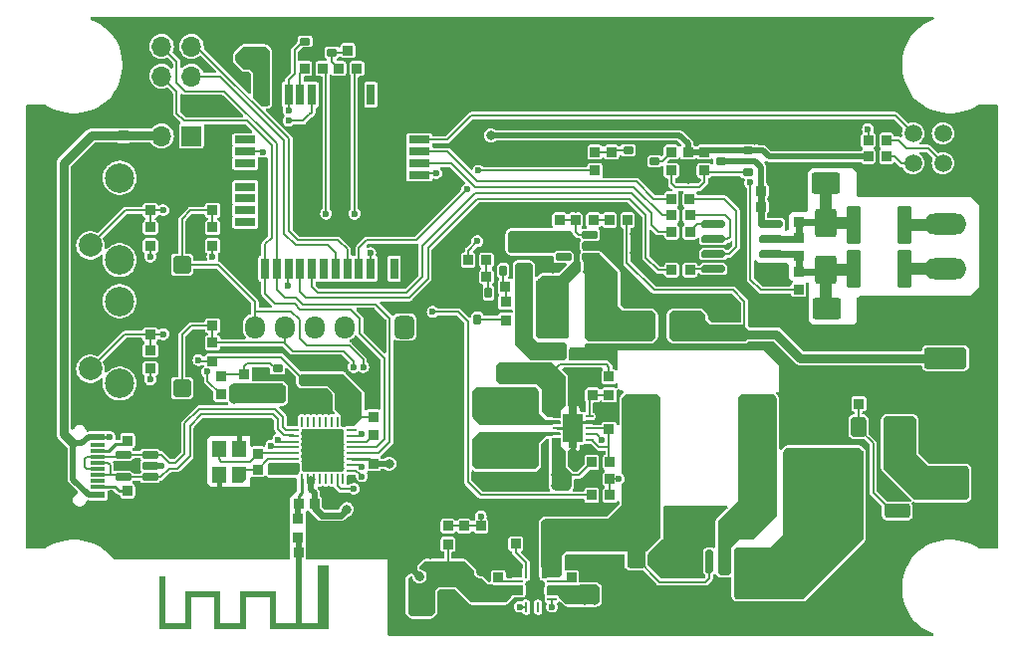
<source format=gtl>
G04 #@! TF.GenerationSoftware,KiCad,Pcbnew,8.0.2-8.0.2-0~ubuntu23.10.1*
G04 #@! TF.CreationDate,2024-05-23T15:40:15+07:00*
G04 #@! TF.ProjectId,Node_RS485,4e6f6465-5f52-4533-9438-352e6b696361,rev?*
G04 #@! TF.SameCoordinates,Original*
G04 #@! TF.FileFunction,Copper,L1,Top*
G04 #@! TF.FilePolarity,Positive*
%FSLAX46Y46*%
G04 Gerber Fmt 4.6, Leading zero omitted, Abs format (unit mm)*
G04 Created by KiCad (PCBNEW 8.0.2-8.0.2-0~ubuntu23.10.1) date 2024-05-23 15:40:15*
%MOMM*%
%LPD*%
G01*
G04 APERTURE LIST*
G04 Aperture macros list*
%AMRoundRect*
0 Rectangle with rounded corners*
0 $1 Rounding radius*
0 $2 $3 $4 $5 $6 $7 $8 $9 X,Y pos of 4 corners*
0 Add a 4 corners polygon primitive as box body*
4,1,4,$2,$3,$4,$5,$6,$7,$8,$9,$2,$3,0*
0 Add four circle primitives for the rounded corners*
1,1,$1+$1,$2,$3*
1,1,$1+$1,$4,$5*
1,1,$1+$1,$6,$7*
1,1,$1+$1,$8,$9*
0 Add four rect primitives between the rounded corners*
20,1,$1+$1,$2,$3,$4,$5,0*
20,1,$1+$1,$4,$5,$6,$7,0*
20,1,$1+$1,$6,$7,$8,$9,0*
20,1,$1+$1,$8,$9,$2,$3,0*%
%AMFreePoly0*
4,1,18,-0.700000,0.540000,-0.695433,0.562961,-0.682426,0.582426,-0.662961,0.595433,-0.640000,0.600000,0.640000,0.600000,0.662961,0.595433,0.682426,0.582426,0.695433,0.562961,0.700000,0.540000,0.700000,-0.540000,0.695433,-0.562961,0.682426,-0.582426,0.662961,-0.595433,0.640000,-0.600000,-0.400000,-0.600000,-0.700000,-0.300000,-0.700000,0.540000,-0.700000,0.540000,$1*%
%AMFreePoly1*
4,1,21,-0.125000,1.200000,0.125000,1.200000,0.125000,1.700000,0.375000,1.700000,0.375000,1.200000,0.825000,1.200000,0.825000,-1.200000,0.375000,-1.200000,0.375000,-1.700000,0.125000,-1.700000,0.125000,-1.200000,-0.125000,-1.200000,-0.125000,-1.700000,-0.375000,-1.700000,-0.375000,-1.200000,-0.825000,-1.200000,-0.825000,1.200000,-0.375000,1.200000,-0.375000,1.700000,-0.125000,1.700000,
-0.125000,1.200000,-0.125000,1.200000,$1*%
G04 Aperture macros list end*
G04 #@! TA.AperFunction,EtchedComponent*
%ADD10C,0.000000*%
G04 #@! TD*
G04 #@! TA.AperFunction,SMDPad,CuDef*
%ADD11RoundRect,0.085000X-0.365000X0.340000X-0.365000X-0.340000X0.365000X-0.340000X0.365000X0.340000X0*%
G04 #@! TD*
G04 #@! TA.AperFunction,SMDPad,CuDef*
%ADD12RoundRect,0.085000X0.365000X-0.340000X0.365000X0.340000X-0.365000X0.340000X-0.365000X-0.340000X0*%
G04 #@! TD*
G04 #@! TA.AperFunction,SMDPad,CuDef*
%ADD13RoundRect,0.090000X0.360000X0.210000X-0.360000X0.210000X-0.360000X-0.210000X0.360000X-0.210000X0*%
G04 #@! TD*
G04 #@! TA.AperFunction,SMDPad,CuDef*
%ADD14RoundRect,0.090000X-0.360000X-0.210000X0.360000X-0.210000X0.360000X0.210000X-0.360000X0.210000X0*%
G04 #@! TD*
G04 #@! TA.AperFunction,SMDPad,CuDef*
%ADD15RoundRect,0.180000X-1.020000X-0.720000X1.020000X-0.720000X1.020000X0.720000X-1.020000X0.720000X0*%
G04 #@! TD*
G04 #@! TA.AperFunction,SMDPad,CuDef*
%ADD16RoundRect,0.085000X0.340000X0.365000X-0.340000X0.365000X-0.340000X-0.365000X0.340000X-0.365000X0*%
G04 #@! TD*
G04 #@! TA.AperFunction,SMDPad,CuDef*
%ADD17RoundRect,0.085000X-0.340000X-0.365000X0.340000X-0.365000X0.340000X0.365000X-0.340000X0.365000X0*%
G04 #@! TD*
G04 #@! TA.AperFunction,SMDPad,CuDef*
%ADD18RoundRect,0.150000X-0.600000X0.600000X-0.600000X-0.600000X0.600000X-0.600000X0.600000X0.600000X0*%
G04 #@! TD*
G04 #@! TA.AperFunction,SMDPad,CuDef*
%ADD19RoundRect,0.112000X-0.448000X-1.538000X0.448000X-1.538000X0.448000X1.538000X-0.448000X1.538000X0*%
G04 #@! TD*
G04 #@! TA.AperFunction,SMDPad,CuDef*
%ADD20RoundRect,0.062500X0.062500X-0.375000X0.062500X0.375000X-0.062500X0.375000X-0.062500X-0.375000X0*%
G04 #@! TD*
G04 #@! TA.AperFunction,SMDPad,CuDef*
%ADD21RoundRect,0.062500X0.375000X-0.062500X0.375000X0.062500X-0.375000X0.062500X-0.375000X-0.062500X0*%
G04 #@! TD*
G04 #@! TA.AperFunction,ComponentPad*
%ADD22C,0.600000*%
G04 #@! TD*
G04 #@! TA.AperFunction,SMDPad,CuDef*
%ADD23R,3.450000X3.450000*%
G04 #@! TD*
G04 #@! TA.AperFunction,SMDPad,CuDef*
%ADD24RoundRect,0.090000X-0.210000X0.885000X-0.210000X-0.885000X0.210000X-0.885000X0.210000X0.885000X0*%
G04 #@! TD*
G04 #@! TA.AperFunction,SMDPad,CuDef*
%ADD25R,0.700000X1.800000*%
G04 #@! TD*
G04 #@! TA.AperFunction,SMDPad,CuDef*
%ADD26R,1.800000X0.700000*%
G04 #@! TD*
G04 #@! TA.AperFunction,SMDPad,CuDef*
%ADD27FreePoly0,90.000000*%
G04 #@! TD*
G04 #@! TA.AperFunction,SMDPad,CuDef*
%ADD28RoundRect,0.060000X0.540000X-0.640000X0.540000X0.640000X-0.540000X0.640000X-0.540000X-0.640000X0*%
G04 #@! TD*
G04 #@! TA.AperFunction,ComponentPad*
%ADD29RoundRect,0.250000X-0.600000X0.725000X-0.600000X-0.725000X0.600000X-0.725000X0.600000X0.725000X0*%
G04 #@! TD*
G04 #@! TA.AperFunction,ComponentPad*
%ADD30O,1.700000X1.950000*%
G04 #@! TD*
G04 #@! TA.AperFunction,SMDPad,CuDef*
%ADD31RoundRect,0.180000X-0.720000X1.020000X-0.720000X-1.020000X0.720000X-1.020000X0.720000X1.020000X0*%
G04 #@! TD*
G04 #@! TA.AperFunction,SMDPad,CuDef*
%ADD32RoundRect,0.090000X-0.210000X0.360000X-0.210000X-0.360000X0.210000X-0.360000X0.210000X0.360000X0*%
G04 #@! TD*
G04 #@! TA.AperFunction,SMDPad,CuDef*
%ADD33RoundRect,0.250000X-0.550000X1.412500X-0.550000X-1.412500X0.550000X-1.412500X0.550000X1.412500X0*%
G04 #@! TD*
G04 #@! TA.AperFunction,SMDPad,CuDef*
%ADD34RoundRect,0.062500X-0.375000X-0.062500X0.375000X-0.062500X0.375000X0.062500X-0.375000X0.062500X0*%
G04 #@! TD*
G04 #@! TA.AperFunction,SMDPad,CuDef*
%ADD35RoundRect,0.062500X-0.062500X-0.375000X0.062500X-0.375000X0.062500X0.375000X-0.062500X0.375000X0*%
G04 #@! TD*
G04 #@! TA.AperFunction,HeatsinkPad*
%ADD36C,0.500000*%
G04 #@! TD*
G04 #@! TA.AperFunction,HeatsinkPad*
%ADD37R,1.600000X1.600000*%
G04 #@! TD*
G04 #@! TA.AperFunction,SMDPad,CuDef*
%ADD38RoundRect,0.250000X-1.950000X-1.000000X1.950000X-1.000000X1.950000X1.000000X-1.950000X1.000000X0*%
G04 #@! TD*
G04 #@! TA.AperFunction,SMDPad,CuDef*
%ADD39RoundRect,0.290000X1.160000X2.410000X-1.160000X2.410000X-1.160000X-2.410000X1.160000X-2.410000X0*%
G04 #@! TD*
G04 #@! TA.AperFunction,ComponentPad*
%ADD40RoundRect,0.250000X1.550000X-0.650000X1.550000X0.650000X-1.550000X0.650000X-1.550000X-0.650000X0*%
G04 #@! TD*
G04 #@! TA.AperFunction,ComponentPad*
%ADD41O,3.600000X1.800000*%
G04 #@! TD*
G04 #@! TA.AperFunction,SMDPad,CuDef*
%ADD42RoundRect,0.180000X1.020000X0.720000X-1.020000X0.720000X-1.020000X-0.720000X1.020000X-0.720000X0*%
G04 #@! TD*
G04 #@! TA.AperFunction,SMDPad,CuDef*
%ADD43RoundRect,0.090000X-0.885000X-0.210000X0.885000X-0.210000X0.885000X0.210000X-0.885000X0.210000X0*%
G04 #@! TD*
G04 #@! TA.AperFunction,SMDPad,CuDef*
%ADD44R,2.350000X5.100000*%
G04 #@! TD*
G04 #@! TA.AperFunction,ComponentPad*
%ADD45C,1.500000*%
G04 #@! TD*
G04 #@! TA.AperFunction,SMDPad,CuDef*
%ADD46RoundRect,0.090000X0.560000X0.210000X-0.560000X0.210000X-0.560000X-0.210000X0.560000X-0.210000X0*%
G04 #@! TD*
G04 #@! TA.AperFunction,ComponentPad*
%ADD47R,1.700000X1.700000*%
G04 #@! TD*
G04 #@! TA.AperFunction,ComponentPad*
%ADD48O,1.700000X1.700000*%
G04 #@! TD*
G04 #@! TA.AperFunction,ComponentPad*
%ADD49C,2.000000*%
G04 #@! TD*
G04 #@! TA.AperFunction,ComponentPad*
%ADD50C,2.500000*%
G04 #@! TD*
G04 #@! TA.AperFunction,SMDPad,CuDef*
%ADD51RoundRect,0.060000X-0.240000X-0.060000X0.240000X-0.060000X0.240000X0.060000X-0.240000X0.060000X0*%
G04 #@! TD*
G04 #@! TA.AperFunction,ComponentPad*
%ADD52C,0.500000*%
G04 #@! TD*
G04 #@! TA.AperFunction,SMDPad,CuDef*
%ADD53FreePoly1,0.000000*%
G04 #@! TD*
G04 #@! TA.AperFunction,SMDPad,CuDef*
%ADD54RoundRect,0.090000X0.210000X-0.360000X0.210000X0.360000X-0.210000X0.360000X-0.210000X-0.360000X0*%
G04 #@! TD*
G04 #@! TA.AperFunction,SMDPad,CuDef*
%ADD55RoundRect,0.090000X-0.560000X-0.210000X0.560000X-0.210000X0.560000X0.210000X-0.560000X0.210000X0*%
G04 #@! TD*
G04 #@! TA.AperFunction,SMDPad,CuDef*
%ADD56RoundRect,0.250000X0.400000X0.600000X-0.400000X0.600000X-0.400000X-0.600000X0.400000X-0.600000X0*%
G04 #@! TD*
G04 #@! TA.AperFunction,SMDPad,CuDef*
%ADD57R,1.300000X0.600000*%
G04 #@! TD*
G04 #@! TA.AperFunction,SMDPad,CuDef*
%ADD58R,1.300000X0.300000*%
G04 #@! TD*
G04 #@! TA.AperFunction,ComponentPad*
%ADD59O,2.100000X1.000000*%
G04 #@! TD*
G04 #@! TA.AperFunction,ComponentPad*
%ADD60O,1.600000X1.000000*%
G04 #@! TD*
G04 #@! TA.AperFunction,ConnectorPad*
%ADD61R,0.500000X0.500000*%
G04 #@! TD*
G04 #@! TA.AperFunction,ComponentPad*
%ADD62R,0.900000X0.500000*%
G04 #@! TD*
G04 #@! TA.AperFunction,SMDPad,CuDef*
%ADD63R,5.100000X2.350000*%
G04 #@! TD*
G04 #@! TA.AperFunction,SMDPad,CuDef*
%ADD64RoundRect,0.250000X0.850000X0.350000X-0.850000X0.350000X-0.850000X-0.350000X0.850000X-0.350000X0*%
G04 #@! TD*
G04 #@! TA.AperFunction,SMDPad,CuDef*
%ADD65RoundRect,0.250000X1.275000X1.125000X-1.275000X1.125000X-1.275000X-1.125000X1.275000X-1.125000X0*%
G04 #@! TD*
G04 #@! TA.AperFunction,SMDPad,CuDef*
%ADD66RoundRect,0.249997X2.950003X2.650003X-2.950003X2.650003X-2.950003X-2.650003X2.950003X-2.650003X0*%
G04 #@! TD*
G04 #@! TA.AperFunction,ComponentPad*
%ADD67RoundRect,0.425000X-0.425000X0.550000X-0.425000X-0.550000X0.425000X-0.550000X0.425000X0.550000X0*%
G04 #@! TD*
G04 #@! TA.AperFunction,ViaPad*
%ADD68C,0.800000*%
G04 #@! TD*
G04 #@! TA.AperFunction,ViaPad*
%ADD69C,0.600000*%
G04 #@! TD*
G04 #@! TA.AperFunction,Conductor*
%ADD70C,0.200000*%
G04 #@! TD*
G04 #@! TA.AperFunction,Conductor*
%ADD71C,0.500000*%
G04 #@! TD*
G04 #@! TA.AperFunction,Conductor*
%ADD72C,0.400000*%
G04 #@! TD*
G04 #@! TA.AperFunction,Conductor*
%ADD73C,1.000000*%
G04 #@! TD*
G04 #@! TA.AperFunction,Conductor*
%ADD74C,0.250000*%
G04 #@! TD*
G04 #@! TA.AperFunction,Conductor*
%ADD75C,0.600000*%
G04 #@! TD*
G04 #@! TA.AperFunction,Conductor*
%ADD76C,0.800000*%
G04 #@! TD*
G04 APERTURE END LIST*
D10*
G04 #@! TA.AperFunction,EtchedComponent*
G36*
X135050000Y-123750000D02*
G01*
X130050000Y-123750000D01*
X130050000Y-121110000D01*
X128050000Y-121110000D01*
X128050000Y-123750000D01*
X125350000Y-123750000D01*
X125350000Y-121110000D01*
X123350000Y-121110000D01*
X123350000Y-123750000D01*
X120650000Y-123750000D01*
X120650000Y-119310000D01*
X121150000Y-119310000D01*
X121150000Y-123250000D01*
X122850000Y-123250000D01*
X122850000Y-120610000D01*
X125850000Y-120610000D01*
X125850000Y-123250000D01*
X127550000Y-123250000D01*
X127550000Y-120610000D01*
X130550000Y-120610000D01*
X130550000Y-123250000D01*
X132250000Y-123250000D01*
X132250000Y-118350000D01*
X132750000Y-118350000D01*
X132750000Y-123250000D01*
X134150000Y-123250000D01*
X134150000Y-118608158D01*
X134451778Y-118608158D01*
X134460218Y-118656417D01*
X134477112Y-118688643D01*
X134512372Y-118721313D01*
X134557682Y-118741408D01*
X134607267Y-118747982D01*
X134655353Y-118740092D01*
X134688245Y-118723186D01*
X134723185Y-118686416D01*
X134742847Y-118641622D01*
X134747583Y-118593215D01*
X134737742Y-118545605D01*
X134713674Y-118503203D01*
X134675731Y-118470419D01*
X134667819Y-118466065D01*
X134625156Y-118453957D01*
X134576637Y-118454700D01*
X134531122Y-118467600D01*
X134512511Y-118478213D01*
X134478868Y-118513447D01*
X134458309Y-118558632D01*
X134451778Y-118608158D01*
X134150000Y-118608158D01*
X134150000Y-118350000D01*
X135050000Y-118350000D01*
X135050000Y-118593215D01*
X135050000Y-123750000D01*
G37*
G04 #@! TD.AperFunction*
D11*
X164200000Y-83225000D03*
X164200000Y-84775000D03*
X167000000Y-83225000D03*
X167000000Y-84775000D03*
X159100000Y-83225000D03*
X159100000Y-84775000D03*
D12*
X157700000Y-84775000D03*
X157700000Y-83225000D03*
D13*
X170687500Y-84950000D03*
X170687500Y-83050000D03*
X168412500Y-84000000D03*
D14*
X160512500Y-83050000D03*
X160512500Y-84950000D03*
X162787500Y-84000000D03*
D11*
X165600000Y-83225000D03*
X165600000Y-84775000D03*
D12*
X119900000Y-88175000D03*
X119900000Y-86625000D03*
D11*
X130475000Y-110225000D03*
X130475000Y-111775000D03*
D15*
X177387345Y-96550000D03*
X181400000Y-96550000D03*
D16*
X154675000Y-89000000D03*
X153125000Y-89000000D03*
X155975000Y-109600000D03*
X154425000Y-109600000D03*
D17*
X171825000Y-86550000D03*
X173375000Y-86550000D03*
D18*
X122600000Y-95500001D03*
X122600000Y-103299999D03*
D19*
X179712500Y-89400000D03*
X183987500Y-89400000D03*
D12*
X149487500Y-119412500D03*
X149487500Y-117862500D03*
D16*
X155975000Y-102400000D03*
X154425000Y-102400000D03*
D17*
X133025000Y-76100000D03*
X134575000Y-76100000D03*
D16*
X181675000Y-104620000D03*
X180125000Y-104620000D03*
D20*
X132794150Y-111019822D03*
X133294150Y-111019822D03*
X133794150Y-111019822D03*
X134294150Y-111019822D03*
X134794150Y-111019822D03*
X135294150Y-111019822D03*
X135794150Y-111019822D03*
X136294150Y-111019822D03*
D21*
X136981650Y-110332322D03*
X136981650Y-109832322D03*
X136981650Y-109332322D03*
X136981650Y-108832322D03*
X136981650Y-108332322D03*
X136981650Y-107832322D03*
X136981650Y-107332322D03*
X136981650Y-106832322D03*
D20*
X136294150Y-106144822D03*
X135794150Y-106144822D03*
X135294150Y-106144822D03*
X134794150Y-106144822D03*
X134294150Y-106144822D03*
X133794150Y-106144822D03*
X133294150Y-106144822D03*
X132794150Y-106144822D03*
D21*
X132106650Y-106832322D03*
X132106650Y-107332322D03*
X132106650Y-107832322D03*
X132106650Y-108332322D03*
X132106650Y-108832322D03*
X132106650Y-109332322D03*
X132106650Y-109832322D03*
X132106650Y-110332322D03*
D22*
X133944150Y-109182322D03*
X135144150Y-109182322D03*
X134544150Y-108582322D03*
D23*
X134544150Y-108582322D03*
D22*
X133944150Y-108007323D03*
X135144150Y-108007323D03*
D24*
X169955000Y-118025000D03*
X168685000Y-118025000D03*
X167415000Y-118025000D03*
X166145000Y-118025000D03*
X166145000Y-122975000D03*
X167415000Y-122975000D03*
X168685000Y-122975000D03*
X169955000Y-122975000D03*
D11*
X169200000Y-97025000D03*
X169200000Y-98575000D03*
D12*
X125200000Y-91175000D03*
X125200000Y-89625000D03*
D17*
X146925000Y-92400000D03*
X148475000Y-92400000D03*
D25*
X129640000Y-93125000D03*
X130640000Y-93125000D03*
X131640000Y-93125000D03*
X132640000Y-93125000D03*
X133640000Y-93125000D03*
X134640000Y-93125000D03*
X135640000Y-93125000D03*
X136640000Y-93125000D03*
X137640000Y-93125000D03*
X138640000Y-93125000D03*
X139640000Y-93125000D03*
X140640000Y-93125000D03*
D26*
X142775000Y-85170000D03*
X142775000Y-84170000D03*
X142775000Y-83170000D03*
X142775000Y-82170000D03*
D25*
X140640000Y-78325000D03*
X139640000Y-78325000D03*
X138640000Y-78325000D03*
X133640000Y-78325000D03*
X132640000Y-78325000D03*
X131640000Y-78325000D03*
X130640000Y-78325000D03*
X129640000Y-78325000D03*
D26*
X127975000Y-82170000D03*
X127975000Y-83170000D03*
X127975000Y-84170000D03*
X127975000Y-85170000D03*
X127975000Y-86170000D03*
X127975000Y-87170000D03*
X127975000Y-88170000D03*
X127975000Y-89170000D03*
D27*
X127425000Y-110650000D03*
D28*
X127425000Y-108450000D03*
X125725000Y-108450000D03*
X125725000Y-110650000D03*
D12*
X149487500Y-122312500D03*
X149487500Y-120762500D03*
X136700000Y-74575000D03*
X136700000Y-73025000D03*
D16*
X160475000Y-89000000D03*
X158925000Y-89000000D03*
D17*
X117975000Y-107750000D03*
X119525000Y-107750000D03*
D29*
X142910000Y-121450000D03*
D30*
X145450000Y-121450000D03*
D17*
X164225000Y-90000000D03*
X165775000Y-90000000D03*
D16*
X148475000Y-93800000D03*
X146925000Y-93800000D03*
D11*
X138850000Y-105725000D03*
X138850000Y-107275000D03*
D31*
X177350000Y-89237345D03*
X177350000Y-93250000D03*
D16*
X150962500Y-116537500D03*
X149412500Y-116537500D03*
D17*
X164200000Y-87200000D03*
X165750000Y-87200000D03*
D13*
X135337500Y-74750000D03*
X135337500Y-72850000D03*
X133062500Y-73800000D03*
D11*
X146600000Y-115025000D03*
X146600000Y-116575000D03*
D12*
X125200000Y-88175000D03*
X125200000Y-86625000D03*
X153250000Y-92525000D03*
X153250000Y-90975000D03*
D32*
X148650000Y-95162500D03*
X146750000Y-95162500D03*
X147700000Y-97437500D03*
D16*
X132500000Y-113100000D03*
X130950000Y-113100000D03*
D12*
X129025000Y-111775000D03*
X129025000Y-110225000D03*
D33*
X161200000Y-116912500D03*
X161200000Y-121987500D03*
D34*
X151162500Y-119737500D03*
X151162500Y-120237500D03*
X151162500Y-120737500D03*
X151162500Y-121237500D03*
D35*
X151850000Y-121925000D03*
X152350000Y-121925000D03*
X152850000Y-121925000D03*
X153350000Y-121925000D03*
D34*
X154037500Y-121237500D03*
X154037500Y-120737500D03*
X154037500Y-120237500D03*
X154037500Y-119737500D03*
D35*
X153350000Y-119050000D03*
X152850000Y-119050000D03*
X152350000Y-119050000D03*
X151850000Y-119050000D03*
D36*
X152050000Y-119937500D03*
X152050000Y-121037500D03*
X152600000Y-120487500D03*
D37*
X152600000Y-120487500D03*
D36*
X153150000Y-119937500D03*
X153150000Y-121037500D03*
D17*
X137375000Y-104100000D03*
X138925000Y-104100000D03*
D11*
X158900000Y-105225000D03*
X158900000Y-106775000D03*
X125900000Y-102275000D03*
X125900000Y-103825000D03*
D38*
X173300000Y-119700000D03*
X180700000Y-119700000D03*
D39*
X171550000Y-106700000D03*
X161650000Y-106700000D03*
D18*
X122600000Y-85000001D03*
X122600000Y-92799999D03*
D40*
X187500000Y-111700000D03*
D41*
X187500000Y-107890000D03*
D19*
X179712500Y-93100000D03*
X183987500Y-93100000D03*
D11*
X129025000Y-107325000D03*
X129025000Y-108875000D03*
D12*
X155687500Y-119412500D03*
X155687500Y-117862500D03*
D17*
X164225000Y-93250000D03*
X165775000Y-93250000D03*
D42*
X165450000Y-97800000D03*
X161400000Y-97800000D03*
D16*
X132500000Y-117300000D03*
X130950000Y-117300000D03*
D43*
X167750000Y-89360000D03*
X167750000Y-90630000D03*
X167750000Y-91900000D03*
X167750000Y-93170000D03*
X172700000Y-93170000D03*
X172700000Y-91900000D03*
X172700000Y-90630000D03*
X172700000Y-89360000D03*
D12*
X117650000Y-81825000D03*
X117650000Y-80275000D03*
X127900000Y-103675000D03*
X127900000Y-102125000D03*
D44*
X154075000Y-96550000D03*
X158225000Y-96550000D03*
D45*
X187275000Y-84170000D03*
X187275000Y-81630000D03*
X184735000Y-84170000D03*
X184735000Y-81630000D03*
D46*
X157287500Y-92150000D03*
X157287500Y-91200000D03*
X157287500Y-90250000D03*
X155012500Y-90250000D03*
X155012500Y-91200000D03*
X155012500Y-92150000D03*
D47*
X123400000Y-81840000D03*
D48*
X120860000Y-81840000D03*
X123400000Y-79300000D03*
X120860000Y-79300000D03*
X123400000Y-76760000D03*
X120860000Y-76760000D03*
X123400000Y-74220000D03*
X120860000Y-74220000D03*
D12*
X119900000Y-101625000D03*
X119900000Y-100075000D03*
X125200000Y-97975000D03*
X125200000Y-96425000D03*
D16*
X136025000Y-104100000D03*
X134475000Y-104100000D03*
D17*
X117975000Y-112050000D03*
X119525000Y-112050000D03*
D16*
X151625000Y-94650000D03*
X150075000Y-94650000D03*
D12*
X157500000Y-103875000D03*
X157500000Y-102325000D03*
D16*
X137475000Y-76100000D03*
X135925000Y-76100000D03*
D12*
X119900000Y-98725000D03*
X119900000Y-97175000D03*
D49*
X114800000Y-86650000D03*
X114800000Y-91150000D03*
D50*
X117300000Y-85400000D03*
X117300000Y-92400000D03*
D11*
X138850000Y-109725000D03*
X138850000Y-111275000D03*
D17*
X129325000Y-74700000D03*
X130875000Y-74700000D03*
D51*
X154425000Y-105700000D03*
X154425000Y-106200000D03*
X154425000Y-106700000D03*
X154425000Y-107200000D03*
X154425000Y-107700000D03*
X157225000Y-107700000D03*
X157225000Y-107200000D03*
X157225000Y-106700000D03*
X157225000Y-106200000D03*
X157225000Y-105700000D03*
D52*
X155250000Y-106700000D03*
X155825000Y-105750000D03*
D53*
X155825000Y-106700000D03*
D52*
X155825000Y-107650000D03*
X156400000Y-106700000D03*
D14*
X130712500Y-101650000D03*
X130712500Y-103550000D03*
X132987501Y-102600000D03*
D12*
X145200000Y-116575000D03*
X145200000Y-115025000D03*
D54*
X149900000Y-93287500D03*
X151800000Y-93287500D03*
X150850000Y-91012500D03*
D55*
X117612500Y-108950000D03*
X117612500Y-109900000D03*
X117612500Y-110850000D03*
X119887500Y-110850000D03*
X119887500Y-109900000D03*
X119887500Y-108950000D03*
D16*
X182475000Y-83600000D03*
X180925000Y-83600000D03*
D49*
X114800000Y-97150000D03*
X114800000Y-101650000D03*
D50*
X117300000Y-95900000D03*
X117300000Y-102900000D03*
D11*
X167850000Y-97025000D03*
X167850000Y-98575000D03*
D17*
X129325000Y-76100000D03*
X130875000Y-76100000D03*
D12*
X119900000Y-91175000D03*
X119900000Y-89625000D03*
X132425000Y-115975000D03*
X132425000Y-114425000D03*
D42*
X181362655Y-85900000D03*
X177350000Y-85900000D03*
D12*
X148000000Y-116575000D03*
X148000000Y-115025000D03*
D16*
X182475000Y-82200000D03*
X180925000Y-82200000D03*
D12*
X155687500Y-122312500D03*
X155687500Y-120762500D03*
D17*
X152312500Y-116537500D03*
X153862500Y-116537500D03*
D56*
X183590000Y-106570000D03*
X180090000Y-106570000D03*
D12*
X129300000Y-103675000D03*
X129300000Y-102125000D03*
D40*
X187500000Y-100730000D03*
D41*
X187500000Y-96920000D03*
X187500000Y-93110000D03*
X187500000Y-89300000D03*
D16*
X155975000Y-103800000D03*
X154425000Y-103800000D03*
D57*
X115425000Y-106650000D03*
X115425000Y-107450000D03*
D58*
X115425000Y-108650000D03*
X115425000Y-109650000D03*
X115425000Y-110150000D03*
X115425000Y-111150000D03*
D57*
X115425000Y-112350000D03*
X115425000Y-113150000D03*
X115425000Y-113150000D03*
X115425000Y-112350000D03*
D58*
X115425000Y-111650000D03*
X115425000Y-110650000D03*
X115425000Y-109150000D03*
X115425000Y-108150000D03*
D57*
X115425000Y-107450000D03*
X115425000Y-106650000D03*
D59*
X114430000Y-105580000D03*
D60*
X110250000Y-105580000D03*
D59*
X114430000Y-114220000D03*
D60*
X110250000Y-114220000D03*
D16*
X157575000Y-89000000D03*
X156025000Y-89000000D03*
D42*
X170000000Y-115000000D03*
X165950000Y-115000000D03*
D61*
X132500000Y-118600000D03*
D62*
X134600000Y-118600000D03*
D11*
X175000000Y-90475000D03*
X175000000Y-92025000D03*
D17*
X157425000Y-109600000D03*
X158975000Y-109600000D03*
X171825000Y-87850000D03*
X173375000Y-87850000D03*
D16*
X158975000Y-111000000D03*
X157425000Y-111000000D03*
X158975000Y-112400000D03*
X157425000Y-112400000D03*
D17*
X133850000Y-113100000D03*
X135400000Y-113100000D03*
D11*
X175000000Y-93375000D03*
X175000000Y-94925000D03*
D63*
X150100000Y-104625000D03*
X150100000Y-108775000D03*
D17*
X164225000Y-88600000D03*
X165775000Y-88600000D03*
D64*
X183390000Y-113730000D03*
D65*
X178765000Y-112975000D03*
X178765000Y-109925000D03*
D66*
X177090000Y-111450000D03*
D65*
X175415000Y-112975000D03*
X175415000Y-109925000D03*
D64*
X183390000Y-109170000D03*
D11*
X158900000Y-102325000D03*
X158900000Y-103875000D03*
D12*
X150100000Y-97525000D03*
X150100000Y-95975000D03*
D11*
X175000000Y-87575000D03*
X175000000Y-89125000D03*
D12*
X125200000Y-100975000D03*
X125200000Y-99425000D03*
D67*
X141505000Y-98100000D03*
D30*
X138965000Y-98100000D03*
X136425000Y-98100000D03*
X133885000Y-98100000D03*
X131345000Y-98100000D03*
X128805000Y-98100000D03*
D68*
X160000000Y-84100000D03*
X147500000Y-83600000D03*
X152200000Y-83200000D03*
X161700000Y-84000000D03*
X163100000Y-86100000D03*
X162900000Y-82800000D03*
X171000000Y-82000000D03*
X166700000Y-82000000D03*
X168100000Y-86100000D03*
X174200000Y-87200000D03*
X169500000Y-86400000D03*
D69*
X171400000Y-83100000D03*
X170900000Y-85800000D03*
X147800000Y-84800000D03*
X146800000Y-86400000D03*
D68*
X165600000Y-85500000D03*
X110900000Y-109350000D03*
X117700000Y-79300000D03*
X137000000Y-115500000D03*
X176700000Y-102650000D03*
X191350000Y-106050000D03*
X130000000Y-117250000D03*
X164400000Y-76300000D03*
X131300000Y-116400000D03*
X186500000Y-115550000D03*
X174950000Y-99100000D03*
X145800000Y-105900000D03*
X164400000Y-78300000D03*
X141000000Y-96400000D03*
X155300000Y-123650000D03*
X127000000Y-90600000D03*
X160400000Y-76300000D03*
X174700000Y-102650000D03*
X150400000Y-74300000D03*
X166400000Y-78300000D03*
X131700000Y-102600000D03*
D69*
X126600000Y-107100000D03*
D68*
X169800000Y-94000000D03*
X133250000Y-89400000D03*
X136100000Y-87400000D03*
X138300000Y-112100000D03*
X176400000Y-72300000D03*
X120500000Y-112800000D03*
X165300000Y-116500000D03*
X126000000Y-117250000D03*
D69*
X124900000Y-112000000D03*
D68*
X158000000Y-105000000D03*
D69*
X145200000Y-84800000D03*
D68*
X133600000Y-101200000D03*
X151300000Y-123650000D03*
X168400000Y-76300000D03*
X131600000Y-73800000D03*
X134300000Y-73800000D03*
X163200000Y-118400000D03*
X145800000Y-98000000D03*
X180700000Y-102650000D03*
X142200000Y-89400000D03*
X161100000Y-90200000D03*
X144100000Y-73800000D03*
X110900000Y-107350000D03*
X130250000Y-114150000D03*
X124200000Y-96400000D03*
X139350000Y-76800000D03*
X110900000Y-102400000D03*
X156400000Y-76300000D03*
X135000000Y-112200000D03*
X125400000Y-73800000D03*
X170400000Y-72300000D03*
X174400000Y-76300000D03*
X136000000Y-101200000D03*
X156450000Y-100250000D03*
X145700000Y-75500000D03*
X160400000Y-74300000D03*
X182400000Y-74300000D03*
X178400000Y-72300000D03*
X166400000Y-76300000D03*
X138000000Y-73800000D03*
X156400000Y-72300000D03*
X133550000Y-116050000D03*
X176400000Y-74300000D03*
X110900000Y-80400000D03*
X191350000Y-96050000D03*
X174400000Y-72300000D03*
X143200000Y-105900000D03*
X179850000Y-82500000D03*
X140900000Y-73800000D03*
X110900000Y-100400000D03*
X133550000Y-114900000D03*
X156400000Y-78300000D03*
X169150000Y-95800000D03*
X173550000Y-123300000D03*
X157300000Y-123650000D03*
X172400000Y-78300000D03*
X149400000Y-115600000D03*
X178700000Y-104650000D03*
X191350000Y-102050000D03*
X165200000Y-95800000D03*
X174950000Y-86450000D03*
X182700000Y-104650000D03*
X125200000Y-85700000D03*
X151050000Y-111150000D03*
X175850000Y-82500000D03*
X178400000Y-74300000D03*
X183550000Y-123300000D03*
X130000000Y-113100000D03*
X143700000Y-115400000D03*
X176700000Y-106800000D03*
X191350000Y-94050000D03*
X163350000Y-121450000D03*
X180400000Y-74300000D03*
X116000000Y-115250000D03*
X163350000Y-123450000D03*
X183150000Y-86100000D03*
X114500000Y-94200000D03*
X191350000Y-82050000D03*
X145800000Y-113400000D03*
X172400000Y-72300000D03*
X176700000Y-104650000D03*
X110050000Y-115900000D03*
X158400000Y-78300000D03*
X147600000Y-77400000D03*
X164100000Y-113900000D03*
X131400000Y-111700000D03*
X169050000Y-121400000D03*
X145800000Y-90800000D03*
X116700000Y-80200000D03*
X164400000Y-72300000D03*
X191350000Y-80050000D03*
X162650000Y-95800000D03*
X143200000Y-99900000D03*
X120500000Y-107000000D03*
X172400000Y-76300000D03*
X168400000Y-78300000D03*
X145800000Y-110000000D03*
X138450000Y-85400000D03*
X143200000Y-101900000D03*
X143100000Y-87400000D03*
X114900000Y-83600000D03*
X178400000Y-78300000D03*
X151050000Y-113550000D03*
X182400000Y-76300000D03*
X149200000Y-79000000D03*
X123600000Y-99400000D03*
X136100000Y-85400000D03*
X152300000Y-115600000D03*
X120000000Y-117250000D03*
X191350000Y-92050000D03*
X186500000Y-114500000D03*
X182400000Y-78300000D03*
X127000000Y-73800000D03*
X143300000Y-123650000D03*
X178400000Y-76300000D03*
X149450000Y-113550000D03*
X183400000Y-116700000D03*
X122500000Y-97600000D03*
X145800000Y-95900000D03*
X164400000Y-74300000D03*
X110900000Y-92400000D03*
X128000000Y-115250000D03*
X121800000Y-89600000D03*
X136100000Y-89400000D03*
X152400000Y-74300000D03*
X150400000Y-117900000D03*
X138450000Y-87400000D03*
X141600000Y-79200000D03*
X150400000Y-72300000D03*
X121800000Y-108100000D03*
X126200000Y-75000000D03*
X181350000Y-114100000D03*
X152400000Y-78300000D03*
X177850000Y-82500000D03*
X154400000Y-72300000D03*
X166400000Y-121400000D03*
X110900000Y-86400000D03*
X145800000Y-99900000D03*
X114800000Y-99400000D03*
X153300000Y-123650000D03*
X120000000Y-115250000D03*
X141100000Y-117400000D03*
X129400000Y-85200000D03*
X160400000Y-72300000D03*
X191350000Y-90050000D03*
X162400000Y-74300000D03*
X163000000Y-94050000D03*
D69*
X124500000Y-108100000D03*
D68*
X173650000Y-94050000D03*
X145800000Y-103900000D03*
X178700000Y-102650000D03*
X121300000Y-105400000D03*
X136050000Y-80050000D03*
X162400000Y-76300000D03*
X148350000Y-111150000D03*
X191350000Y-100050000D03*
X133500000Y-104100000D03*
X137000000Y-117400000D03*
X180400000Y-78300000D03*
X129000000Y-112700000D03*
X128000000Y-117250000D03*
X168400000Y-74300000D03*
X118000000Y-90000000D03*
X168400000Y-120100000D03*
X166400000Y-72300000D03*
X170400000Y-74300000D03*
X182400000Y-72300000D03*
X144100000Y-79200000D03*
X154400000Y-74300000D03*
X174950000Y-84550000D03*
X148000000Y-118900000D03*
X146100000Y-82700000D03*
X141100000Y-115400000D03*
X123200000Y-112800000D03*
X170400000Y-76300000D03*
X172100000Y-94050000D03*
X158400000Y-87950000D03*
X116700000Y-113100000D03*
X186600000Y-86050000D03*
X139000000Y-117400000D03*
X186350000Y-99100000D03*
X126500000Y-85200000D03*
X118300000Y-100500000D03*
X174650000Y-106800000D03*
X165000000Y-121400000D03*
X127200000Y-98400000D03*
X159500000Y-90600000D03*
X130400000Y-116400000D03*
X114800000Y-88900000D03*
X182700000Y-102650000D03*
X184400000Y-72300000D03*
X149300000Y-123650000D03*
X112150000Y-114250000D03*
X123900000Y-89500000D03*
X114700000Y-80500000D03*
X147300000Y-123650000D03*
X124000000Y-115250000D03*
X155700000Y-83700000D03*
X139000000Y-82050000D03*
X134950000Y-117400000D03*
X191350000Y-104050000D03*
X143700000Y-113400000D03*
X170400000Y-78300000D03*
X156400000Y-74300000D03*
X132200000Y-104100000D03*
X141300000Y-123650000D03*
X191350000Y-112050000D03*
X178750000Y-99100000D03*
X155825000Y-108800000D03*
X139650000Y-91650000D03*
X145800000Y-107900000D03*
X153700000Y-88000000D03*
X163400000Y-117150000D03*
X167700000Y-113900000D03*
X162400000Y-72300000D03*
X118000000Y-115250000D03*
X135000000Y-115500000D03*
X152400000Y-76300000D03*
X131300000Y-114150000D03*
X159300000Y-123650000D03*
X110900000Y-96400000D03*
X158400000Y-113600000D03*
X179550000Y-123300000D03*
D69*
X124500000Y-110800000D03*
D68*
X158800000Y-91200000D03*
X184700000Y-79850000D03*
X145800000Y-93400000D03*
X148400000Y-72300000D03*
X175550000Y-123300000D03*
X133200000Y-82050000D03*
X181550000Y-123300000D03*
D69*
X126600000Y-112000000D03*
D68*
X174400000Y-78300000D03*
X118500000Y-94200000D03*
X147500000Y-81300000D03*
X110900000Y-111350000D03*
X127300000Y-96100000D03*
X123200000Y-110900000D03*
X126100000Y-86600000D03*
X161100000Y-91800000D03*
X143200000Y-103900000D03*
X118700000Y-105400000D03*
X125600000Y-83900000D03*
X156050000Y-87950000D03*
X145300000Y-123650000D03*
X128800000Y-90600000D03*
X167650000Y-95800000D03*
X119200000Y-83300000D03*
X142800000Y-119300000D03*
X110900000Y-84400000D03*
D69*
X128000000Y-112000000D03*
D68*
X133250000Y-85400000D03*
X160650000Y-94950000D03*
X121800000Y-91000000D03*
D69*
X137900000Y-99800000D03*
D68*
X158850000Y-100250000D03*
X191350000Y-116050000D03*
X140800000Y-87400000D03*
X174700000Y-104650000D03*
D69*
X124500000Y-109500000D03*
D68*
X136050000Y-82050000D03*
X140200000Y-85400000D03*
X123400000Y-86300000D03*
X110900000Y-88400000D03*
X177450000Y-120900000D03*
X143200000Y-97900000D03*
X160400000Y-78300000D03*
X158400000Y-76300000D03*
D69*
X128000000Y-107100000D03*
D68*
X136050000Y-78050000D03*
X130000000Y-115250000D03*
X118700000Y-97400000D03*
X191350000Y-114050000D03*
X144700000Y-92100000D03*
X154150000Y-93100000D03*
X171550000Y-123300000D03*
X122000000Y-117250000D03*
X191350000Y-98050000D03*
X191350000Y-108050000D03*
X133250000Y-87400000D03*
D69*
X124900000Y-107100000D03*
D68*
X174750000Y-96250000D03*
X159200000Y-120100000D03*
D69*
X118600000Y-109900000D03*
D68*
X116700000Y-106400000D03*
X110900000Y-90400000D03*
X122000000Y-115250000D03*
X117400000Y-72600000D03*
X121500000Y-101400000D03*
X110900000Y-98400000D03*
X158400000Y-72300000D03*
X172500000Y-97400000D03*
X182650000Y-99100000D03*
X154400000Y-78300000D03*
X141600000Y-81000000D03*
X164700000Y-118550000D03*
X141100000Y-113400000D03*
X154400000Y-76300000D03*
X177550000Y-123300000D03*
X139700000Y-89400000D03*
X110900000Y-94400000D03*
X159500000Y-91800000D03*
X133550000Y-117200000D03*
X152400000Y-72300000D03*
X122600000Y-94300000D03*
X173850000Y-82500000D03*
X141150000Y-76850000D03*
X178700000Y-106800000D03*
X191350000Y-84050000D03*
X176400000Y-76300000D03*
X129000000Y-106400000D03*
X174400000Y-74300000D03*
X166400000Y-74300000D03*
X168400000Y-72300000D03*
X184700000Y-102650000D03*
X182500000Y-111900000D03*
X173100000Y-85250000D03*
X180400000Y-72300000D03*
X157000000Y-108500000D03*
X158400000Y-74300000D03*
X191350000Y-110050000D03*
X145800000Y-101900000D03*
X167750000Y-121400000D03*
X155800000Y-104700000D03*
X191350000Y-88050000D03*
X143700000Y-117400000D03*
X114800000Y-103900000D03*
X172500000Y-96250000D03*
X124000000Y-117250000D03*
X180400000Y-76300000D03*
X159200000Y-122100000D03*
X131300000Y-115250000D03*
X142300000Y-96400000D03*
X172400000Y-74300000D03*
X191350000Y-86050000D03*
X123800000Y-91400000D03*
X141100000Y-121300000D03*
X118000000Y-117250000D03*
X159200000Y-118100000D03*
X176400000Y-78300000D03*
X139000000Y-115500000D03*
X118700000Y-86900000D03*
X144100000Y-81000000D03*
X126000000Y-115250000D03*
X143200000Y-107900000D03*
X143200000Y-110000000D03*
X162400000Y-78300000D03*
X110900000Y-82400000D03*
D69*
X121000000Y-88150000D03*
X131650000Y-79700000D03*
D68*
X127000000Y-103300000D03*
D69*
X119900000Y-102550000D03*
D68*
X150700000Y-102500000D03*
X149800000Y-102500000D03*
D69*
X119900000Y-92100000D03*
D68*
X127000000Y-104200000D03*
X148850000Y-81800000D03*
X150700000Y-101600000D03*
X127550000Y-75100000D03*
X128050000Y-75800000D03*
X149800000Y-101600000D03*
X128550000Y-75100000D03*
X154500000Y-114900000D03*
X153600000Y-115800000D03*
D69*
X116450000Y-107450000D03*
X120850000Y-109900000D03*
X151287500Y-121887500D03*
X153837500Y-117437500D03*
D68*
X154500000Y-115800000D03*
X153600000Y-114900000D03*
X154400000Y-111600000D03*
X155300000Y-110700000D03*
X157700000Y-120400000D03*
D69*
X180900000Y-81250000D03*
D68*
X155300000Y-111600000D03*
X157700000Y-121300000D03*
X154800000Y-100250000D03*
X154400000Y-110700000D03*
X153800000Y-100250000D03*
X156800000Y-120400000D03*
X156800000Y-121300000D03*
D69*
X129500000Y-83200000D03*
X148000000Y-114200000D03*
D68*
X136600000Y-113600000D03*
D69*
X124000000Y-100900000D03*
D68*
X136200000Y-102600000D03*
X140200000Y-109725000D03*
D69*
X125200000Y-92100000D03*
D68*
X131200000Y-110100000D03*
X135300000Y-102600000D03*
D69*
X137200000Y-101500000D03*
X137200000Y-111850000D03*
X137850000Y-107232322D03*
X138000000Y-101500000D03*
X130783685Y-107666315D03*
X130184514Y-108196407D03*
X137250000Y-88450000D03*
X137900000Y-110800000D03*
X137900000Y-109957322D03*
X134850000Y-88450000D03*
X131600000Y-94600000D03*
X124750000Y-101900000D03*
X158300000Y-107698042D03*
X159700000Y-111000000D03*
X143900000Y-96800000D03*
X138600000Y-91800000D03*
X121000000Y-98700000D03*
X131650000Y-80550000D03*
X154037500Y-121887500D03*
X147700000Y-90800000D03*
X144200000Y-85000000D03*
D70*
X175000000Y-94925000D02*
X171775000Y-94925000D01*
X171775000Y-94925000D02*
X170900000Y-94050000D01*
X170900000Y-94050000D02*
X170900000Y-85800000D01*
D71*
X180925000Y-83600000D02*
X172500000Y-83600000D01*
X172500000Y-83600000D02*
X172000000Y-83100000D01*
X172000000Y-83100000D02*
X170737500Y-83100000D01*
X170737500Y-83100000D02*
X170687500Y-83050000D01*
X168412500Y-84000000D02*
X171300000Y-84000000D01*
X171300000Y-84000000D02*
X171825000Y-84525000D01*
X171825000Y-84525000D02*
X171825000Y-86550000D01*
D70*
X147825000Y-84775000D02*
X147800000Y-84800000D01*
X157700000Y-84775000D02*
X147825000Y-84775000D01*
D71*
X165600000Y-83225000D02*
X165600000Y-82500000D01*
X165600000Y-82500000D02*
X164900000Y-81800000D01*
X164900000Y-81800000D02*
X148850000Y-81800000D01*
D70*
X145700000Y-87500000D02*
X146800000Y-86400000D01*
X143800000Y-89400000D02*
X145700000Y-87500000D01*
X137640000Y-93125000D02*
X137640000Y-91360000D01*
X137640000Y-91360000D02*
X138300000Y-90700000D01*
X138300000Y-90700000D02*
X142500000Y-90700000D01*
X142500000Y-90700000D02*
X143800000Y-89400000D01*
X160512500Y-83050000D02*
X159275000Y-83050000D01*
X159275000Y-83050000D02*
X159100000Y-83225000D01*
X159100000Y-83225000D02*
X157700000Y-83225000D01*
X164200000Y-83225000D02*
X163425000Y-84000000D01*
X163425000Y-84000000D02*
X162787500Y-84000000D01*
X165600000Y-84775000D02*
X165600000Y-85500000D01*
X167000000Y-84775000D02*
X167000000Y-85800000D01*
X167000000Y-85800000D02*
X166600000Y-86200000D01*
X164200000Y-85900000D02*
X164200000Y-84775000D01*
X166600000Y-86200000D02*
X164500000Y-86200000D01*
X164500000Y-86200000D02*
X164200000Y-85900000D01*
D71*
X167000000Y-83225000D02*
X165600000Y-83225000D01*
X170687500Y-83050000D02*
X167175000Y-83050000D01*
X167175000Y-83050000D02*
X167000000Y-83225000D01*
D70*
X170687500Y-84950000D02*
X167175000Y-84950000D01*
X167175000Y-84950000D02*
X167000000Y-84775000D01*
D72*
X128000000Y-112000000D02*
X128800000Y-112000000D01*
X129025000Y-107325000D02*
X128800000Y-107100000D01*
X124900000Y-112000000D02*
X125700000Y-112000000D01*
X124900000Y-107100000D02*
X124500000Y-107500000D01*
X124500000Y-109500000D02*
X124500000Y-110800000D01*
X126600000Y-107100000D02*
X124900000Y-107100000D01*
D73*
X181400000Y-96550000D02*
X187130000Y-96550000D01*
D70*
X157500000Y-102325000D02*
X156050000Y-102325000D01*
D72*
X125725000Y-111975000D02*
X125700000Y-112000000D01*
D70*
X148000000Y-116575000D02*
X146600000Y-116575000D01*
D73*
X187130000Y-96550000D02*
X187500000Y-96920000D01*
D70*
X146750000Y-93975000D02*
X146925000Y-93800000D01*
X130640000Y-76335000D02*
X130875000Y-76100000D01*
D74*
X154425000Y-106700000D02*
X155250000Y-106700000D01*
D72*
X155825000Y-109450000D02*
X155975000Y-109600000D01*
X124500000Y-110800000D02*
X124500000Y-111600000D01*
X127400000Y-107100000D02*
X126600000Y-107100000D01*
X155825000Y-103950000D02*
X155975000Y-103800000D01*
X124500000Y-108100000D02*
X124500000Y-109500000D01*
D70*
X130640000Y-78325000D02*
X130640000Y-76335000D01*
D72*
X128800000Y-107100000D02*
X128000000Y-107100000D01*
D70*
X156050000Y-102325000D02*
X155975000Y-102400000D01*
X130875000Y-76100000D02*
X130875000Y-74700000D01*
D72*
X155975000Y-103800000D02*
X155975000Y-102400000D01*
X126600000Y-112000000D02*
X128000000Y-112000000D01*
X124500000Y-107500000D02*
X124500000Y-108100000D01*
X155825000Y-105750000D02*
X155825000Y-103950000D01*
X125725000Y-110650000D02*
X125725000Y-111975000D01*
X128000000Y-107100000D02*
X127400000Y-107100000D01*
X127425000Y-108450000D02*
X127425000Y-107125000D01*
X125700000Y-112000000D02*
X126600000Y-112000000D01*
X124500000Y-111600000D02*
X124900000Y-112000000D01*
X127425000Y-107125000D02*
X127400000Y-107100000D01*
X155825000Y-107650000D02*
X155825000Y-109450000D01*
D70*
X146750000Y-95162500D02*
X146750000Y-93975000D01*
D74*
X117612500Y-109900000D02*
X118600000Y-109900000D01*
X157225000Y-106200000D02*
X156325000Y-106200000D01*
X156325000Y-106200000D02*
X155825000Y-106700000D01*
D72*
X128800000Y-112000000D02*
X129025000Y-111775000D01*
D71*
X132500000Y-117300000D02*
X132500000Y-116050000D01*
X132500000Y-118600000D02*
X132500000Y-117300000D01*
X132500000Y-116050000D02*
X132425000Y-115975000D01*
D70*
X150012500Y-120237500D02*
X149487500Y-120762500D01*
X149512500Y-120737500D02*
X149487500Y-120762500D01*
X151162500Y-120737500D02*
X149512500Y-120737500D01*
X151162500Y-120237500D02*
X150012500Y-120237500D01*
X149487500Y-120762500D02*
X147262500Y-120762500D01*
X145200000Y-118700000D02*
X142910000Y-120990000D01*
X142910000Y-120990000D02*
X142910000Y-121450000D01*
X147262500Y-120762500D02*
X145200000Y-118700000D01*
X145200000Y-118700000D02*
X145200000Y-116575000D01*
X131640000Y-79690000D02*
X131650000Y-79700000D01*
X132150000Y-76550000D02*
X132150000Y-74550000D01*
X131640000Y-78325000D02*
X131640000Y-77060000D01*
X131640000Y-78325000D02*
X131640000Y-79690000D01*
X117775000Y-88175000D02*
X114800000Y-91150000D01*
X119925000Y-88150000D02*
X119900000Y-88175000D01*
X132900000Y-73800000D02*
X133062500Y-73800000D01*
X121000000Y-88150000D02*
X119925000Y-88150000D01*
X131640000Y-77060000D02*
X132150000Y-76550000D01*
X119900000Y-88175000D02*
X117775000Y-88175000D01*
X132150000Y-74550000D02*
X132900000Y-73800000D01*
X119900000Y-89625000D02*
X119900000Y-88175000D01*
X154425000Y-101525000D02*
X154425000Y-102400000D01*
X119900000Y-101625000D02*
X119900000Y-102550000D01*
D75*
X127900000Y-103675000D02*
X129300000Y-103675000D01*
X129300000Y-103675000D02*
X129425000Y-103550000D01*
D70*
X129325000Y-76100000D02*
X129325000Y-74700000D01*
X158900000Y-102325000D02*
X158900000Y-101500000D01*
X158650000Y-101250000D02*
X154700000Y-101250000D01*
X154425000Y-103800000D02*
X154425000Y-102400000D01*
X129640000Y-78325000D02*
X129640000Y-76415000D01*
X154425000Y-105700000D02*
X154425000Y-103800000D01*
X154700000Y-101250000D02*
X154425000Y-101525000D01*
X129640000Y-76415000D02*
X129325000Y-76100000D01*
D75*
X171825000Y-89360000D02*
X172700000Y-89360000D01*
D70*
X158900000Y-101500000D02*
X158650000Y-101250000D01*
X119900000Y-91175000D02*
X119900000Y-92100000D01*
D75*
X129425000Y-103550000D02*
X130712500Y-103550000D01*
X171825000Y-87850000D02*
X171825000Y-89360000D01*
X171825000Y-86550000D02*
X171825000Y-87850000D01*
D70*
X183590000Y-108970000D02*
X183390000Y-109170000D01*
X183590000Y-106570000D02*
X183590000Y-108970000D01*
X187500000Y-111700000D02*
X184700000Y-111700000D01*
X184700000Y-111700000D02*
X183390000Y-110390000D01*
X183390000Y-110390000D02*
X183390000Y-109170000D01*
X151850000Y-121925000D02*
X151325000Y-121925000D01*
D76*
X114875000Y-81825000D02*
X117650000Y-81825000D01*
X120845000Y-81825000D02*
X120860000Y-81840000D01*
D71*
X115425000Y-107450000D02*
X114626726Y-107450000D01*
D70*
X161200000Y-117800000D02*
X161200000Y-116912500D01*
X167415000Y-118025000D02*
X167415000Y-119435000D01*
X153837500Y-117437500D02*
X153350000Y-117925000D01*
D71*
X161200000Y-116912500D02*
X161400000Y-116712500D01*
X114076726Y-108000000D02*
X113350000Y-108000000D01*
D74*
X119887500Y-109900000D02*
X120850000Y-109900000D01*
D71*
X114626726Y-112350000D02*
X115425000Y-112350000D01*
X113350000Y-108000000D02*
X113350000Y-111073274D01*
D70*
X167050000Y-119800000D02*
X163200000Y-119800000D01*
D71*
X113350000Y-111073274D02*
X114626726Y-112350000D01*
D70*
X163200000Y-119800000D02*
X161200000Y-117800000D01*
D71*
X114626726Y-107450000D02*
X114076726Y-108000000D01*
D70*
X153837500Y-117437500D02*
X153837500Y-116562500D01*
D71*
X161400000Y-106950000D02*
X161650000Y-106700000D01*
D76*
X117650000Y-81825000D02*
X120845000Y-81825000D01*
D74*
X115425000Y-107450000D02*
X116450000Y-107450000D01*
D76*
X113350000Y-108000000D02*
X112550000Y-107200000D01*
X112550000Y-84150000D02*
X114875000Y-81825000D01*
D71*
X161400000Y-116712500D02*
X161400000Y-106950000D01*
D70*
X153837500Y-116562500D02*
X153862500Y-116537500D01*
X167415000Y-119435000D02*
X167050000Y-119800000D01*
X153350000Y-117925000D02*
X153350000Y-119050000D01*
D76*
X112550000Y-107200000D02*
X112550000Y-84150000D01*
D70*
X151325000Y-121925000D02*
X151287500Y-121887500D01*
X154037500Y-120237500D02*
X155162500Y-120237500D01*
X156325000Y-110700000D02*
X157425000Y-109600000D01*
X154425000Y-107700000D02*
X154425000Y-109600000D01*
X155300000Y-110700000D02*
X156325000Y-110700000D01*
X154425000Y-109600000D02*
X154425000Y-110700000D01*
X155662500Y-120737500D02*
X155687500Y-120762500D01*
X154037500Y-120737500D02*
X155662500Y-120737500D01*
X151800000Y-94475000D02*
X151625000Y-94650000D01*
X180925000Y-82200000D02*
X180925000Y-81275000D01*
X151800000Y-93287500D02*
X151800000Y-94475000D01*
X155162500Y-120237500D02*
X155687500Y-120762500D01*
X180925000Y-81275000D02*
X180900000Y-81250000D01*
X154425000Y-110700000D02*
X155300000Y-110700000D01*
X158900000Y-109525000D02*
X158975000Y-109600000D01*
X158900000Y-108300000D02*
X158900000Y-109525000D01*
X157453428Y-107700000D02*
X157225000Y-107700000D01*
X158900000Y-106775000D02*
X158900000Y-108300000D01*
X158053429Y-108300000D02*
X158900000Y-108300000D01*
X157225000Y-106700000D02*
X158825000Y-106700000D01*
X158825000Y-106700000D02*
X158900000Y-106775000D01*
X157776714Y-108023286D02*
X158053429Y-108300000D01*
X157776714Y-108023286D02*
X157453428Y-107700000D01*
X148000000Y-115025000D02*
X148000000Y-114200000D01*
X148000000Y-115025000D02*
X145200000Y-115025000D01*
X146600000Y-115025000D02*
X148000000Y-115025000D01*
X127975000Y-83170000D02*
X129470000Y-83170000D01*
X129470000Y-83170000D02*
X129500000Y-83200000D01*
D75*
X133850000Y-113100000D02*
X133850000Y-113500000D01*
D74*
X136981650Y-109332322D02*
X138457322Y-109332322D01*
X136294150Y-106144822D02*
X136294150Y-105294150D01*
D71*
X140200000Y-109725000D02*
X138850000Y-109725000D01*
D72*
X130600000Y-110100000D02*
X130475000Y-110225000D01*
D70*
X138850000Y-105725000D02*
X136713972Y-105725000D01*
D75*
X134450000Y-114100000D02*
X136100000Y-114100000D01*
D74*
X136294150Y-105294150D02*
X136025000Y-105025000D01*
D70*
X125200000Y-100975000D02*
X124075000Y-100975000D01*
D72*
X132106650Y-110100000D02*
X130600000Y-110100000D01*
D75*
X133850000Y-113500000D02*
X134450000Y-114100000D01*
D74*
X132106650Y-110332322D02*
X132106650Y-110100000D01*
D75*
X136100000Y-114100000D02*
X136600000Y-113600000D01*
D74*
X133294150Y-111019822D02*
X133550000Y-111019822D01*
D70*
X125525000Y-100650000D02*
X131037501Y-100650000D01*
D71*
X133850000Y-113100000D02*
X133850000Y-112200000D01*
D74*
X136025000Y-105025000D02*
X136025000Y-104100000D01*
X137375000Y-104100000D02*
X136025000Y-104100000D01*
D71*
X136200000Y-103925000D02*
X136025000Y-104100000D01*
X136200000Y-102600000D02*
X136200000Y-103925000D01*
D70*
X124075000Y-100975000D02*
X124000000Y-100900000D01*
D71*
X132987501Y-102600000D02*
X136200000Y-102600000D01*
D70*
X131037501Y-100650000D02*
X132987501Y-102600000D01*
D74*
X133550000Y-111019822D02*
X133794150Y-111019822D01*
D70*
X136713972Y-105725000D02*
X136294150Y-106144822D01*
D74*
X132106650Y-110100000D02*
X132106650Y-109832322D01*
D71*
X133550000Y-111019822D02*
X133550000Y-111900000D01*
D74*
X138457322Y-109332322D02*
X138850000Y-109725000D01*
D71*
X133850000Y-112200000D02*
X133550000Y-111900000D01*
D70*
X125200000Y-100975000D02*
X125525000Y-100650000D01*
X125200000Y-92100000D02*
X125200000Y-91175000D01*
D71*
X132425000Y-114425000D02*
X132425000Y-113175000D01*
D74*
X132500000Y-113100000D02*
X132500000Y-112444150D01*
X132500000Y-112444150D02*
X132794150Y-112150000D01*
X132794150Y-111019822D02*
X132794150Y-112150000D01*
D71*
X132425000Y-113175000D02*
X132500000Y-113100000D01*
D70*
X125950000Y-109550000D02*
X125725000Y-109325000D01*
X125725000Y-109325000D02*
X125725000Y-108450000D01*
X132106650Y-108832322D02*
X129067678Y-108832322D01*
X129067678Y-108832322D02*
X129025000Y-108875000D01*
X128350000Y-109550000D02*
X125950000Y-109550000D01*
X129025000Y-108875000D02*
X128350000Y-109550000D01*
X127850000Y-110225000D02*
X127425000Y-110650000D01*
X129917678Y-109332322D02*
X129025000Y-110225000D01*
X129025000Y-110225000D02*
X127850000Y-110225000D01*
X132106650Y-109332322D02*
X129917678Y-109332322D01*
X136350000Y-100150000D02*
X132000000Y-100150000D01*
X137200000Y-101000000D02*
X136350000Y-100150000D01*
X135794150Y-111594150D02*
X136050000Y-111850000D01*
X131275000Y-99425000D02*
X131345000Y-99495000D01*
X125200000Y-99425000D02*
X131275000Y-99425000D01*
X123375000Y-97975000D02*
X122600000Y-98750000D01*
X137200000Y-101500000D02*
X137200000Y-101000000D01*
X132000000Y-100150000D02*
X131345000Y-99495000D01*
X131345000Y-99495000D02*
X131345000Y-98100000D01*
X125200000Y-99425000D02*
X125200000Y-97975000D01*
X135794150Y-111019822D02*
X135794150Y-111594150D01*
X136050000Y-111850000D02*
X137200000Y-111850000D01*
X125200000Y-97975000D02*
X123375000Y-97975000D01*
X122600000Y-98750000D02*
X122600000Y-103299999D01*
X125649999Y-92799999D02*
X128805000Y-95955000D01*
X138000000Y-100875000D02*
X136825000Y-99700000D01*
X125200000Y-88175000D02*
X123325000Y-88175000D01*
X131850000Y-96750000D02*
X128805000Y-96750000D01*
X137750000Y-107332322D02*
X137850000Y-107232322D01*
X128805000Y-95955000D02*
X128805000Y-96750000D01*
X138000000Y-101500000D02*
X138000000Y-100875000D01*
X122600000Y-88900000D02*
X122600000Y-92799999D01*
X125200000Y-89625000D02*
X125200000Y-88175000D01*
X132600000Y-97500000D02*
X131850000Y-96750000D01*
X128805000Y-96750000D02*
X128805000Y-98100000D01*
X132600000Y-99100000D02*
X132600000Y-97500000D01*
X136825000Y-99700000D02*
X133200000Y-99700000D01*
X133200000Y-99700000D02*
X132600000Y-99100000D01*
X123325000Y-88175000D02*
X122600000Y-88900000D01*
X136981650Y-107332322D02*
X137750000Y-107332322D01*
X122600000Y-92799999D02*
X125649999Y-92799999D01*
X155012500Y-91200000D02*
X155012500Y-90250000D01*
X154075000Y-95125000D02*
X154075000Y-96550000D01*
X156150000Y-91500000D02*
X156150000Y-93050000D01*
X155012500Y-91200000D02*
X155850000Y-91200000D01*
X153250000Y-90975000D02*
X153475000Y-91200000D01*
X153475000Y-91200000D02*
X155012500Y-91200000D01*
X156150000Y-93050000D02*
X154075000Y-95125000D01*
X155850000Y-91200000D02*
X156150000Y-91500000D01*
D75*
X175000000Y-89125000D02*
X177237655Y-89125000D01*
D73*
X179549845Y-89237345D02*
X179712500Y-89400000D01*
D75*
X174845000Y-90630000D02*
X175000000Y-90475000D01*
X172700000Y-90630000D02*
X174845000Y-90630000D01*
X175000000Y-90475000D02*
X175000000Y-89125000D01*
X177237655Y-89125000D02*
X177350000Y-89237345D01*
D73*
X177350000Y-89237345D02*
X177350000Y-85900000D01*
X177350000Y-89237345D02*
X179549845Y-89237345D01*
D75*
X177225000Y-93375000D02*
X177350000Y-93250000D01*
D73*
X179562500Y-93250000D02*
X179712500Y-93100000D01*
D75*
X175000000Y-93375000D02*
X175000000Y-92025000D01*
X172700000Y-91900000D02*
X174875000Y-91900000D01*
X175000000Y-93375000D02*
X177225000Y-93375000D01*
X174875000Y-91900000D02*
X175000000Y-92025000D01*
D73*
X177350000Y-93250000D02*
X179562500Y-93250000D01*
X177350000Y-96512655D02*
X177387345Y-96550000D01*
X177350000Y-93250000D02*
X177350000Y-96512655D01*
D70*
X180090000Y-104655000D02*
X180125000Y-104620000D01*
X183390000Y-113730000D02*
X182885000Y-113730000D01*
X180090000Y-106570000D02*
X180090000Y-104655000D01*
X180090000Y-106740000D02*
X180090000Y-106570000D01*
X181350000Y-108000000D02*
X180090000Y-106740000D01*
X181350000Y-112195000D02*
X181350000Y-108000000D01*
X182885000Y-113730000D02*
X181350000Y-112195000D01*
D71*
X168685000Y-118025000D02*
X168685000Y-116315000D01*
X171550000Y-113450000D02*
X170000000Y-115000000D01*
X168685000Y-116315000D02*
X170000000Y-115000000D01*
X171550000Y-106700000D02*
X171550000Y-113450000D01*
D70*
X157287500Y-95612500D02*
X158225000Y-96550000D01*
X157287500Y-92150000D02*
X157287500Y-95612500D01*
X159475000Y-97800000D02*
X158225000Y-96550000D01*
X161400000Y-97800000D02*
X159475000Y-97800000D01*
D73*
X183987500Y-89400000D02*
X187400000Y-89400000D01*
X187400000Y-89400000D02*
X187500000Y-89300000D01*
X187490000Y-93100000D02*
X187500000Y-93110000D01*
X183987500Y-93100000D02*
X187490000Y-93100000D01*
D70*
X130640000Y-94940000D02*
X131300000Y-95600000D01*
X122150000Y-75510000D02*
X120860000Y-74220000D01*
X139267678Y-108832322D02*
X136981650Y-108832322D01*
X130640000Y-82490000D02*
X126200000Y-78050000D01*
X130640000Y-93125000D02*
X130640000Y-82490000D01*
X122150000Y-77350000D02*
X122150000Y-75510000D01*
X140250000Y-97350000D02*
X140250000Y-107850000D01*
X132850000Y-96150000D02*
X139050000Y-96150000D01*
X130640000Y-93125000D02*
X130640000Y-94940000D01*
X132300000Y-95600000D02*
X132850000Y-96150000D01*
X126200000Y-78050000D02*
X122850000Y-78050000D01*
X131300000Y-95600000D02*
X132300000Y-95600000D01*
X122850000Y-78050000D02*
X122150000Y-77350000D01*
X140250000Y-107850000D02*
X139267678Y-108832322D01*
X139050000Y-96150000D02*
X140250000Y-97350000D01*
X131250000Y-90150000D02*
X131250000Y-82200000D01*
X131250000Y-82200000D02*
X125810000Y-76760000D01*
X132250000Y-91150000D02*
X131250000Y-90150000D01*
X125810000Y-76760000D02*
X123400000Y-76760000D01*
X135000000Y-91150000D02*
X132250000Y-91150000D01*
X135640000Y-93125000D02*
X135640000Y-91790000D01*
X135640000Y-91790000D02*
X135000000Y-91150000D01*
X131700000Y-82084314D02*
X123835686Y-74220000D01*
X136640000Y-91490000D02*
X135850000Y-90700000D01*
X135850000Y-90700000D02*
X132450000Y-90700000D01*
X136640000Y-93125000D02*
X136640000Y-91490000D01*
X132450000Y-90700000D02*
X131700000Y-89950000D01*
X123835686Y-74220000D02*
X123400000Y-74220000D01*
X131700000Y-89950000D02*
X131700000Y-82084314D01*
X132650000Y-96600000D02*
X136950000Y-96600000D01*
X139117678Y-108332322D02*
X136981650Y-108332322D01*
X130200000Y-82650000D02*
X128100000Y-80550000D01*
X129640000Y-91060000D02*
X130200000Y-90500000D01*
X137700000Y-98650000D02*
X139800000Y-100750000D01*
X130200000Y-90500000D02*
X130200000Y-82650000D01*
X122150000Y-79900000D02*
X122150000Y-78050000D01*
X128100000Y-80550000D02*
X122800000Y-80550000D01*
X122800000Y-80550000D02*
X122150000Y-79900000D01*
X136950000Y-96600000D02*
X137700000Y-97350000D01*
X139800000Y-100750000D02*
X139800000Y-107650000D01*
X139800000Y-107650000D02*
X139117678Y-108332322D01*
X122150000Y-78050000D02*
X120860000Y-76760000D01*
X130500000Y-96100000D02*
X132150000Y-96100000D01*
X129640000Y-95240000D02*
X130500000Y-96100000D01*
X129640000Y-93125000D02*
X129640000Y-95240000D01*
X132150000Y-96100000D02*
X132650000Y-96600000D01*
X129640000Y-93125000D02*
X129640000Y-91060000D01*
X137700000Y-97350000D02*
X137700000Y-98650000D01*
X130783685Y-107666315D02*
X130949692Y-107832322D01*
X130949692Y-107832322D02*
X132106650Y-107832322D01*
X130320429Y-108332322D02*
X132106650Y-108332322D01*
X130184514Y-108196407D02*
X130320429Y-108332322D01*
X131200000Y-105750000D02*
X130525000Y-105075000D01*
X122825000Y-106306800D02*
X122825000Y-108856800D01*
X131457322Y-106857322D02*
X131200000Y-106600000D01*
X124056800Y-105075000D02*
X122825000Y-106306800D01*
X121525000Y-109625000D02*
X120850000Y-108950000D01*
X115425000Y-109150000D02*
X117412500Y-109150000D01*
X132106650Y-106832322D02*
X132081650Y-106857322D01*
X122825000Y-108856800D02*
X122056800Y-109625000D01*
X131200000Y-106600000D02*
X131200000Y-105750000D01*
X120850000Y-108950000D02*
X119887500Y-108950000D01*
X117612500Y-108950000D02*
X119887500Y-108950000D01*
X115425000Y-110150000D02*
X114500000Y-110150000D01*
X114500000Y-109150000D02*
X115425000Y-109150000D01*
X114300000Y-109350000D02*
X114500000Y-109150000D01*
X130525000Y-105075000D02*
X124056800Y-105075000D01*
X114300000Y-109950000D02*
X114300000Y-109350000D01*
X117412500Y-109150000D02*
X117612500Y-108950000D01*
X132081650Y-106857322D02*
X131457322Y-106857322D01*
X114500000Y-110150000D02*
X114300000Y-109950000D01*
X122056800Y-109625000D02*
X121525000Y-109625000D01*
X116500000Y-109850000D02*
X116500000Y-110650000D01*
X116500000Y-110650000D02*
X117412500Y-110650000D01*
X115425000Y-109650000D02*
X116300000Y-109650000D01*
X121500000Y-110125000D02*
X120775000Y-110850000D01*
X130325000Y-105525000D02*
X124243200Y-105525000D01*
X120775000Y-110850000D02*
X119887500Y-110850000D01*
X117412500Y-110650000D02*
X117612500Y-110850000D01*
X117612500Y-110850000D02*
X119887500Y-110850000D01*
X131273222Y-107307322D02*
X130750000Y-106784100D01*
X130750000Y-105950000D02*
X130325000Y-105525000D01*
X124243200Y-105525000D02*
X123275000Y-106493200D01*
X132106650Y-107332322D02*
X132081650Y-107307322D01*
X130750000Y-106784100D02*
X130750000Y-105950000D01*
X122193200Y-110125000D02*
X121500000Y-110125000D01*
X132081650Y-107307322D02*
X131273222Y-107307322D01*
X115425000Y-110650000D02*
X116500000Y-110650000D01*
X123275000Y-106493200D02*
X123275000Y-109043200D01*
X123275000Y-109043200D02*
X122193200Y-110125000D01*
X116300000Y-109650000D02*
X116500000Y-109850000D01*
D74*
X115425000Y-111650000D02*
X116900000Y-111650000D01*
X116900000Y-111650000D02*
X117300000Y-112050000D01*
X117300000Y-112050000D02*
X117975000Y-112050000D01*
X117675000Y-108050000D02*
X117975000Y-107750000D01*
X116350000Y-108650000D02*
X116950000Y-108050000D01*
X115425000Y-108650000D02*
X116350000Y-108650000D01*
X116950000Y-108050000D02*
X117675000Y-108050000D01*
D70*
X154425000Y-106200000D02*
X151675000Y-106200000D01*
X151675000Y-106200000D02*
X150100000Y-104625000D01*
X154425000Y-107200000D02*
X151675000Y-107200000D01*
X151675000Y-107200000D02*
X150100000Y-108775000D01*
X135337500Y-75512500D02*
X135925000Y-76100000D01*
X135337500Y-74750000D02*
X136525000Y-74750000D01*
X136525000Y-74750000D02*
X136700000Y-74575000D01*
X135337500Y-74750000D02*
X135337500Y-75512500D01*
X126050000Y-102125000D02*
X127900000Y-102125000D01*
X128150000Y-101200000D02*
X130106250Y-101200000D01*
X127900000Y-101450000D02*
X128150000Y-101200000D01*
X125900000Y-102275000D02*
X126050000Y-102125000D01*
X127900000Y-102125000D02*
X127900000Y-101450000D01*
X130106250Y-101200000D02*
X130556250Y-101650000D01*
X130556250Y-101650000D02*
X130712500Y-101650000D01*
X147700000Y-97437500D02*
X150012500Y-97437500D01*
X150012500Y-97437500D02*
X150100000Y-97525000D01*
X148650000Y-95162500D02*
X148650000Y-93975000D01*
X148475000Y-93800000D02*
X148475000Y-92400000D01*
X148650000Y-93975000D02*
X148475000Y-93800000D01*
X149900000Y-94475000D02*
X150075000Y-94650000D01*
X150100000Y-95975000D02*
X150100000Y-94675000D01*
X150100000Y-94675000D02*
X150075000Y-94650000D01*
X149900000Y-93287500D02*
X149900000Y-94475000D01*
X137475000Y-76100000D02*
X137250000Y-76325000D01*
X137650000Y-110600000D02*
X137850000Y-110800000D01*
X137850000Y-110800000D02*
X137900000Y-110800000D01*
X136981650Y-110332322D02*
X137382322Y-110332322D01*
X137250000Y-76325000D02*
X137250000Y-88450000D01*
X137382322Y-110332322D02*
X137650000Y-110600000D01*
X132640000Y-78325000D02*
X132640000Y-76485000D01*
X132640000Y-76485000D02*
X133025000Y-76100000D01*
X134850000Y-76375000D02*
X134850000Y-88450000D01*
X134575000Y-76100000D02*
X134850000Y-76375000D01*
X137775000Y-109832322D02*
X137900000Y-109957322D01*
X136981650Y-109832322D02*
X137775000Y-109832322D01*
X167750000Y-90630000D02*
X168970000Y-90630000D01*
X168970000Y-90630000D02*
X169200000Y-90400000D01*
X169200000Y-90400000D02*
X169200000Y-89000000D01*
X169200000Y-89000000D02*
X168800000Y-88600000D01*
X168800000Y-88600000D02*
X165775000Y-88600000D01*
X169700000Y-91300000D02*
X169100000Y-91900000D01*
X169100000Y-91900000D02*
X167750000Y-91900000D01*
X168700000Y-87200000D02*
X169700000Y-88200000D01*
X169700000Y-88200000D02*
X169700000Y-91300000D01*
X165750000Y-87200000D02*
X168700000Y-87200000D01*
X163100000Y-90000000D02*
X162500000Y-89400000D01*
X162500000Y-89400000D02*
X162500000Y-88400000D01*
X143000000Y-93850000D02*
X141700000Y-95150000D01*
X164225000Y-90000000D02*
X163100000Y-90000000D01*
X134100000Y-95150000D02*
X133640000Y-94690000D01*
X143000000Y-91200000D02*
X143000000Y-93850000D01*
X133640000Y-94690000D02*
X133640000Y-93125000D01*
X160800000Y-86700000D02*
X147500000Y-86700000D01*
X141700000Y-95150000D02*
X134100000Y-95150000D01*
X147500000Y-86700000D02*
X143000000Y-91200000D01*
X162500000Y-88400000D02*
X160800000Y-86700000D01*
X165775000Y-90000000D02*
X166415000Y-89360000D01*
X166415000Y-89360000D02*
X167750000Y-89360000D01*
X132640000Y-95090000D02*
X133150000Y-95600000D01*
X163050000Y-93250000D02*
X164225000Y-93250000D01*
X160650000Y-87200000D02*
X162000000Y-88550000D01*
X143500000Y-94000000D02*
X143500000Y-91400000D01*
X162000000Y-92200000D02*
X163050000Y-93250000D01*
X141900000Y-95600000D02*
X143500000Y-94000000D01*
X143500000Y-91400000D02*
X147700000Y-87200000D01*
X147700000Y-87200000D02*
X160650000Y-87200000D01*
X133150000Y-95600000D02*
X141900000Y-95600000D01*
X162000000Y-88550000D02*
X162000000Y-92200000D01*
X132640000Y-93125000D02*
X132640000Y-95090000D01*
X167750000Y-93170000D02*
X165855000Y-93170000D01*
X165855000Y-93170000D02*
X165775000Y-93250000D01*
X151162500Y-119737500D02*
X149812500Y-119737500D01*
X149812500Y-119737500D02*
X149487500Y-119412500D01*
X154037500Y-119737500D02*
X155362500Y-119737500D01*
X155362500Y-119737500D02*
X155687500Y-119412500D01*
X150962500Y-117262500D02*
X150962500Y-116537500D01*
X151850000Y-119050000D02*
X151850000Y-118150000D01*
X151850000Y-118150000D02*
X150962500Y-117262500D01*
X157225000Y-104150000D02*
X157500000Y-103875000D01*
X157225000Y-105700000D02*
X157225000Y-104150000D01*
X157500000Y-103875000D02*
X158900000Y-103875000D01*
X138292678Y-107832322D02*
X138850000Y-107275000D01*
X136981650Y-107832322D02*
X138292678Y-107832322D01*
X124750000Y-102675000D02*
X124750000Y-101900000D01*
X131600000Y-94600000D02*
X131600000Y-93165000D01*
X125900000Y-103825000D02*
X124750000Y-102675000D01*
X131600000Y-93165000D02*
X131640000Y-93125000D01*
X156300000Y-90250000D02*
X156025000Y-89975000D01*
X156025000Y-89975000D02*
X156025000Y-89000000D01*
X156025000Y-89000000D02*
X154675000Y-89000000D01*
X157287500Y-90250000D02*
X156300000Y-90250000D01*
X142775000Y-84170000D02*
X145470000Y-84170000D01*
X163400000Y-88600000D02*
X164225000Y-88600000D01*
X145470000Y-84170000D02*
X147500000Y-86200000D01*
X161000000Y-86200000D02*
X163400000Y-88600000D01*
X147500000Y-86200000D02*
X161000000Y-86200000D01*
X158975000Y-111000000D02*
X159700000Y-111000000D01*
X158975000Y-112400000D02*
X158975000Y-111000000D01*
X157225000Y-107200000D02*
X157801958Y-107200000D01*
X157801958Y-107200000D02*
X158300000Y-107698042D01*
X162700000Y-87200000D02*
X164200000Y-87200000D01*
X147700000Y-85700000D02*
X161200000Y-85700000D01*
X145170000Y-83170000D02*
X147700000Y-85700000D01*
X161200000Y-85700000D02*
X162700000Y-87200000D01*
X142775000Y-83170000D02*
X145170000Y-83170000D01*
X183205000Y-80100000D02*
X184735000Y-81630000D01*
X147200000Y-80100000D02*
X183205000Y-80100000D01*
X145130000Y-82170000D02*
X147200000Y-80100000D01*
X142775000Y-82170000D02*
X145130000Y-82170000D01*
X143900000Y-96800000D02*
X146100000Y-96800000D01*
X138640000Y-93125000D02*
X138640000Y-91840000D01*
X146100000Y-96800000D02*
X146900000Y-97600000D01*
X146900000Y-97600000D02*
X146900000Y-111300000D01*
X146900000Y-111300000D02*
X148000000Y-112400000D01*
X148000000Y-112400000D02*
X157425000Y-112400000D01*
X138640000Y-91840000D02*
X138600000Y-91800000D01*
X177090000Y-115910000D02*
X173300000Y-119700000D01*
X169955000Y-118025000D02*
X169955000Y-119255000D01*
X173300000Y-119700000D02*
X170400000Y-119700000D01*
X170400000Y-119700000D02*
X169955000Y-119255000D01*
X177090000Y-111450000D02*
X177090000Y-115910000D01*
X133640000Y-79810000D02*
X133400000Y-80050000D01*
X117725000Y-98725000D02*
X114800000Y-101650000D01*
X133400000Y-80050000D02*
X132900000Y-80550000D01*
X121000000Y-98700000D02*
X119925000Y-98700000D01*
X119900000Y-98725000D02*
X117725000Y-98725000D01*
X132900000Y-80550000D02*
X131650000Y-80550000D01*
X119900000Y-100075000D02*
X119900000Y-98725000D01*
X133640000Y-78325000D02*
X133640000Y-79810000D01*
X119925000Y-98700000D02*
X119900000Y-98725000D01*
X154037500Y-121237500D02*
X154037500Y-121887500D01*
X184200000Y-82900000D02*
X186005000Y-82900000D01*
X186005000Y-82900000D02*
X187275000Y-84170000D01*
X182475000Y-82200000D02*
X183500000Y-82200000D01*
X183500000Y-82200000D02*
X184200000Y-82900000D01*
X183150000Y-83600000D02*
X183720000Y-84170000D01*
X183720000Y-84170000D02*
X184735000Y-84170000D01*
X182475000Y-83600000D02*
X183150000Y-83600000D01*
X158925000Y-89000000D02*
X157575000Y-89000000D01*
X144200000Y-85000000D02*
X142945000Y-85000000D01*
X142945000Y-85000000D02*
X142775000Y-85170000D01*
X146925000Y-91575000D02*
X147700000Y-90800000D01*
X146925000Y-92400000D02*
X146925000Y-91575000D01*
D76*
X170350000Y-98700000D02*
X173100000Y-98700000D01*
D70*
X162750000Y-94950000D02*
X169450000Y-94950000D01*
D76*
X169200000Y-98575000D02*
X170225000Y-98575000D01*
D70*
X170400000Y-95900000D02*
X170400000Y-98400000D01*
X160400000Y-89075000D02*
X160400000Y-92600000D01*
D76*
X173100000Y-98700000D02*
X175130000Y-100730000D01*
D70*
X170400000Y-98400000D02*
X170225000Y-98575000D01*
X169450000Y-94950000D02*
X170400000Y-95900000D01*
D76*
X167850000Y-98575000D02*
X169200000Y-98575000D01*
X170225000Y-98575000D02*
X170350000Y-98700000D01*
X166225000Y-98575000D02*
X165450000Y-97800000D01*
X167850000Y-98575000D02*
X166225000Y-98575000D01*
X175130000Y-100730000D02*
X187500000Y-100730000D01*
D70*
X160400000Y-92600000D02*
X162750000Y-94950000D01*
X160475000Y-89000000D02*
X160400000Y-89075000D01*
G04 #@! TA.AperFunction,Conductor*
G36*
X154070976Y-107005028D02*
G01*
X154071379Y-107003003D01*
X154159341Y-107020499D01*
X154159344Y-107020500D01*
X154159346Y-107020500D01*
X154347162Y-107020500D01*
X154379249Y-107024723D01*
X154382147Y-107025500D01*
X154670500Y-107025500D01*
X154737539Y-107045185D01*
X154783294Y-107097989D01*
X154794500Y-107149500D01*
X154794500Y-107191000D01*
X154774815Y-107258039D01*
X154722011Y-107303794D01*
X154670500Y-107315000D01*
X154202429Y-107315000D01*
X154200043Y-107314299D01*
X154151980Y-107314727D01*
X154151968Y-107314727D01*
X154121498Y-107314995D01*
X154120407Y-107315000D01*
X154109927Y-107315000D01*
X154108979Y-107315104D01*
X154105696Y-107315133D01*
X154096711Y-107315403D01*
X154096708Y-107315403D01*
X154008710Y-107340272D01*
X154008700Y-107340276D01*
X153947393Y-107373755D01*
X153947386Y-107373760D01*
X153945380Y-107375262D01*
X153944591Y-107375556D01*
X153943663Y-107376153D01*
X153943533Y-107375950D01*
X153879917Y-107399683D01*
X153871063Y-107400000D01*
X153499999Y-107400000D01*
X152900000Y-107999999D01*
X152900000Y-109848638D01*
X152880315Y-109915677D01*
X152863681Y-109936319D01*
X152636319Y-110163681D01*
X152574996Y-110197166D01*
X152548638Y-110200000D01*
X147651362Y-110200000D01*
X147584323Y-110180315D01*
X147563681Y-110163681D01*
X147336319Y-109936319D01*
X147302834Y-109874996D01*
X147300000Y-109848638D01*
X147300000Y-107651362D01*
X147319685Y-107584323D01*
X147336319Y-107563681D01*
X147863681Y-107036319D01*
X147925004Y-107002834D01*
X147951362Y-107000000D01*
X154045691Y-107000000D01*
X154070976Y-107005028D01*
G37*
G04 #@! TD.AperFunction*
G04 #@! TA.AperFunction,Conductor*
G36*
X154156278Y-107520198D02*
G01*
X154157762Y-107520185D01*
X154159345Y-107520500D01*
X154669138Y-107520500D01*
X154736177Y-107540185D01*
X154756819Y-107556819D01*
X154758181Y-107558181D01*
X154791666Y-107619504D01*
X154794500Y-107645862D01*
X154794500Y-107900004D01*
X154799220Y-107941894D01*
X154800000Y-107955778D01*
X154800000Y-108200000D01*
X155163681Y-108563681D01*
X155197166Y-108625004D01*
X155200000Y-108651362D01*
X155200000Y-110000000D01*
X155663681Y-110463681D01*
X155697166Y-110525004D01*
X155700000Y-110551362D01*
X155700000Y-111648638D01*
X155680315Y-111715677D01*
X155663681Y-111736319D01*
X155436319Y-111963681D01*
X155374996Y-111997166D01*
X155348638Y-112000000D01*
X154351362Y-112000000D01*
X154284323Y-111980315D01*
X154263681Y-111963681D01*
X154036319Y-111736319D01*
X154002834Y-111674996D01*
X154000000Y-111648638D01*
X154000000Y-107651362D01*
X154019685Y-107584323D01*
X154036309Y-107563690D01*
X154045879Y-107554120D01*
X154107197Y-107520635D01*
X154153249Y-107520225D01*
X154153281Y-107519903D01*
X154156278Y-107520198D01*
G37*
G04 #@! TD.AperFunction*
G04 #@! TA.AperFunction,Conductor*
G36*
X152221887Y-101101262D02*
G01*
X152225327Y-101101756D01*
X152251362Y-101105500D01*
X152251363Y-101105500D01*
X153954138Y-101105500D01*
X154021177Y-101125185D01*
X154041819Y-101141819D01*
X155163681Y-102263681D01*
X155197166Y-102325004D01*
X155200000Y-102351362D01*
X155200000Y-104648714D01*
X155198939Y-104664899D01*
X155194318Y-104699998D01*
X155194318Y-104699999D01*
X155198631Y-104732759D01*
X155187866Y-104801794D01*
X155163373Y-104836626D01*
X154800000Y-105199999D01*
X154800000Y-105461930D01*
X154796891Y-105489524D01*
X154794500Y-105499998D01*
X154794500Y-105691000D01*
X154774815Y-105758039D01*
X154722011Y-105803794D01*
X154670500Y-105815000D01*
X154191800Y-105815000D01*
X154167610Y-105812618D01*
X154111464Y-105801450D01*
X154099998Y-105800482D01*
X154086270Y-105798545D01*
X154085763Y-105798444D01*
X154045700Y-105794500D01*
X154045691Y-105794500D01*
X153745862Y-105794500D01*
X153678823Y-105774815D01*
X153658181Y-105758181D01*
X153236319Y-105336319D01*
X153202834Y-105274996D01*
X153200000Y-105248638D01*
X153200000Y-103400000D01*
X152800000Y-103000000D01*
X152595760Y-103000000D01*
X152578113Y-102998738D01*
X152563996Y-102996708D01*
X152548638Y-102994500D01*
X149645862Y-102994500D01*
X149578823Y-102974815D01*
X149558181Y-102958181D01*
X149336319Y-102736319D01*
X149302834Y-102674996D01*
X149300000Y-102648638D01*
X149300000Y-101451362D01*
X149319685Y-101384323D01*
X149336319Y-101363681D01*
X149563681Y-101136319D01*
X149625004Y-101102834D01*
X149651362Y-101100000D01*
X152204240Y-101100000D01*
X152221887Y-101101262D01*
G37*
G04 #@! TD.AperFunction*
G04 #@! TA.AperFunction,Conductor*
G36*
X152615677Y-103219685D02*
G01*
X152636319Y-103236319D01*
X152863681Y-103463681D01*
X152897166Y-103525004D01*
X152900000Y-103551362D01*
X152900000Y-105400000D01*
X153500000Y-106000000D01*
X154045691Y-106000000D01*
X154070976Y-106005028D01*
X154071379Y-106003003D01*
X154159341Y-106020499D01*
X154159344Y-106020500D01*
X154669138Y-106020500D01*
X154736177Y-106040185D01*
X154756819Y-106056819D01*
X154758181Y-106058181D01*
X154791666Y-106119504D01*
X154794500Y-106145862D01*
X154794500Y-106250500D01*
X154774815Y-106317539D01*
X154722011Y-106363294D01*
X154670500Y-106374500D01*
X154382147Y-106374500D01*
X154379249Y-106375276D01*
X154347162Y-106379500D01*
X154159341Y-106379500D01*
X154071379Y-106396997D01*
X154070976Y-106394971D01*
X154045691Y-106400000D01*
X147951362Y-106400000D01*
X147884323Y-106380315D01*
X147863681Y-106363681D01*
X147336319Y-105836319D01*
X147302834Y-105774996D01*
X147300000Y-105748638D01*
X147300000Y-103551362D01*
X147319685Y-103484323D01*
X147336319Y-103463681D01*
X147563681Y-103236319D01*
X147625004Y-103202834D01*
X147651362Y-103200000D01*
X152548638Y-103200000D01*
X152615677Y-103219685D01*
G37*
G04 #@! TD.AperFunction*
G04 #@! TA.AperFunction,Conductor*
G36*
X184815677Y-105719685D02*
G01*
X184836319Y-105736319D01*
X184963681Y-105863681D01*
X184997166Y-105925004D01*
X185000000Y-105951362D01*
X185000000Y-108900000D01*
X186000000Y-109900000D01*
X189248638Y-109900000D01*
X189315677Y-109919685D01*
X189336319Y-109936319D01*
X189463681Y-110063681D01*
X189497166Y-110125004D01*
X189500000Y-110151362D01*
X189500000Y-112548638D01*
X189480315Y-112615677D01*
X189463681Y-112636319D01*
X189336319Y-112763681D01*
X189274996Y-112797166D01*
X189248638Y-112800000D01*
X184951362Y-112800000D01*
X184884323Y-112780315D01*
X184863681Y-112763681D01*
X182236319Y-110136319D01*
X182202834Y-110074996D01*
X182200000Y-110048638D01*
X182200000Y-105951362D01*
X182219685Y-105884323D01*
X182236319Y-105863681D01*
X182363681Y-105736319D01*
X182425004Y-105702834D01*
X182451362Y-105700000D01*
X184748638Y-105700000D01*
X184815677Y-105719685D01*
G37*
G04 #@! TD.AperFunction*
G04 #@! TA.AperFunction,Conductor*
G36*
X143664898Y-118001060D02*
G01*
X143700000Y-118005682D01*
X143735101Y-118001060D01*
X143751285Y-118000000D01*
X146548638Y-118000000D01*
X146615677Y-118019685D01*
X146636319Y-118036319D01*
X147363372Y-118763372D01*
X147396857Y-118824695D01*
X147398631Y-118867235D01*
X147394318Y-118900001D01*
X147414955Y-119056760D01*
X147414956Y-119056762D01*
X147450775Y-119143238D01*
X147475464Y-119202841D01*
X147571718Y-119328282D01*
X147697159Y-119424536D01*
X147843238Y-119485044D01*
X147921619Y-119495363D01*
X147999999Y-119505682D01*
X148000000Y-119505682D01*
X148000001Y-119505682D01*
X148019732Y-119503084D01*
X148032760Y-119501369D01*
X148101795Y-119512134D01*
X148136627Y-119536627D01*
X148600000Y-120000000D01*
X148950057Y-120000000D01*
X149000143Y-120010565D01*
X149056002Y-120035230D01*
X149079877Y-120038000D01*
X149765325Y-120037999D01*
X149765343Y-120038000D01*
X149772938Y-120038000D01*
X149852062Y-120038000D01*
X150636703Y-120038000D01*
X150684158Y-120047440D01*
X150684885Y-120047741D01*
X150742159Y-120059133D01*
X150761599Y-120063000D01*
X151475500Y-120062999D01*
X151542539Y-120082683D01*
X151588294Y-120135487D01*
X151599500Y-120186999D01*
X151599500Y-120788000D01*
X151579815Y-120855039D01*
X151527011Y-120900794D01*
X151475500Y-120912000D01*
X150761602Y-120912000D01*
X150684881Y-120927260D01*
X150684879Y-120927261D01*
X150597888Y-120985387D01*
X150570995Y-121025635D01*
X150555575Y-121044423D01*
X150098819Y-121501181D01*
X150037496Y-121534666D01*
X150011138Y-121537500D01*
X147288862Y-121537500D01*
X147221823Y-121517815D01*
X147201181Y-121501181D01*
X145900000Y-120200000D01*
X144400000Y-120200000D01*
X144399999Y-120200000D01*
X144100000Y-120499999D01*
X144100000Y-122348638D01*
X144080315Y-122415677D01*
X144063681Y-122436319D01*
X143836319Y-122663681D01*
X143774996Y-122697166D01*
X143748638Y-122700000D01*
X142151362Y-122700000D01*
X142084323Y-122680315D01*
X142063681Y-122663681D01*
X141836319Y-122436319D01*
X141802834Y-122374996D01*
X141800000Y-122348638D01*
X141800000Y-119551361D01*
X141819685Y-119484322D01*
X141836314Y-119463685D01*
X141993914Y-119306085D01*
X142055235Y-119272602D01*
X142124927Y-119277586D01*
X142180860Y-119319458D01*
X142204532Y-119377583D01*
X142214955Y-119456760D01*
X142214956Y-119456762D01*
X142275464Y-119602841D01*
X142371718Y-119728282D01*
X142497159Y-119824536D01*
X142643238Y-119885044D01*
X142721619Y-119895363D01*
X142799999Y-119905682D01*
X142800000Y-119905682D01*
X142800001Y-119905682D01*
X142852254Y-119898802D01*
X142956762Y-119885044D01*
X143102841Y-119824536D01*
X143228282Y-119728282D01*
X143324536Y-119602841D01*
X143385044Y-119456762D01*
X143405682Y-119300000D01*
X143385044Y-119143238D01*
X143324536Y-118997159D01*
X143228282Y-118871718D01*
X143102841Y-118775464D01*
X143073648Y-118763372D01*
X143060054Y-118757741D01*
X142956762Y-118714956D01*
X142943894Y-118713262D01*
X142877581Y-118704531D01*
X142813685Y-118676264D01*
X142775215Y-118617939D01*
X142774384Y-118548074D01*
X142806084Y-118493915D01*
X143263681Y-118036319D01*
X143325004Y-118002834D01*
X143351362Y-118000000D01*
X143648715Y-118000000D01*
X143664898Y-118001060D01*
G37*
G04 #@! TD.AperFunction*
G04 #@! TA.AperFunction,Conductor*
G36*
X172865677Y-103819685D02*
G01*
X172886319Y-103836319D01*
X173113681Y-104063681D01*
X173147166Y-104125004D01*
X173150000Y-104151362D01*
X173150000Y-114148638D01*
X173130315Y-114215677D01*
X173113681Y-114236319D01*
X171186319Y-116163681D01*
X171124996Y-116197166D01*
X171098638Y-116200000D01*
X169949999Y-116200000D01*
X169250000Y-116899999D01*
X169250000Y-118948638D01*
X169230315Y-119015677D01*
X169213681Y-119036319D01*
X169086319Y-119163681D01*
X169024996Y-119197166D01*
X168998638Y-119200000D01*
X168401362Y-119200000D01*
X168334323Y-119180315D01*
X168313681Y-119163681D01*
X168186319Y-119036319D01*
X168152834Y-118974996D01*
X168150000Y-118948638D01*
X168150000Y-114651362D01*
X168169685Y-114584323D01*
X168186319Y-114563681D01*
X168601362Y-114148638D01*
X169850000Y-112900000D01*
X169850000Y-104151362D01*
X169869685Y-104084323D01*
X169886319Y-104063681D01*
X170113681Y-103836319D01*
X170175004Y-103802834D01*
X170201362Y-103800000D01*
X172798638Y-103800000D01*
X172865677Y-103819685D01*
G37*
G04 #@! TD.AperFunction*
G04 #@! TA.AperFunction,Conductor*
G36*
X131179173Y-102919685D02*
G01*
X131210507Y-102948510D01*
X131271718Y-103028282D01*
X131351488Y-103089491D01*
X131392689Y-103145918D01*
X131400000Y-103187866D01*
X131400000Y-104348638D01*
X131380315Y-104415677D01*
X131363681Y-104436319D01*
X131236319Y-104563681D01*
X131174996Y-104597166D01*
X131148638Y-104600000D01*
X126951362Y-104600000D01*
X126884323Y-104580315D01*
X126863681Y-104563681D01*
X126636319Y-104336319D01*
X126602834Y-104274996D01*
X126600000Y-104248638D01*
X126600000Y-103251362D01*
X126619685Y-103184323D01*
X126636319Y-103163681D01*
X126863681Y-102936319D01*
X126925004Y-102902834D01*
X126951362Y-102900000D01*
X131112134Y-102900000D01*
X131179173Y-102919685D01*
G37*
G04 #@! TD.AperFunction*
G04 #@! TA.AperFunction,Conductor*
G36*
X158065677Y-91819685D02*
G01*
X158086319Y-91836319D01*
X159613681Y-93363681D01*
X159647166Y-93425004D01*
X159650000Y-93451362D01*
X159650000Y-96300000D01*
X160050000Y-96700000D01*
X162498638Y-96700000D01*
X162565677Y-96719685D01*
X162586319Y-96736319D01*
X162813681Y-96963681D01*
X162847166Y-97025004D01*
X162850000Y-97051362D01*
X162850000Y-98948638D01*
X162830315Y-99015677D01*
X162813681Y-99036319D01*
X162586319Y-99263681D01*
X162524996Y-99297166D01*
X162498638Y-99300000D01*
X157201362Y-99300000D01*
X157134323Y-99280315D01*
X157113681Y-99263681D01*
X156886319Y-99036319D01*
X156852834Y-98974996D01*
X156850000Y-98948638D01*
X156850000Y-93650000D01*
X156705622Y-93505622D01*
X156672137Y-93444299D01*
X156676756Y-93379708D01*
X156675774Y-93379420D01*
X156677099Y-93374905D01*
X156677121Y-93374607D01*
X156677392Y-93373907D01*
X156677488Y-93373577D01*
X156677490Y-93373575D01*
X156697175Y-93306536D01*
X156705500Y-93248638D01*
X156705500Y-92589227D01*
X156705478Y-92586199D01*
X156705424Y-92582534D01*
X156695323Y-92521860D01*
X156683019Y-92484124D01*
X156679177Y-92469278D01*
X156676317Y-92454518D01*
X156660565Y-92418842D01*
X156650000Y-92368757D01*
X156650000Y-91951362D01*
X156669685Y-91884323D01*
X156686315Y-91863684D01*
X156713683Y-91836317D01*
X156775007Y-91802833D01*
X156801363Y-91800000D01*
X157998638Y-91800000D01*
X158065677Y-91819685D01*
G37*
G04 #@! TD.AperFunction*
G04 #@! TA.AperFunction,Conductor*
G36*
X157815677Y-120019685D02*
G01*
X157836319Y-120036319D01*
X158063681Y-120263681D01*
X158097166Y-120325004D01*
X158100000Y-120351362D01*
X158100000Y-121348638D01*
X158080315Y-121415677D01*
X158063681Y-121436319D01*
X157836319Y-121663681D01*
X157774996Y-121697166D01*
X157748638Y-121700000D01*
X156168325Y-121700000D01*
X156128185Y-121691532D01*
X156127999Y-121692219D01*
X156118998Y-121689770D01*
X156095124Y-121687000D01*
X155338362Y-121687000D01*
X155271323Y-121667315D01*
X155250681Y-121650681D01*
X154644423Y-121044423D01*
X154629006Y-121025639D01*
X154602112Y-120985388D01*
X154515117Y-120927260D01*
X154515115Y-120927259D01*
X154515112Y-120927258D01*
X154438404Y-120912000D01*
X153724500Y-120912000D01*
X153657461Y-120892315D01*
X153611706Y-120839511D01*
X153600500Y-120788000D01*
X153600500Y-120224000D01*
X153620185Y-120156961D01*
X153672989Y-120111206D01*
X153724500Y-120100000D01*
X156300000Y-120100000D01*
X156363681Y-120036319D01*
X156425004Y-120002834D01*
X156451362Y-120000000D01*
X157748638Y-120000000D01*
X157815677Y-120019685D01*
G37*
G04 #@! TD.AperFunction*
G04 #@! TA.AperFunction,Conductor*
G36*
X152215677Y-92619685D02*
G01*
X152236319Y-92636319D01*
X152363681Y-92763681D01*
X152397166Y-92825004D01*
X152400000Y-92851362D01*
X152400000Y-99000000D01*
X152800000Y-99400000D01*
X155048638Y-99400000D01*
X155115677Y-99419685D01*
X155136319Y-99436319D01*
X155263681Y-99563681D01*
X155297166Y-99625004D01*
X155300000Y-99651362D01*
X155300000Y-100648638D01*
X155280315Y-100715677D01*
X155263681Y-100736319D01*
X155136319Y-100863681D01*
X155074996Y-100897166D01*
X155048638Y-100900000D01*
X152251362Y-100900000D01*
X152184323Y-100880315D01*
X152163681Y-100863681D01*
X150936319Y-99636319D01*
X150902834Y-99574996D01*
X150900000Y-99548638D01*
X150900000Y-92851362D01*
X150919685Y-92784323D01*
X150936319Y-92763681D01*
X151063681Y-92636319D01*
X151125004Y-92602834D01*
X151151362Y-92600000D01*
X152148638Y-92600000D01*
X152215677Y-92619685D01*
G37*
G04 #@! TD.AperFunction*
G04 #@! TA.AperFunction,Conductor*
G36*
X180215677Y-108369685D02*
G01*
X180236319Y-108386319D01*
X180463681Y-108613681D01*
X180497166Y-108675004D01*
X180500000Y-108701362D01*
X180500000Y-116098638D01*
X180480315Y-116165677D01*
X180463681Y-116186319D01*
X175436319Y-121213681D01*
X175374996Y-121247166D01*
X175348638Y-121250000D01*
X169751362Y-121250000D01*
X169684323Y-121230315D01*
X169663681Y-121213681D01*
X169611335Y-121161335D01*
X169584456Y-121121108D01*
X169574536Y-121097159D01*
X169574534Y-121097156D01*
X169525624Y-121033414D01*
X169500430Y-120968244D01*
X169500000Y-120957928D01*
X169500000Y-117101362D01*
X169519685Y-117034323D01*
X169536319Y-117013681D01*
X169663681Y-116886319D01*
X169725004Y-116852834D01*
X169751362Y-116850000D01*
X172600000Y-116850000D01*
X173700000Y-115750000D01*
X173700000Y-108701362D01*
X173719685Y-108634323D01*
X173736319Y-108613681D01*
X173963681Y-108386319D01*
X174025004Y-108352834D01*
X174051362Y-108350000D01*
X180148638Y-108350000D01*
X180215677Y-108369685D01*
G37*
G04 #@! TD.AperFunction*
G04 #@! TA.AperFunction,Conductor*
G36*
X131628308Y-109642262D02*
G01*
X131629035Y-109642563D01*
X131686309Y-109653955D01*
X131705749Y-109657822D01*
X132476000Y-109657821D01*
X132543039Y-109677505D01*
X132588794Y-109730309D01*
X132600000Y-109781821D01*
X132600000Y-110348637D01*
X132580315Y-110415676D01*
X132563672Y-110436328D01*
X132558956Y-110441043D01*
X132543612Y-110453635D01*
X132540462Y-110456785D01*
X132527862Y-110472137D01*
X132451362Y-110548638D01*
X132336317Y-110663682D01*
X132274997Y-110697166D01*
X132248638Y-110700000D01*
X130051362Y-110700000D01*
X129984323Y-110680315D01*
X129963681Y-110663681D01*
X129936319Y-110636319D01*
X129902834Y-110574996D01*
X129900000Y-110548638D01*
X129900000Y-109826333D01*
X129919685Y-109759294D01*
X129936316Y-109738654D01*
X130005831Y-109669140D01*
X130067155Y-109635656D01*
X130093512Y-109632822D01*
X131580853Y-109632822D01*
X131628308Y-109642262D01*
G37*
G04 #@! TD.AperFunction*
G04 #@! TA.AperFunction,Conductor*
G36*
X163015677Y-103819685D02*
G01*
X163036319Y-103836319D01*
X163263681Y-104063681D01*
X163297166Y-104125004D01*
X163300000Y-104151362D01*
X163300000Y-115948638D01*
X163280315Y-116015677D01*
X163263681Y-116036319D01*
X162136319Y-117163681D01*
X162074996Y-117197166D01*
X162048638Y-117200000D01*
X155199999Y-117200000D01*
X154900000Y-117499999D01*
X154900000Y-119048638D01*
X154880315Y-119115677D01*
X154863681Y-119136319D01*
X154636319Y-119363681D01*
X154574996Y-119397166D01*
X154548638Y-119400000D01*
X153600000Y-119400000D01*
X153599999Y-119400000D01*
X153599996Y-119400001D01*
X153599267Y-119400731D01*
X153569938Y-119420329D01*
X153570036Y-119420476D01*
X153500848Y-119466705D01*
X153434170Y-119487582D01*
X153419815Y-119487006D01*
X153419754Y-119487000D01*
X153419748Y-119487000D01*
X153299500Y-119487000D01*
X153232461Y-119467315D01*
X153186706Y-119414511D01*
X153175500Y-119363000D01*
X153175499Y-118649102D01*
X153175499Y-118649100D01*
X153160240Y-118572383D01*
X153160239Y-118572381D01*
X153160237Y-118572376D01*
X153120898Y-118513501D01*
X153100020Y-118446824D01*
X153100000Y-118444611D01*
X153100000Y-114751362D01*
X153119685Y-114684323D01*
X153136319Y-114663681D01*
X153363681Y-114436319D01*
X153425004Y-114402834D01*
X153451362Y-114400000D01*
X158800000Y-114400000D01*
X160000000Y-113200000D01*
X160000000Y-111464315D01*
X160019685Y-111397276D01*
X160030287Y-111383112D01*
X160031124Y-111382144D01*
X160031128Y-111382143D01*
X160125377Y-111273373D01*
X160185165Y-111142457D01*
X160205647Y-111000000D01*
X160185165Y-110857543D01*
X160125377Y-110726627D01*
X160125375Y-110726625D01*
X160125374Y-110726622D01*
X160030287Y-110616885D01*
X160001262Y-110553329D01*
X160000000Y-110535683D01*
X160000000Y-104151362D01*
X160019685Y-104084323D01*
X160036319Y-104063681D01*
X160263681Y-103836319D01*
X160325004Y-103802834D01*
X160351362Y-103800000D01*
X162948638Y-103800000D01*
X163015677Y-103819685D01*
G37*
G04 #@! TD.AperFunction*
G04 #@! TA.AperFunction,Conductor*
G36*
X155667711Y-89919685D02*
G01*
X155713466Y-89972489D01*
X155723610Y-90007809D01*
X155724498Y-90014554D01*
X155744979Y-90090990D01*
X155769816Y-90134007D01*
X155769817Y-90134011D01*
X155769818Y-90134011D01*
X155784540Y-90159511D01*
X156115489Y-90490460D01*
X156184012Y-90530022D01*
X156260438Y-90550500D01*
X156369104Y-90550500D01*
X156436143Y-90570185D01*
X156477167Y-90617529D01*
X156477182Y-90617520D01*
X156477268Y-90617646D01*
X156481898Y-90622989D01*
X156482538Y-90624413D01*
X156488328Y-90637526D01*
X156484793Y-90639086D01*
X156499946Y-90685562D01*
X156500000Y-90689227D01*
X156500000Y-90760772D01*
X156485221Y-90811102D01*
X156488328Y-90812474D01*
X156439818Y-90922335D01*
X156439818Y-90922337D01*
X156437000Y-90946625D01*
X156437000Y-91453365D01*
X156437002Y-91453388D01*
X156439817Y-91477659D01*
X156439818Y-91477662D01*
X156488328Y-91587527D01*
X156484793Y-91589087D01*
X156499946Y-91635562D01*
X156500000Y-91639227D01*
X156500000Y-91710772D01*
X156485221Y-91761102D01*
X156488328Y-91762474D01*
X156439818Y-91872335D01*
X156439818Y-91872337D01*
X156437000Y-91896625D01*
X156437000Y-92403365D01*
X156437002Y-92403388D01*
X156439817Y-92427659D01*
X156439818Y-92427662D01*
X156488328Y-92537527D01*
X156484793Y-92539087D01*
X156499946Y-92585562D01*
X156500000Y-92589227D01*
X156500000Y-93248638D01*
X156480315Y-93315677D01*
X156463681Y-93336319D01*
X155450000Y-94349999D01*
X155450000Y-98898638D01*
X155430315Y-98965677D01*
X155413681Y-98986319D01*
X155336319Y-99063681D01*
X155274996Y-99097166D01*
X155248638Y-99100000D01*
X152951362Y-99100000D01*
X152884323Y-99080315D01*
X152863681Y-99063681D01*
X152736319Y-98936319D01*
X152702834Y-98874996D01*
X152700000Y-98848638D01*
X152700000Y-94251362D01*
X152719685Y-94184323D01*
X152736319Y-94163681D01*
X153163681Y-93736319D01*
X153225004Y-93702834D01*
X153251362Y-93700000D01*
X154098715Y-93700000D01*
X154114898Y-93701060D01*
X154150000Y-93705682D01*
X154185101Y-93701060D01*
X154201285Y-93700000D01*
X154700000Y-93700000D01*
X155900000Y-92500000D01*
X155900000Y-91900000D01*
X155866962Y-91866962D01*
X155841208Y-91829366D01*
X155816314Y-91772987D01*
X155816313Y-91772984D01*
X155739516Y-91696187D01*
X155691532Y-91675000D01*
X155640163Y-91652318D01*
X155615873Y-91649500D01*
X154409134Y-91649500D01*
X154409111Y-91649502D01*
X154384840Y-91652317D01*
X154384837Y-91652318D01*
X154285485Y-91696186D01*
X154217989Y-91763682D01*
X154156665Y-91797166D01*
X154130308Y-91800000D01*
X150551362Y-91800000D01*
X150484323Y-91780315D01*
X150463681Y-91763681D01*
X150336319Y-91636319D01*
X150302834Y-91574996D01*
X150300000Y-91548638D01*
X150300000Y-90151362D01*
X150319685Y-90084323D01*
X150336319Y-90063681D01*
X150463681Y-89936319D01*
X150525004Y-89902834D01*
X150551362Y-89900000D01*
X155600672Y-89900000D01*
X155667711Y-89919685D01*
G37*
G04 #@! TD.AperFunction*
G04 #@! TA.AperFunction,Conductor*
G36*
X129715677Y-74269685D02*
G01*
X129736319Y-74286319D01*
X130013681Y-74563681D01*
X130047166Y-74625004D01*
X130050000Y-74651362D01*
X130050000Y-79148638D01*
X130030315Y-79215677D01*
X130013681Y-79236319D01*
X129986319Y-79263681D01*
X129924996Y-79297166D01*
X129898638Y-79300000D01*
X129401362Y-79300000D01*
X129334323Y-79280315D01*
X129313681Y-79263681D01*
X128686319Y-78636319D01*
X128652834Y-78574996D01*
X128650000Y-78548638D01*
X128650000Y-76450000D01*
X128400000Y-76200000D01*
X127901362Y-76200000D01*
X127834323Y-76180315D01*
X127813681Y-76163681D01*
X127186319Y-75536319D01*
X127152834Y-75474996D01*
X127150000Y-75448638D01*
X127150000Y-74951362D01*
X127169685Y-74884323D01*
X127186319Y-74863681D01*
X127763681Y-74286319D01*
X127825004Y-74252834D01*
X127851362Y-74250000D01*
X129648638Y-74250000D01*
X129715677Y-74269685D01*
G37*
G04 #@! TD.AperFunction*
G04 #@! TA.AperFunction,Conductor*
G36*
X136315677Y-102119685D02*
G01*
X136336319Y-102136319D01*
X137863681Y-103663681D01*
X137897166Y-103725004D01*
X137900000Y-103751362D01*
X137900000Y-105748638D01*
X137880315Y-105815677D01*
X137863681Y-105836319D01*
X137236319Y-106463681D01*
X137174996Y-106497166D01*
X137148638Y-106500000D01*
X136499998Y-106500000D01*
X136436316Y-106563682D01*
X136374993Y-106597167D01*
X136348636Y-106600000D01*
X136251362Y-106600000D01*
X136184323Y-106580315D01*
X136163681Y-106563681D01*
X136155968Y-106555968D01*
X136122483Y-106494645D01*
X136119649Y-106468295D01*
X136119649Y-105743922D01*
X136104390Y-105667205D01*
X136104388Y-105667203D01*
X136102382Y-105657114D01*
X136100000Y-105632924D01*
X136100000Y-105600000D01*
X135636319Y-105136319D01*
X135602834Y-105074996D01*
X135600000Y-105048638D01*
X135600000Y-103700000D01*
X135000000Y-103100000D01*
X132751362Y-103100000D01*
X132684323Y-103080315D01*
X132663681Y-103063681D01*
X132536319Y-102936319D01*
X132502834Y-102874996D01*
X132500000Y-102848638D01*
X132500000Y-102351362D01*
X132519685Y-102284323D01*
X132536319Y-102263681D01*
X132663681Y-102136319D01*
X132725004Y-102102834D01*
X132751362Y-102100000D01*
X136248638Y-102100000D01*
X136315677Y-102119685D01*
G37*
G04 #@! TD.AperFunction*
G04 #@! TA.AperFunction,Conductor*
G36*
X166715677Y-96719685D02*
G01*
X166736319Y-96736319D01*
X167063681Y-97063681D01*
X167097166Y-97125004D01*
X167100000Y-97151362D01*
X167100000Y-97500000D01*
X167500000Y-97900000D01*
X170248638Y-97900000D01*
X170315677Y-97919685D01*
X170336319Y-97936319D01*
X170663681Y-98263681D01*
X170697166Y-98325004D01*
X170700000Y-98351362D01*
X170700000Y-99048638D01*
X170680315Y-99115677D01*
X170663681Y-99136319D01*
X170536319Y-99263681D01*
X170474996Y-99297166D01*
X170448638Y-99300000D01*
X164351362Y-99300000D01*
X164284323Y-99280315D01*
X164263681Y-99263681D01*
X164036319Y-99036319D01*
X164002834Y-98974996D01*
X164000000Y-98948638D01*
X164000000Y-97051362D01*
X164019685Y-96984323D01*
X164036319Y-96963681D01*
X164263681Y-96736319D01*
X164325004Y-96702834D01*
X164351362Y-96700000D01*
X166648638Y-96700000D01*
X166715677Y-96719685D01*
G37*
G04 #@! TD.AperFunction*
G04 #@! TA.AperFunction,Conductor*
G36*
X168927057Y-113319685D02*
G01*
X168972812Y-113372489D01*
X168982756Y-113441647D01*
X168953731Y-113505203D01*
X168947699Y-113511681D01*
X168041013Y-114418365D01*
X168041012Y-114418366D01*
X168026325Y-114434716D01*
X168026313Y-114434730D01*
X168009672Y-114455379D01*
X167972509Y-114526424D01*
X167952826Y-114593456D01*
X167952825Y-114593464D01*
X167945793Y-114642375D01*
X167944500Y-114651365D01*
X167944500Y-116773214D01*
X167924815Y-116840253D01*
X167872011Y-116886008D01*
X167802853Y-116895952D01*
X167770414Y-116886648D01*
X167692667Y-116852319D01*
X167692662Y-116852318D01*
X167668373Y-116849500D01*
X167161634Y-116849500D01*
X167161611Y-116849502D01*
X167137340Y-116852317D01*
X167137337Y-116852318D01*
X167037984Y-116896186D01*
X166961187Y-116972983D01*
X166917318Y-117072335D01*
X166917318Y-117072337D01*
X166914500Y-117096625D01*
X166914500Y-118953365D01*
X166914502Y-118953388D01*
X166917317Y-118977659D01*
X166917318Y-118977662D01*
X166961186Y-119077015D01*
X167037983Y-119153812D01*
X167047463Y-119160306D01*
X167046141Y-119162234D01*
X167087562Y-119197224D01*
X167108087Y-119264010D01*
X167089247Y-119331292D01*
X167071779Y-119353250D01*
X166961846Y-119463182D01*
X166900526Y-119496666D01*
X166874167Y-119499500D01*
X163375833Y-119499500D01*
X163308794Y-119479815D01*
X163288152Y-119463181D01*
X162236819Y-118411848D01*
X162203334Y-118350525D01*
X162200500Y-118324167D01*
X162200500Y-117431793D01*
X162220185Y-117364754D01*
X162250188Y-117332528D01*
X162281629Y-117308991D01*
X163408991Y-116181629D01*
X163423693Y-116165262D01*
X163440327Y-116144620D01*
X163477490Y-116073575D01*
X163497175Y-116006536D01*
X163505500Y-115948638D01*
X163505500Y-113424000D01*
X163525185Y-113356961D01*
X163577989Y-113311206D01*
X163629500Y-113300000D01*
X168860018Y-113300000D01*
X168927057Y-113319685D01*
G37*
G04 #@! TD.AperFunction*
G04 #@! TA.AperFunction,Conductor*
G36*
X153737539Y-107625185D02*
G01*
X153783294Y-107677989D01*
X153794500Y-107729500D01*
X153794500Y-110690495D01*
X153794318Y-110693276D01*
X153794318Y-110706737D01*
X153794500Y-110709515D01*
X153794500Y-111590495D01*
X153794318Y-111593276D01*
X153794318Y-111606737D01*
X153794500Y-111609515D01*
X153794500Y-111648638D01*
X153795678Y-111670618D01*
X153798511Y-111696964D01*
X153810098Y-111733968D01*
X153814701Y-111754829D01*
X153814954Y-111756756D01*
X153814956Y-111756762D01*
X153875465Y-111902843D01*
X153879528Y-111909881D01*
X153877551Y-111911022D01*
X153898489Y-111965193D01*
X153884445Y-112033637D01*
X153835627Y-112083623D01*
X153774918Y-112099500D01*
X148175833Y-112099500D01*
X148108794Y-112079815D01*
X148088152Y-112063181D01*
X147236819Y-111211848D01*
X147203334Y-111150525D01*
X147200500Y-111124167D01*
X147200500Y-110390482D01*
X147220185Y-110323443D01*
X147272989Y-110277688D01*
X147342147Y-110267744D01*
X147405703Y-110296769D01*
X147412187Y-110302807D01*
X147418362Y-110308983D01*
X147434716Y-110323674D01*
X147434730Y-110323686D01*
X147434738Y-110323693D01*
X147442335Y-110329815D01*
X147455379Y-110340327D01*
X147526424Y-110377490D01*
X147593456Y-110397173D01*
X147593458Y-110397173D01*
X147593464Y-110397175D01*
X147651362Y-110405500D01*
X147651366Y-110405500D01*
X152548639Y-110405500D01*
X152551180Y-110405363D01*
X152570607Y-110404322D01*
X152570614Y-110404321D01*
X152570618Y-110404321D01*
X152596965Y-110401488D01*
X152673482Y-110377529D01*
X152734805Y-110344044D01*
X152781629Y-110308991D01*
X153008991Y-110081629D01*
X153023693Y-110065262D01*
X153040327Y-110044620D01*
X153077490Y-109973575D01*
X153084060Y-109951199D01*
X153097173Y-109906543D01*
X153097173Y-109906542D01*
X153097175Y-109906536D01*
X153105500Y-109848638D01*
X153105500Y-108136481D01*
X153125185Y-108069442D01*
X153141819Y-108048800D01*
X153548800Y-107641819D01*
X153610123Y-107608334D01*
X153636481Y-107605500D01*
X153670500Y-107605500D01*
X153737539Y-107625185D01*
G37*
G04 #@! TD.AperFunction*
G04 #@! TA.AperFunction,Conductor*
G36*
X159755702Y-103406148D02*
G01*
X159762180Y-103412180D01*
X159850000Y-103500000D01*
X160010018Y-103500000D01*
X160077057Y-103519685D01*
X160122812Y-103572489D01*
X160132756Y-103641647D01*
X160103731Y-103705203D01*
X160097699Y-103711681D01*
X159891013Y-103918365D01*
X159891012Y-103918366D01*
X159876325Y-103934716D01*
X159876313Y-103934730D01*
X159859672Y-103955379D01*
X159822509Y-104026424D01*
X159802825Y-104093461D01*
X159797236Y-104132327D01*
X159768209Y-104195882D01*
X159749420Y-104207955D01*
X159761963Y-104215541D01*
X159792711Y-104278281D01*
X159794500Y-104299270D01*
X159794500Y-106350728D01*
X159774815Y-106417767D01*
X159722011Y-106463522D01*
X159652853Y-106473466D01*
X159589297Y-106444441D01*
X159551523Y-106385663D01*
X159548935Y-106372931D01*
X159547730Y-106368501D01*
X159504619Y-106270864D01*
X159504617Y-106270861D01*
X159504616Y-106270859D01*
X159429141Y-106195384D01*
X159429138Y-106195383D01*
X159429136Y-106195381D01*
X159331500Y-106152270D01*
X159331501Y-106152270D01*
X159307623Y-106149500D01*
X158492384Y-106149500D01*
X158492361Y-106149502D01*
X158468504Y-106152269D01*
X158468501Y-106152269D01*
X158370864Y-106195380D01*
X158370856Y-106195386D01*
X158295386Y-106270856D01*
X158295380Y-106270864D01*
X158271219Y-106325586D01*
X158226133Y-106378963D01*
X158159347Y-106399490D01*
X158157785Y-106399500D01*
X157603101Y-106399500D01*
X157579071Y-106394724D01*
X157578620Y-106396997D01*
X157490657Y-106379500D01*
X157490654Y-106379500D01*
X156979000Y-106379500D01*
X156911961Y-106359815D01*
X156866206Y-106307011D01*
X156855000Y-106255500D01*
X156855000Y-106144500D01*
X156874685Y-106077461D01*
X156927489Y-106031706D01*
X156979000Y-106020500D01*
X157490656Y-106020500D01*
X157490657Y-106020499D01*
X157566642Y-106005385D01*
X157652810Y-105947810D01*
X157710385Y-105861642D01*
X157725500Y-105785654D01*
X157725500Y-105614346D01*
X157725500Y-105614343D01*
X157725499Y-105614341D01*
X157710385Y-105538358D01*
X157710385Y-105538357D01*
X157674691Y-105484938D01*
X157652810Y-105452190D01*
X157605476Y-105420563D01*
X157580609Y-105403947D01*
X157535804Y-105350335D01*
X157525500Y-105300845D01*
X157525500Y-104624499D01*
X157545185Y-104557460D01*
X157597989Y-104511705D01*
X157649500Y-104500499D01*
X157907616Y-104500499D01*
X157907622Y-104500499D01*
X157931498Y-104497730D01*
X158029135Y-104454619D01*
X158029136Y-104454618D01*
X158029141Y-104454616D01*
X158104616Y-104379141D01*
X158104616Y-104379140D01*
X158112319Y-104371438D01*
X158173642Y-104337953D01*
X158243334Y-104342937D01*
X158287681Y-104371438D01*
X158295384Y-104379141D01*
X158370859Y-104454616D01*
X158370862Y-104454617D01*
X158370863Y-104454618D01*
X158468499Y-104497729D01*
X158468500Y-104497729D01*
X158468502Y-104497730D01*
X158492377Y-104500500D01*
X159307622Y-104500499D01*
X159331498Y-104497730D01*
X159429135Y-104454619D01*
X159429136Y-104454618D01*
X159429141Y-104454616D01*
X159504616Y-104379141D01*
X159547730Y-104281498D01*
X159547730Y-104281495D01*
X159550178Y-104272501D01*
X159552365Y-104273096D01*
X159574606Y-104220654D01*
X159596308Y-104205854D01*
X159580783Y-104195876D01*
X159551761Y-104132319D01*
X159550499Y-104114687D01*
X159550499Y-103499860D01*
X159570184Y-103432822D01*
X159622988Y-103387067D01*
X159692146Y-103377123D01*
X159755702Y-103406148D01*
G37*
G04 #@! TD.AperFunction*
G04 #@! TA.AperFunction,Conductor*
G36*
X158333420Y-101570185D02*
G01*
X158379175Y-101622989D01*
X158389119Y-101692147D01*
X158360094Y-101755703D01*
X158354062Y-101762181D01*
X158295386Y-101820856D01*
X158295381Y-101820863D01*
X158252270Y-101918499D01*
X158249500Y-101942375D01*
X158249500Y-102707615D01*
X158249501Y-102707623D01*
X158252269Y-102731495D01*
X158252269Y-102731498D01*
X158295380Y-102829135D01*
X158295383Y-102829139D01*
X158295384Y-102829141D01*
X158370859Y-102904616D01*
X158370862Y-102904617D01*
X158370863Y-102904618D01*
X158468499Y-102947729D01*
X158468500Y-102947729D01*
X158468502Y-102947730D01*
X158492377Y-102950500D01*
X159307622Y-102950499D01*
X159331498Y-102947730D01*
X159429135Y-102904619D01*
X159429136Y-102904618D01*
X159429141Y-102904616D01*
X159438319Y-102895438D01*
X159499642Y-102861953D01*
X159569334Y-102866937D01*
X159625267Y-102908809D01*
X159649684Y-102974273D01*
X159650000Y-102983119D01*
X159650000Y-103216881D01*
X159630315Y-103283920D01*
X159577511Y-103329675D01*
X159508353Y-103339619D01*
X159444797Y-103310594D01*
X159438319Y-103304562D01*
X159429143Y-103295386D01*
X159429141Y-103295384D01*
X159429138Y-103295383D01*
X159429136Y-103295381D01*
X159331500Y-103252270D01*
X159331501Y-103252270D01*
X159307623Y-103249500D01*
X158492384Y-103249500D01*
X158492361Y-103249502D01*
X158468504Y-103252269D01*
X158468501Y-103252269D01*
X158370864Y-103295380D01*
X158370856Y-103295386D01*
X158287681Y-103378562D01*
X158226358Y-103412047D01*
X158156666Y-103407063D01*
X158112319Y-103378562D01*
X158029143Y-103295386D01*
X158029141Y-103295384D01*
X158029138Y-103295383D01*
X158029136Y-103295381D01*
X157931500Y-103252270D01*
X157931501Y-103252270D01*
X157907623Y-103249500D01*
X157092384Y-103249500D01*
X157092361Y-103249502D01*
X157068504Y-103252269D01*
X157068501Y-103252269D01*
X156970864Y-103295380D01*
X156970856Y-103295386D01*
X156895386Y-103370856D01*
X156895381Y-103370863D01*
X156852270Y-103468499D01*
X156849500Y-103492375D01*
X156849500Y-104257615D01*
X156849502Y-104257638D01*
X156852269Y-104281495D01*
X156852269Y-104281498D01*
X156895380Y-104379135D01*
X156901877Y-104388618D01*
X156898537Y-104390905D01*
X156921666Y-104433261D01*
X156924500Y-104459619D01*
X156924500Y-105207314D01*
X156904815Y-105274353D01*
X156852011Y-105320108D01*
X156782853Y-105330052D01*
X156746699Y-105319035D01*
X156738944Y-105315300D01*
X156650003Y-105295000D01*
X156529000Y-105295000D01*
X156461961Y-105275315D01*
X156416206Y-105222511D01*
X156405000Y-105171000D01*
X156405000Y-104999996D01*
X156399860Y-104954385D01*
X156399859Y-104954380D01*
X156360275Y-104872184D01*
X156288946Y-104815301D01*
X156200003Y-104795000D01*
X155949997Y-104795000D01*
X155904385Y-104800139D01*
X155904377Y-104800142D01*
X155884722Y-104809607D01*
X155815781Y-104820958D01*
X155802849Y-104817167D01*
X155802566Y-104818410D01*
X155700003Y-104795000D01*
X155528746Y-104795000D01*
X155461707Y-104775315D01*
X155415952Y-104722511D01*
X155405253Y-104664193D01*
X155404993Y-104664185D01*
X155405032Y-104662987D01*
X155405012Y-104662880D01*
X155405060Y-104662157D01*
X155405500Y-104648714D01*
X155405500Y-102351362D01*
X155404322Y-102329393D01*
X155401488Y-102303035D01*
X155377529Y-102226518D01*
X155344044Y-102165195D01*
X155333043Y-102150500D01*
X155309001Y-102118384D01*
X155308998Y-102118381D01*
X155308991Y-102118371D01*
X154952801Y-101762181D01*
X154919316Y-101700858D01*
X154924300Y-101631166D01*
X154966172Y-101575233D01*
X155031636Y-101550816D01*
X155040482Y-101550500D01*
X158266381Y-101550500D01*
X158333420Y-101570185D01*
G37*
G04 #@! TD.AperFunction*
G04 #@! TA.AperFunction,Conductor*
G36*
X186453294Y-71720185D02*
G01*
X186499049Y-71772989D01*
X186508993Y-71842147D01*
X186479968Y-71905703D01*
X186431050Y-71940126D01*
X186311888Y-71986289D01*
X186182387Y-72036458D01*
X185851259Y-72201341D01*
X185851251Y-72201346D01*
X185536759Y-72396070D01*
X185241570Y-72618987D01*
X185241561Y-72618994D01*
X184968198Y-72868198D01*
X184718994Y-73141561D01*
X184718987Y-73141570D01*
X184496070Y-73436759D01*
X184301346Y-73751251D01*
X184301341Y-73751259D01*
X184136458Y-74082387D01*
X184002831Y-74427320D01*
X183901604Y-74783097D01*
X183901603Y-74783097D01*
X183833629Y-75146722D01*
X183833629Y-75146723D01*
X183805373Y-75451669D01*
X183801176Y-75496965D01*
X183799500Y-75515048D01*
X183799500Y-76084951D01*
X183833629Y-76453276D01*
X183833629Y-76453277D01*
X183901603Y-76816902D01*
X184002831Y-77172679D01*
X184002830Y-77172679D01*
X184132118Y-77506410D01*
X184136458Y-77517612D01*
X184301341Y-77848740D01*
X184496072Y-78163243D01*
X184718992Y-78458436D01*
X184968198Y-78731802D01*
X185241564Y-78981008D01*
X185536757Y-79203928D01*
X185851260Y-79398659D01*
X186182388Y-79563542D01*
X186527318Y-79697168D01*
X186883097Y-79798395D01*
X186883097Y-79798396D01*
X186883099Y-79798396D01*
X186883105Y-79798398D01*
X187246715Y-79866369D01*
X187246720Y-79866369D01*
X187246723Y-79866370D01*
X187424262Y-79882821D01*
X187615046Y-79900500D01*
X187734108Y-79900500D01*
X187934108Y-79900500D01*
X188000000Y-79900500D01*
X188184003Y-79900543D01*
X188184003Y-79900542D01*
X188184012Y-79900543D01*
X188184018Y-79900542D01*
X188184029Y-79900542D01*
X188402806Y-79880372D01*
X188550482Y-79866759D01*
X188912303Y-79799476D01*
X189266420Y-79699261D01*
X189609843Y-79566962D01*
X189939670Y-79403696D01*
X190151156Y-79273575D01*
X190240038Y-79218889D01*
X190305017Y-79200500D01*
X191875500Y-79200500D01*
X191942539Y-79220185D01*
X191988294Y-79272989D01*
X191999500Y-79324500D01*
X191999500Y-116775500D01*
X191979815Y-116842539D01*
X191927011Y-116888294D01*
X191875500Y-116899500D01*
X190305017Y-116899500D01*
X190240038Y-116881111D01*
X189939684Y-116696312D01*
X189939675Y-116696307D01*
X189939670Y-116696304D01*
X189609843Y-116533038D01*
X189266420Y-116400739D01*
X189266408Y-116400735D01*
X189266403Y-116400734D01*
X188964455Y-116315283D01*
X188912303Y-116300524D01*
X188912301Y-116300523D01*
X188912299Y-116300523D01*
X188702658Y-116261539D01*
X188550482Y-116233241D01*
X188550479Y-116233240D01*
X188550467Y-116233239D01*
X188184029Y-116199457D01*
X188184003Y-116199456D01*
X188000000Y-116199500D01*
X187865892Y-116199500D01*
X187800000Y-116199500D01*
X187615046Y-116199500D01*
X187548417Y-116205674D01*
X187246723Y-116233629D01*
X187246722Y-116233629D01*
X186883097Y-116301603D01*
X186883097Y-116301604D01*
X186527320Y-116402831D01*
X186182387Y-116536458D01*
X185851259Y-116701341D01*
X185851251Y-116701346D01*
X185536759Y-116896070D01*
X185241570Y-117118987D01*
X185241561Y-117118994D01*
X184968198Y-117368198D01*
X184718994Y-117641561D01*
X184718987Y-117641570D01*
X184496070Y-117936759D01*
X184301346Y-118251251D01*
X184301341Y-118251259D01*
X184136458Y-118582387D01*
X184002831Y-118927320D01*
X183901604Y-119283097D01*
X183901603Y-119283097D01*
X183833629Y-119646722D01*
X183833629Y-119646723D01*
X183808436Y-119918611D01*
X183799500Y-120015046D01*
X183799500Y-120134108D01*
X183799500Y-120334108D01*
X183799500Y-120400000D01*
X183799500Y-120584954D01*
X183804275Y-120636481D01*
X183833629Y-120953276D01*
X183833629Y-120953277D01*
X183901603Y-121316902D01*
X184002831Y-121672679D01*
X184002830Y-121672679D01*
X184136458Y-122017612D01*
X184301341Y-122348740D01*
X184301346Y-122348748D01*
X184424556Y-122547741D01*
X184496072Y-122663243D01*
X184718992Y-122958436D01*
X184968198Y-123231802D01*
X185241564Y-123481008D01*
X185536757Y-123703928D01*
X185851260Y-123898659D01*
X186182388Y-124063542D01*
X186431049Y-124159873D01*
X186486450Y-124202446D01*
X186510041Y-124268213D01*
X186494330Y-124336293D01*
X186444306Y-124385072D01*
X186386255Y-124399500D01*
X140224000Y-124399500D01*
X140156961Y-124379815D01*
X140111206Y-124327011D01*
X140100000Y-124275500D01*
X140100000Y-119551364D01*
X141594500Y-119551364D01*
X141594500Y-122348638D01*
X141595678Y-122370618D01*
X141598511Y-122396965D01*
X141598512Y-122396967D01*
X141622470Y-122473478D01*
X141622471Y-122473483D01*
X141636872Y-122499855D01*
X141655956Y-122534805D01*
X141655958Y-122534808D01*
X141655960Y-122534811D01*
X141690998Y-122581615D01*
X141691002Y-122581619D01*
X141691009Y-122581629D01*
X141691013Y-122581633D01*
X141691016Y-122581636D01*
X141918365Y-122808986D01*
X141918366Y-122808987D01*
X141934716Y-122823674D01*
X141934730Y-122823686D01*
X141934738Y-122823693D01*
X141938403Y-122826646D01*
X141955379Y-122840327D01*
X142026424Y-122877490D01*
X142093456Y-122897173D01*
X142093458Y-122897173D01*
X142093464Y-122897175D01*
X142151362Y-122905500D01*
X142151366Y-122905500D01*
X143748639Y-122905500D01*
X143751180Y-122905363D01*
X143770607Y-122904322D01*
X143770614Y-122904321D01*
X143770618Y-122904321D01*
X143796965Y-122901488D01*
X143873482Y-122877529D01*
X143934805Y-122844044D01*
X143981629Y-122808991D01*
X144208991Y-122581629D01*
X144223693Y-122565262D01*
X144240327Y-122544620D01*
X144277490Y-122473575D01*
X144297175Y-122406536D01*
X144305500Y-122348638D01*
X144305500Y-121887500D01*
X150781853Y-121887500D01*
X150802334Y-122029956D01*
X150862122Y-122160871D01*
X150862123Y-122160873D01*
X150956372Y-122269643D01*
X151077447Y-122347453D01*
X151077450Y-122347454D01*
X151077449Y-122347454D01*
X151215536Y-122387999D01*
X151215538Y-122388000D01*
X151215539Y-122388000D01*
X151359460Y-122388000D01*
X151359461Y-122388000D01*
X151414606Y-122371807D01*
X151484472Y-122371807D01*
X151543251Y-122409581D01*
X151552641Y-122421895D01*
X151587107Y-122473478D01*
X151597888Y-122489612D01*
X151684883Y-122547740D01*
X151684886Y-122547740D01*
X151684887Y-122547741D01*
X151723241Y-122555370D01*
X151761599Y-122563000D01*
X151938400Y-122562999D01*
X152015117Y-122547740D01*
X152102112Y-122489612D01*
X152160240Y-122402617D01*
X152175500Y-122325901D01*
X152175499Y-121524100D01*
X152175498Y-121524094D01*
X152524500Y-121524094D01*
X152524500Y-122325897D01*
X152539760Y-122402618D01*
X152539761Y-122402620D01*
X152574668Y-122454861D01*
X152597888Y-122489612D01*
X152684883Y-122547740D01*
X152684886Y-122547740D01*
X152684887Y-122547741D01*
X152723241Y-122555370D01*
X152761599Y-122563000D01*
X152938400Y-122562999D01*
X153015117Y-122547740D01*
X153102112Y-122489612D01*
X153160240Y-122402617D01*
X153175500Y-122325901D01*
X153175499Y-121524100D01*
X153160240Y-121447383D01*
X153160239Y-121447381D01*
X153160238Y-121447379D01*
X153124600Y-121394044D01*
X153102112Y-121360388D01*
X153015117Y-121302260D01*
X153015115Y-121302259D01*
X153015112Y-121302258D01*
X152938404Y-121287000D01*
X152761601Y-121287000D01*
X152684881Y-121302260D01*
X152684879Y-121302261D01*
X152597888Y-121360388D01*
X152539760Y-121447383D01*
X152539758Y-121447387D01*
X152524500Y-121524094D01*
X152175498Y-121524094D01*
X152160240Y-121447383D01*
X152160239Y-121447381D01*
X152160238Y-121447379D01*
X152124600Y-121394044D01*
X152102112Y-121360388D01*
X152015117Y-121302260D01*
X152015115Y-121302259D01*
X152015112Y-121302258D01*
X151938404Y-121287000D01*
X151761599Y-121287000D01*
X151761595Y-121287001D01*
X151734103Y-121292469D01*
X151681337Y-121287745D01*
X151641643Y-121331151D01*
X151599297Y-121359447D01*
X151597887Y-121360389D01*
X151594534Y-121365408D01*
X151540921Y-121410212D01*
X151471596Y-121418918D01*
X151456499Y-121415492D01*
X151359463Y-121387000D01*
X151359461Y-121387000D01*
X151215539Y-121387000D01*
X151215536Y-121387000D01*
X151077449Y-121427545D01*
X150956373Y-121505356D01*
X150862123Y-121614126D01*
X150862122Y-121614128D01*
X150802334Y-121745043D01*
X150781853Y-121887500D01*
X144305500Y-121887500D01*
X144305500Y-120636481D01*
X144325185Y-120569442D01*
X144341819Y-120548800D01*
X144448800Y-120441819D01*
X144510123Y-120408334D01*
X144536481Y-120405500D01*
X145763518Y-120405500D01*
X145830557Y-120425185D01*
X145851199Y-120441819D01*
X147055865Y-121646486D01*
X147055866Y-121646487D01*
X147072216Y-121661174D01*
X147072230Y-121661186D01*
X147072238Y-121661193D01*
X147080636Y-121667960D01*
X147092879Y-121677827D01*
X147163924Y-121714990D01*
X147230956Y-121734673D01*
X147230958Y-121734673D01*
X147230964Y-121734675D01*
X147288862Y-121743000D01*
X147288866Y-121743000D01*
X150011139Y-121743000D01*
X150013680Y-121742863D01*
X150033107Y-121741822D01*
X150033114Y-121741821D01*
X150033118Y-121741821D01*
X150059465Y-121738988D01*
X150135982Y-121715029D01*
X150197305Y-121681544D01*
X150244130Y-121646491D01*
X150700886Y-121189733D01*
X150714424Y-121174796D01*
X150724245Y-121162830D01*
X150781992Y-121123499D01*
X150820094Y-121117500D01*
X151475491Y-121117500D01*
X151475500Y-121117500D01*
X151519184Y-121112803D01*
X151546392Y-121106884D01*
X151601841Y-121110849D01*
X151602164Y-121109487D01*
X151651602Y-121061419D01*
X151661585Y-121056100D01*
X151714389Y-121010345D01*
X151732343Y-120992754D01*
X151767639Y-120929651D01*
X151772743Y-120921318D01*
X151785240Y-120902617D01*
X151795120Y-120852944D01*
X151795782Y-120850263D01*
X151795728Y-120850252D01*
X151796742Y-120845590D01*
X151797720Y-120839873D01*
X151800500Y-120825901D01*
X151800500Y-120825895D01*
X151801094Y-120819866D01*
X151801762Y-120810512D01*
X151805000Y-120788000D01*
X151805000Y-120186999D01*
X151800925Y-120149099D01*
X151800303Y-120143315D01*
X151789407Y-120093230D01*
X151788956Y-120091062D01*
X151785240Y-120072383D01*
X151785240Y-120072381D01*
X151774555Y-120056391D01*
X151753676Y-119989714D01*
X151772160Y-119922333D01*
X151774517Y-119918663D01*
X151785240Y-119902617D01*
X151800499Y-119825904D01*
X151800500Y-119825904D01*
X151800500Y-119811999D01*
X151820185Y-119744960D01*
X151872989Y-119699205D01*
X151924500Y-119687999D01*
X151938398Y-119687999D01*
X151938400Y-119687999D01*
X152015117Y-119672740D01*
X152102112Y-119614612D01*
X152160240Y-119527617D01*
X152175500Y-119450901D01*
X152175499Y-118649100D01*
X152160240Y-118572383D01*
X152160238Y-118572380D01*
X152160238Y-118572379D01*
X152159937Y-118571651D01*
X152150500Y-118524203D01*
X152150500Y-118110440D01*
X152150500Y-118110438D01*
X152131891Y-118040988D01*
X152130022Y-118034012D01*
X152090460Y-117965489D01*
X151453802Y-117328831D01*
X151420317Y-117267508D01*
X151425301Y-117197816D01*
X151459888Y-117151613D01*
X151458516Y-117150241D01*
X151489770Y-117118987D01*
X151542116Y-117066641D01*
X151585230Y-116968998D01*
X151588000Y-116945123D01*
X151587999Y-116129878D01*
X151585230Y-116106002D01*
X151585229Y-116105999D01*
X151542119Y-116008364D01*
X151542117Y-116008361D01*
X151542116Y-116008359D01*
X151466641Y-115932884D01*
X151466638Y-115932883D01*
X151466636Y-115932881D01*
X151369000Y-115889770D01*
X151369001Y-115889770D01*
X151345123Y-115887000D01*
X150579884Y-115887000D01*
X150579861Y-115887002D01*
X150556004Y-115889769D01*
X150556001Y-115889769D01*
X150458364Y-115932880D01*
X150458356Y-115932886D01*
X150382886Y-116008356D01*
X150382881Y-116008363D01*
X150339770Y-116105999D01*
X150337000Y-116129875D01*
X150337000Y-116945115D01*
X150337002Y-116945138D01*
X150339769Y-116968995D01*
X150339769Y-116968998D01*
X150382880Y-117066635D01*
X150382883Y-117066639D01*
X150382884Y-117066641D01*
X150458359Y-117142116D01*
X150458362Y-117142117D01*
X150458363Y-117142118D01*
X150555999Y-117185229D01*
X150556000Y-117185229D01*
X150556002Y-117185230D01*
X150556003Y-117185230D01*
X150564999Y-117187678D01*
X150564386Y-117189930D01*
X150616610Y-117212075D01*
X150655978Y-117269799D01*
X150659819Y-117294150D01*
X150660939Y-117294003D01*
X150661999Y-117302059D01*
X150663857Y-117308991D01*
X150682479Y-117378489D01*
X150682480Y-117378490D01*
X150697394Y-117404324D01*
X150722035Y-117447004D01*
X150722041Y-117447012D01*
X151513181Y-118238152D01*
X151546666Y-118299475D01*
X151549500Y-118325833D01*
X151549500Y-118524203D01*
X151540060Y-118571658D01*
X151539758Y-118572385D01*
X151524500Y-118649094D01*
X151524500Y-119288000D01*
X151504815Y-119355039D01*
X151452011Y-119400794D01*
X151400500Y-119412000D01*
X150761602Y-119412000D01*
X150704321Y-119423393D01*
X150684883Y-119427260D01*
X150684882Y-119427260D01*
X150684879Y-119427261D01*
X150684151Y-119427563D01*
X150636703Y-119437000D01*
X150262000Y-119437000D01*
X150194961Y-119417315D01*
X150149206Y-119364511D01*
X150138000Y-119313000D01*
X150137999Y-119029884D01*
X150137999Y-119029878D01*
X150135230Y-119006002D01*
X150135229Y-119005999D01*
X150092119Y-118908364D01*
X150092117Y-118908361D01*
X150092116Y-118908359D01*
X150016641Y-118832884D01*
X150016638Y-118832883D01*
X150016636Y-118832881D01*
X149919000Y-118789770D01*
X149919001Y-118789770D01*
X149895123Y-118787000D01*
X149079884Y-118787000D01*
X149079861Y-118787002D01*
X149056004Y-118789769D01*
X149056001Y-118789769D01*
X148958364Y-118832880D01*
X148958356Y-118832886D01*
X148882886Y-118908356D01*
X148882881Y-118908363D01*
X148839770Y-119005999D01*
X148837000Y-119029875D01*
X148837000Y-119647018D01*
X148817315Y-119714057D01*
X148764511Y-119759812D01*
X148695353Y-119769756D01*
X148631797Y-119740731D01*
X148625319Y-119734699D01*
X148281942Y-119391322D01*
X148281937Y-119391317D01*
X148254831Y-119368526D01*
X148254824Y-119368521D01*
X148220053Y-119344070D01*
X148218419Y-119342932D01*
X148133461Y-119309089D01*
X148133458Y-119309088D01*
X148133457Y-119309088D01*
X148109055Y-119305282D01*
X148064420Y-119298322D01*
X148001516Y-119297574D01*
X148001521Y-119297126D01*
X147986030Y-119296569D01*
X147948443Y-119291621D01*
X147948442Y-119291620D01*
X147948440Y-119291620D01*
X147937300Y-119290154D01*
X147913066Y-119286963D01*
X147881802Y-119278585D01*
X147815879Y-119251279D01*
X147787844Y-119235093D01*
X147731230Y-119191651D01*
X147708344Y-119168766D01*
X147664901Y-119112151D01*
X147648722Y-119084127D01*
X147640632Y-119064595D01*
X147621412Y-119018194D01*
X147613034Y-118986926D01*
X147612121Y-118979993D01*
X147603400Y-118913748D01*
X147602463Y-118892048D01*
X147603953Y-118858673D01*
X147603953Y-118858663D01*
X147603953Y-118858660D01*
X147602181Y-118816185D01*
X147602090Y-118814223D01*
X147602090Y-118814219D01*
X147600760Y-118809512D01*
X147577222Y-118726213D01*
X147560271Y-118695170D01*
X147543735Y-118664886D01*
X147531919Y-118649102D01*
X147508692Y-118618075D01*
X147508689Y-118618072D01*
X147508682Y-118618062D01*
X147165091Y-118274471D01*
X146781634Y-117891013D01*
X146781633Y-117891012D01*
X146765283Y-117876325D01*
X146765269Y-117876313D01*
X146764472Y-117875671D01*
X146759812Y-117871915D01*
X146744620Y-117859672D01*
X146673575Y-117822509D01*
X146606543Y-117802826D01*
X146605894Y-117802732D01*
X146548638Y-117794500D01*
X146548634Y-117794500D01*
X145624500Y-117794500D01*
X145557461Y-117774815D01*
X145511706Y-117722011D01*
X145500500Y-117670500D01*
X145500500Y-117323372D01*
X145520185Y-117256333D01*
X145572989Y-117210578D01*
X145610213Y-117200198D01*
X145631498Y-117197730D01*
X145691471Y-117171248D01*
X145729135Y-117154619D01*
X145729136Y-117154618D01*
X145729141Y-117154616D01*
X145804616Y-117079141D01*
X145847730Y-116981498D01*
X145850500Y-116957623D01*
X145850499Y-116192378D01*
X145847730Y-116168502D01*
X145846309Y-116165283D01*
X145804619Y-116070864D01*
X145804617Y-116070861D01*
X145804616Y-116070859D01*
X145729141Y-115995384D01*
X145729138Y-115995383D01*
X145729136Y-115995381D01*
X145631500Y-115952270D01*
X145631501Y-115952270D01*
X145607623Y-115949500D01*
X144792384Y-115949500D01*
X144792361Y-115949502D01*
X144768504Y-115952269D01*
X144768501Y-115952269D01*
X144670864Y-115995380D01*
X144670856Y-115995386D01*
X144595386Y-116070856D01*
X144595381Y-116070863D01*
X144552270Y-116168499D01*
X144549500Y-116192375D01*
X144549500Y-116957615D01*
X144549502Y-116957638D01*
X144552269Y-116981495D01*
X144552269Y-116981498D01*
X144595380Y-117079135D01*
X144595383Y-117079139D01*
X144595384Y-117079141D01*
X144670859Y-117154616D01*
X144670862Y-117154617D01*
X144670863Y-117154618D01*
X144768499Y-117197729D01*
X144768500Y-117197729D01*
X144768502Y-117197730D01*
X144789792Y-117200200D01*
X144854116Y-117227480D01*
X144893480Y-117285206D01*
X144899500Y-117323374D01*
X144899500Y-117670500D01*
X144879815Y-117737539D01*
X144827011Y-117783294D01*
X144775500Y-117794500D01*
X143751285Y-117794500D01*
X143737861Y-117794938D01*
X143721652Y-117796000D01*
X143712150Y-117796936D01*
X143687845Y-117796936D01*
X143678338Y-117795999D01*
X143662140Y-117794938D01*
X143648715Y-117794500D01*
X143351362Y-117794500D01*
X143351361Y-117794500D01*
X143329381Y-117795678D01*
X143303034Y-117798511D01*
X143303032Y-117798512D01*
X143239436Y-117818426D01*
X143226518Y-117822471D01*
X143226516Y-117822471D01*
X143226511Y-117822474D01*
X143165200Y-117855952D01*
X143165192Y-117855957D01*
X143118378Y-117891001D01*
X143118360Y-117891017D01*
X142660775Y-118348602D01*
X142628729Y-118390109D01*
X142597032Y-118444262D01*
X142588189Y-118461117D01*
X142588188Y-118461120D01*
X142568898Y-118550522D01*
X142569729Y-118620382D01*
X142571564Y-118645448D01*
X142603671Y-118731090D01*
X142642117Y-118789378D01*
X142642131Y-118789398D01*
X142642140Y-118789412D01*
X142657239Y-118809512D01*
X142688566Y-118832880D01*
X142730547Y-118864196D01*
X142762494Y-118878328D01*
X142794442Y-118892462D01*
X142850756Y-118908273D01*
X142886936Y-118913035D01*
X142918197Y-118921413D01*
X142981392Y-118947590D01*
X142981393Y-118947590D01*
X142981412Y-118947598D01*
X142984106Y-118948714D01*
X143012150Y-118964901D01*
X143068767Y-119008345D01*
X143091653Y-119031231D01*
X143135094Y-119087844D01*
X143151279Y-119115879D01*
X143178585Y-119181802D01*
X143186963Y-119213068D01*
X143196277Y-119283813D01*
X143196277Y-119316185D01*
X143186963Y-119386930D01*
X143178585Y-119418196D01*
X143151279Y-119484119D01*
X143135093Y-119512154D01*
X143091653Y-119568765D01*
X143068765Y-119591653D01*
X143012154Y-119635093D01*
X142984119Y-119651279D01*
X142918196Y-119678585D01*
X142886930Y-119686963D01*
X142829463Y-119694529D01*
X142829448Y-119694530D01*
X142829449Y-119694531D01*
X142825430Y-119695060D01*
X142825428Y-119695060D01*
X142816176Y-119696278D01*
X142783811Y-119696277D01*
X142748443Y-119691621D01*
X142748442Y-119691620D01*
X142748440Y-119691620D01*
X142737300Y-119690154D01*
X142713066Y-119686963D01*
X142681802Y-119678585D01*
X142615879Y-119651279D01*
X142587844Y-119635093D01*
X142531233Y-119591653D01*
X142508346Y-119568766D01*
X142464906Y-119512156D01*
X142448720Y-119484123D01*
X142425167Y-119427260D01*
X142421413Y-119418196D01*
X142413034Y-119386926D01*
X142411760Y-119377246D01*
X142408274Y-119350762D01*
X142394854Y-119300073D01*
X142394824Y-119300000D01*
X142371193Y-119241975D01*
X142371192Y-119241974D01*
X142371182Y-119241948D01*
X142363196Y-119224674D01*
X142363194Y-119224672D01*
X142363194Y-119224671D01*
X142363190Y-119224666D01*
X142304021Y-119154955D01*
X142304016Y-119154950D01*
X142304014Y-119154948D01*
X142248081Y-119113076D01*
X142227070Y-119099269D01*
X142227069Y-119099268D01*
X142227068Y-119099268D01*
X142139586Y-119072609D01*
X142069908Y-119067626D01*
X142069907Y-119067625D01*
X142069894Y-119067625D01*
X142044761Y-119067369D01*
X142044760Y-119067369D01*
X141956752Y-119092237D01*
X141956750Y-119092238D01*
X141895429Y-119125721D01*
X141848605Y-119160774D01*
X141848593Y-119160784D01*
X141691010Y-119318367D01*
X141676286Y-119334758D01*
X141659671Y-119355380D01*
X141659664Y-119355390D01*
X141622512Y-119426419D01*
X141622508Y-119426428D01*
X141602826Y-119493455D01*
X141602825Y-119493463D01*
X141594554Y-119550991D01*
X141594500Y-119551364D01*
X140100000Y-119551364D01*
X140100000Y-117900000D01*
X133274000Y-117900000D01*
X133206961Y-117880315D01*
X133161206Y-117827511D01*
X133150000Y-117776000D01*
X133150000Y-114642375D01*
X144549500Y-114642375D01*
X144549500Y-115407615D01*
X144549502Y-115407638D01*
X144552269Y-115431495D01*
X144552269Y-115431498D01*
X144595380Y-115529135D01*
X144595383Y-115529139D01*
X144595384Y-115529141D01*
X144670859Y-115604616D01*
X144670862Y-115604617D01*
X144670863Y-115604618D01*
X144768499Y-115647729D01*
X144768500Y-115647729D01*
X144768502Y-115647730D01*
X144792377Y-115650500D01*
X145607622Y-115650499D01*
X145631498Y-115647730D01*
X145729135Y-115604619D01*
X145729136Y-115604618D01*
X145729141Y-115604616D01*
X145804616Y-115529141D01*
X145804616Y-115529140D01*
X145812319Y-115521438D01*
X145873642Y-115487953D01*
X145943334Y-115492937D01*
X145987681Y-115521438D01*
X145995384Y-115529141D01*
X146070859Y-115604616D01*
X146070862Y-115604617D01*
X146070863Y-115604618D01*
X146168499Y-115647729D01*
X146168500Y-115647729D01*
X146168502Y-115647730D01*
X146192377Y-115650500D01*
X147007622Y-115650499D01*
X147031498Y-115647730D01*
X147129135Y-115604619D01*
X147129136Y-115604618D01*
X147129141Y-115604616D01*
X147204616Y-115529141D01*
X147204616Y-115529140D01*
X147212319Y-115521438D01*
X147273642Y-115487953D01*
X147343334Y-115492937D01*
X147387681Y-115521438D01*
X147395384Y-115529141D01*
X147470859Y-115604616D01*
X147470862Y-115604617D01*
X147470863Y-115604618D01*
X147568499Y-115647729D01*
X147568500Y-115647729D01*
X147568502Y-115647730D01*
X147592377Y-115650500D01*
X148407622Y-115650499D01*
X148431498Y-115647730D01*
X148529135Y-115604619D01*
X148529136Y-115604618D01*
X148529141Y-115604616D01*
X148604616Y-115529141D01*
X148647730Y-115431498D01*
X148650500Y-115407623D01*
X148650499Y-114642378D01*
X148647730Y-114618502D01*
X148647729Y-114618499D01*
X148604619Y-114520864D01*
X148604617Y-114520861D01*
X148604616Y-114520859D01*
X148529141Y-114445384D01*
X148529140Y-114445383D01*
X148521644Y-114437887D01*
X148488160Y-114376563D01*
X148486588Y-114332559D01*
X148488020Y-114322597D01*
X148505647Y-114200000D01*
X148485165Y-114057543D01*
X148425377Y-113926627D01*
X148331128Y-113817857D01*
X148210053Y-113740047D01*
X148210051Y-113740046D01*
X148210049Y-113740045D01*
X148210050Y-113740045D01*
X148071963Y-113699500D01*
X148071961Y-113699500D01*
X147928039Y-113699500D01*
X147928036Y-113699500D01*
X147789949Y-113740045D01*
X147668873Y-113817856D01*
X147574623Y-113926626D01*
X147574622Y-113926628D01*
X147514834Y-114057543D01*
X147494353Y-114200000D01*
X147513411Y-114332560D01*
X147503467Y-114401718D01*
X147478354Y-114437887D01*
X147387680Y-114528561D01*
X147326357Y-114562046D01*
X147256665Y-114557062D01*
X147212318Y-114528561D01*
X147129143Y-114445386D01*
X147129141Y-114445384D01*
X147129138Y-114445383D01*
X147129136Y-114445381D01*
X147031500Y-114402270D01*
X147031501Y-114402270D01*
X147007623Y-114399500D01*
X146192384Y-114399500D01*
X146192361Y-114399502D01*
X146168504Y-114402269D01*
X146168501Y-114402269D01*
X146070864Y-114445380D01*
X146070856Y-114445386D01*
X145987681Y-114528562D01*
X145926358Y-114562047D01*
X145856666Y-114557063D01*
X145812319Y-114528562D01*
X145729143Y-114445386D01*
X145729141Y-114445384D01*
X145729138Y-114445383D01*
X145729136Y-114445381D01*
X145631500Y-114402270D01*
X145631501Y-114402270D01*
X145607623Y-114399500D01*
X144792384Y-114399500D01*
X144792361Y-114399502D01*
X144768504Y-114402269D01*
X144768501Y-114402269D01*
X144670864Y-114445380D01*
X144670856Y-114445386D01*
X144595386Y-114520856D01*
X144595381Y-114520863D01*
X144552270Y-114618499D01*
X144549500Y-114642375D01*
X133150000Y-114642375D01*
X133150000Y-113805694D01*
X133169685Y-113738655D01*
X133222489Y-113692900D01*
X133291647Y-113682956D01*
X133335343Y-113699990D01*
X133335350Y-113699975D01*
X133335700Y-113700129D01*
X133344079Y-113703396D01*
X133345858Y-113704615D01*
X133345859Y-113704616D01*
X133368331Y-113714538D01*
X133421706Y-113759625D01*
X133425629Y-113765970D01*
X133442127Y-113794544D01*
X133449500Y-113807314D01*
X134142686Y-114500500D01*
X134201988Y-114534738D01*
X134249286Y-114562046D01*
X134256814Y-114566392D01*
X134384107Y-114600500D01*
X134384108Y-114600500D01*
X134384109Y-114600500D01*
X136165890Y-114600500D01*
X136165892Y-114600500D01*
X136293186Y-114566392D01*
X136407314Y-114500500D01*
X136687853Y-114219959D01*
X136749172Y-114186477D01*
X136755580Y-114185360D01*
X136756754Y-114185044D01*
X136756762Y-114185044D01*
X136902841Y-114124536D01*
X137028282Y-114028282D01*
X137124536Y-113902841D01*
X137185044Y-113756762D01*
X137205682Y-113600000D01*
X137185044Y-113443238D01*
X137124536Y-113297159D01*
X137028282Y-113171718D01*
X136902841Y-113075464D01*
X136842565Y-113050497D01*
X136756762Y-113014956D01*
X136756760Y-113014955D01*
X136600001Y-112994318D01*
X136599999Y-112994318D01*
X136443239Y-113014955D01*
X136443237Y-113014956D01*
X136297160Y-113075463D01*
X136171718Y-113171718D01*
X136075463Y-113297160D01*
X136014954Y-113443241D01*
X136012852Y-113451089D01*
X136010911Y-113450569D01*
X135987017Y-113504560D01*
X135980040Y-113512144D01*
X135929006Y-113563180D01*
X135867683Y-113596666D01*
X135841323Y-113599500D01*
X134708676Y-113599500D01*
X134641637Y-113579815D01*
X134620995Y-113563181D01*
X134511818Y-113454004D01*
X134478333Y-113392681D01*
X134475499Y-113366323D01*
X134475499Y-112692384D01*
X134475499Y-112692378D01*
X134472730Y-112668502D01*
X134466599Y-112654616D01*
X134429619Y-112570864D01*
X134429617Y-112570861D01*
X134429616Y-112570859D01*
X134354141Y-112495384D01*
X134354140Y-112495383D01*
X134346016Y-112487259D01*
X134346905Y-112486369D01*
X134310239Y-112441449D01*
X134300500Y-112393277D01*
X134300500Y-112140693D01*
X134300500Y-112140691D01*
X134270380Y-112028282D01*
X134269800Y-112026117D01*
X134269799Y-112026114D01*
X134269799Y-112026113D01*
X134210489Y-111923386D01*
X134156605Y-111869502D01*
X134123120Y-111808179D01*
X134128104Y-111738487D01*
X134169976Y-111682554D01*
X134235440Y-111658137D01*
X134244264Y-111657821D01*
X134382550Y-111657821D01*
X134459267Y-111642562D01*
X134475257Y-111631877D01*
X134541933Y-111610998D01*
X134609314Y-111629481D01*
X134613021Y-111631863D01*
X134628732Y-111642361D01*
X134629033Y-111642562D01*
X134629037Y-111642563D01*
X134667391Y-111650192D01*
X134705749Y-111657822D01*
X134882550Y-111657821D01*
X134959267Y-111642562D01*
X134975257Y-111631877D01*
X135041933Y-111610998D01*
X135109314Y-111629481D01*
X135113021Y-111631863D01*
X135128732Y-111642361D01*
X135129033Y-111642562D01*
X135129037Y-111642563D01*
X135167391Y-111650192D01*
X135205749Y-111657822D01*
X135382550Y-111657821D01*
X135386326Y-111657070D01*
X135388344Y-111657250D01*
X135388613Y-111657224D01*
X135388618Y-111657274D01*
X135455918Y-111663294D01*
X135511097Y-111706155D01*
X135517909Y-111716687D01*
X135535227Y-111746683D01*
X135535228Y-111746683D01*
X135553690Y-111778661D01*
X135865489Y-112090460D01*
X135934012Y-112130022D01*
X136010438Y-112150500D01*
X136741499Y-112150500D01*
X136808538Y-112170185D01*
X136835211Y-112193296D01*
X136868872Y-112232143D01*
X136989947Y-112309953D01*
X136989950Y-112309954D01*
X136989949Y-112309954D01*
X137128036Y-112350499D01*
X137128038Y-112350500D01*
X137128039Y-112350500D01*
X137271962Y-112350500D01*
X137271962Y-112350499D01*
X137408296Y-112310469D01*
X137410050Y-112309954D01*
X137410050Y-112309953D01*
X137410053Y-112309953D01*
X137531128Y-112232143D01*
X137625377Y-112123373D01*
X137685165Y-111992457D01*
X137705647Y-111850000D01*
X137685165Y-111707543D01*
X137625377Y-111576627D01*
X137531128Y-111467857D01*
X137410053Y-111390047D01*
X137410051Y-111390046D01*
X137410049Y-111390045D01*
X137410050Y-111390045D01*
X137271963Y-111349500D01*
X137271961Y-111349500D01*
X137128039Y-111349500D01*
X137128036Y-111349500D01*
X136989949Y-111390045D01*
X136868872Y-111467857D01*
X136868871Y-111467857D01*
X136837360Y-111504222D01*
X136778581Y-111541995D01*
X136708711Y-111541993D01*
X136649934Y-111504217D01*
X136620911Y-111440661D01*
X136619649Y-111423017D01*
X136619649Y-111420728D01*
X136619650Y-111420723D01*
X136619649Y-110781820D01*
X136639334Y-110714782D01*
X136692138Y-110669027D01*
X136743649Y-110657821D01*
X137231488Y-110657821D01*
X137298527Y-110677506D01*
X137319169Y-110694140D01*
X137360018Y-110734989D01*
X137393503Y-110796312D01*
X137395075Y-110805023D01*
X137414834Y-110942456D01*
X137456875Y-111034511D01*
X137474623Y-111073373D01*
X137568872Y-111182143D01*
X137689947Y-111259953D01*
X137689950Y-111259954D01*
X137689949Y-111259954D01*
X137828036Y-111300499D01*
X137828038Y-111300500D01*
X137828039Y-111300500D01*
X137971962Y-111300500D01*
X137971962Y-111300499D01*
X138110053Y-111259953D01*
X138231128Y-111182143D01*
X138325377Y-111073373D01*
X138385165Y-110942457D01*
X138405647Y-110800000D01*
X138385165Y-110657543D01*
X138325377Y-110526627D01*
X138325376Y-110526625D01*
X138325071Y-110525958D01*
X138315127Y-110456800D01*
X138344152Y-110393244D01*
X138402929Y-110355469D01*
X138438795Y-110351370D01*
X138438795Y-110350500D01*
X138442376Y-110350499D01*
X138442377Y-110350500D01*
X139257622Y-110350499D01*
X139281498Y-110347730D01*
X139379135Y-110304619D01*
X139379136Y-110304618D01*
X139379141Y-110304616D01*
X139454616Y-110229141D01*
X139454616Y-110229140D01*
X139462741Y-110221016D01*
X139463631Y-110221906D01*
X139508548Y-110185240D01*
X139556722Y-110175500D01*
X139758581Y-110175500D01*
X139825620Y-110195185D01*
X139834067Y-110201124D01*
X139897157Y-110249535D01*
X139897158Y-110249535D01*
X139897159Y-110249536D01*
X140043238Y-110310044D01*
X140121619Y-110320363D01*
X140199999Y-110330682D01*
X140200000Y-110330682D01*
X140200001Y-110330682D01*
X140254986Y-110323443D01*
X140356762Y-110310044D01*
X140502841Y-110249536D01*
X140628282Y-110153282D01*
X140724536Y-110027841D01*
X140785044Y-109881762D01*
X140803952Y-109738138D01*
X140805682Y-109725001D01*
X140805682Y-109724998D01*
X140785044Y-109568239D01*
X140785044Y-109568238D01*
X140724536Y-109422159D01*
X140628282Y-109296718D01*
X140502841Y-109200464D01*
X140483334Y-109192384D01*
X140356762Y-109139956D01*
X140356760Y-109139955D01*
X140200001Y-109119318D01*
X140199999Y-109119318D01*
X140043239Y-109139955D01*
X140043237Y-109139956D01*
X139897157Y-109200464D01*
X139834067Y-109248876D01*
X139768898Y-109274070D01*
X139758581Y-109274500D01*
X139556722Y-109274500D01*
X139489683Y-109254815D01*
X139454422Y-109220576D01*
X139451621Y-109216487D01*
X139429975Y-109150055D01*
X139447680Y-109082466D01*
X139466237Y-109058733D01*
X139508138Y-109016833D01*
X140490460Y-108034511D01*
X140503517Y-108011896D01*
X140530021Y-107965989D01*
X140550500Y-107889562D01*
X140550500Y-99280947D01*
X140570185Y-99213908D01*
X140622989Y-99168153D01*
X140692147Y-99158209D01*
X140737616Y-99174212D01*
X140829610Y-99228618D01*
X140829612Y-99228618D01*
X140829613Y-99228619D01*
X140866137Y-99239230D01*
X140981373Y-99272709D01*
X141016837Y-99275500D01*
X141993162Y-99275499D01*
X142028627Y-99272709D01*
X142180390Y-99228618D01*
X142316420Y-99148170D01*
X142428170Y-99036420D01*
X142508618Y-98900390D01*
X142552709Y-98748627D01*
X142555500Y-98713163D01*
X142555499Y-97486838D01*
X142552709Y-97451373D01*
X142508618Y-97299610D01*
X142450216Y-97200858D01*
X142428172Y-97163583D01*
X142428165Y-97163574D01*
X142316425Y-97051834D01*
X142316416Y-97051827D01*
X142180390Y-96971382D01*
X142180385Y-96971380D01*
X142028633Y-96927292D01*
X142028620Y-96927290D01*
X141993163Y-96924500D01*
X141016849Y-96924500D01*
X141016824Y-96924501D01*
X140981372Y-96927291D01*
X140829614Y-96971380D01*
X140829609Y-96971382D01*
X140693583Y-97051827D01*
X140693574Y-97051834D01*
X140622871Y-97122538D01*
X140561548Y-97156023D01*
X140491856Y-97151039D01*
X140447509Y-97122538D01*
X140124971Y-96800000D01*
X143394353Y-96800000D01*
X143414834Y-96942456D01*
X143464786Y-97051834D01*
X143474623Y-97073373D01*
X143568872Y-97182143D01*
X143689947Y-97259953D01*
X143689950Y-97259954D01*
X143689949Y-97259954D01*
X143785331Y-97287960D01*
X143825004Y-97299609D01*
X143828036Y-97300499D01*
X143828038Y-97300500D01*
X143828039Y-97300500D01*
X143971962Y-97300500D01*
X143971962Y-97300499D01*
X144110053Y-97259953D01*
X144231128Y-97182143D01*
X144264788Y-97143296D01*
X144323567Y-97105523D01*
X144358501Y-97100500D01*
X145924167Y-97100500D01*
X145991206Y-97120185D01*
X146011848Y-97136819D01*
X146563181Y-97688152D01*
X146596666Y-97749475D01*
X146599500Y-97775833D01*
X146599500Y-111339562D01*
X146602431Y-111350499D01*
X146619979Y-111415990D01*
X146628931Y-111431495D01*
X146649924Y-111467855D01*
X146649925Y-111467859D01*
X146659535Y-111484504D01*
X146659539Y-111484509D01*
X146659540Y-111484511D01*
X147759540Y-112584511D01*
X147815489Y-112640460D01*
X147815491Y-112640461D01*
X147815495Y-112640464D01*
X147866221Y-112669750D01*
X147884011Y-112680021D01*
X147960438Y-112700500D01*
X156676627Y-112700500D01*
X156743666Y-112720185D01*
X156789421Y-112772989D01*
X156799801Y-112810215D01*
X156802269Y-112831495D01*
X156802269Y-112831498D01*
X156845380Y-112929135D01*
X156845383Y-112929139D01*
X156845384Y-112929141D01*
X156920859Y-113004616D01*
X156920862Y-113004617D01*
X156920863Y-113004618D01*
X157018499Y-113047729D01*
X157018500Y-113047729D01*
X157018502Y-113047730D01*
X157042377Y-113050500D01*
X157807622Y-113050499D01*
X157831498Y-113047730D01*
X157929135Y-113004619D01*
X157929136Y-113004618D01*
X157929141Y-113004616D01*
X158004616Y-112929141D01*
X158047730Y-112831498D01*
X158050500Y-112807623D01*
X158050499Y-111992378D01*
X158047730Y-111968502D01*
X158043028Y-111957853D01*
X158004619Y-111870864D01*
X158004617Y-111870861D01*
X158004616Y-111870859D01*
X157929141Y-111795384D01*
X157929138Y-111795383D01*
X157929136Y-111795381D01*
X157831500Y-111752270D01*
X157831501Y-111752270D01*
X157807623Y-111749500D01*
X157042384Y-111749500D01*
X157042361Y-111749502D01*
X157018504Y-111752269D01*
X157018501Y-111752269D01*
X156920864Y-111795380D01*
X156920856Y-111795386D01*
X156845386Y-111870856D01*
X156845381Y-111870863D01*
X156802270Y-111968499D01*
X156799800Y-111989792D01*
X156772520Y-112054116D01*
X156714794Y-112093480D01*
X156676626Y-112099500D01*
X155925082Y-112099500D01*
X155858043Y-112079815D01*
X155812288Y-112027011D01*
X155802344Y-111957853D01*
X155822141Y-111910845D01*
X155820472Y-111909881D01*
X155824534Y-111902843D01*
X155824536Y-111902841D01*
X155885044Y-111756762D01*
X155885916Y-111750135D01*
X155889878Y-111731386D01*
X155894194Y-111716687D01*
X155897175Y-111706536D01*
X155905500Y-111648638D01*
X155905500Y-111609515D01*
X155905682Y-111606737D01*
X155905682Y-111593276D01*
X155905500Y-111590495D01*
X155905500Y-111124500D01*
X155925185Y-111057461D01*
X155977989Y-111011706D01*
X156029500Y-111000500D01*
X156364560Y-111000500D01*
X156364562Y-111000500D01*
X156440989Y-110980021D01*
X156509511Y-110940460D01*
X156565460Y-110884511D01*
X157163152Y-110286817D01*
X157224475Y-110253333D01*
X157250833Y-110250499D01*
X157807616Y-110250499D01*
X157807622Y-110250499D01*
X157831498Y-110247730D01*
X157929135Y-110204619D01*
X157929136Y-110204618D01*
X157929141Y-110204616D01*
X158004616Y-110129141D01*
X158047730Y-110031498D01*
X158050500Y-110007623D01*
X158050499Y-109192378D01*
X158047730Y-109168502D01*
X158047729Y-109168499D01*
X158004619Y-109070864D01*
X158004617Y-109070861D01*
X158004616Y-109070859D01*
X157929141Y-108995384D01*
X157929138Y-108995383D01*
X157929136Y-108995381D01*
X157831500Y-108952270D01*
X157831501Y-108952270D01*
X157807623Y-108949500D01*
X157042384Y-108949500D01*
X157042361Y-108949502D01*
X157018504Y-108952269D01*
X157018501Y-108952269D01*
X156920864Y-108995380D01*
X156920856Y-108995386D01*
X156845386Y-109070856D01*
X156845381Y-109070863D01*
X156802270Y-109168499D01*
X156799500Y-109192375D01*
X156799500Y-109749166D01*
X156779815Y-109816205D01*
X156763181Y-109836847D01*
X156236848Y-110363181D01*
X156175525Y-110396666D01*
X156149167Y-110399500D01*
X155931794Y-110399500D01*
X155864755Y-110379815D01*
X155832528Y-110349812D01*
X155832295Y-110349501D01*
X155808991Y-110318371D01*
X155441819Y-109951199D01*
X155408334Y-109889876D01*
X155405500Y-109863518D01*
X155405500Y-108729000D01*
X155425185Y-108661961D01*
X155477989Y-108616206D01*
X155529500Y-108605000D01*
X155700003Y-108605000D01*
X155745614Y-108599860D01*
X155745618Y-108599859D01*
X155765272Y-108590394D01*
X155834213Y-108579040D01*
X155847148Y-108582838D01*
X155847433Y-108581590D01*
X155949996Y-108604999D01*
X155950002Y-108605000D01*
X156200003Y-108605000D01*
X156245614Y-108599860D01*
X156245619Y-108599859D01*
X156327815Y-108560275D01*
X156384698Y-108488946D01*
X156404999Y-108400003D01*
X156405000Y-108399998D01*
X156405000Y-108229000D01*
X156424685Y-108161961D01*
X156477489Y-108116206D01*
X156529000Y-108105000D01*
X156650003Y-108105000D01*
X156695614Y-108099860D01*
X156695619Y-108099859D01*
X156777814Y-108060275D01*
X156782963Y-108053819D01*
X156840151Y-108013677D01*
X156904104Y-108009512D01*
X156959343Y-108020500D01*
X156959346Y-108020500D01*
X157297595Y-108020500D01*
X157364634Y-108040185D01*
X157385276Y-108056819D01*
X157536254Y-108207797D01*
X157812968Y-108484510D01*
X157812969Y-108484511D01*
X157868918Y-108540460D01*
X157868920Y-108540461D01*
X157868924Y-108540464D01*
X157935741Y-108579040D01*
X157937440Y-108580021D01*
X158013867Y-108600500D01*
X158092991Y-108600500D01*
X158475500Y-108600500D01*
X158542539Y-108620185D01*
X158588294Y-108672989D01*
X158599500Y-108724500D01*
X158599500Y-108857785D01*
X158579815Y-108924824D01*
X158527011Y-108970579D01*
X158525586Y-108971219D01*
X158470864Y-108995380D01*
X158470856Y-108995386D01*
X158395386Y-109070856D01*
X158395381Y-109070863D01*
X158352270Y-109168499D01*
X158349500Y-109192375D01*
X158349500Y-110007615D01*
X158349502Y-110007638D01*
X158352269Y-110031495D01*
X158352269Y-110031498D01*
X158395380Y-110129135D01*
X158395386Y-110129143D01*
X158478562Y-110212319D01*
X158512047Y-110273642D01*
X158507063Y-110343334D01*
X158478562Y-110387681D01*
X158395386Y-110470856D01*
X158395381Y-110470863D01*
X158352270Y-110568499D01*
X158349500Y-110592375D01*
X158349500Y-111407615D01*
X158349502Y-111407638D01*
X158352269Y-111431495D01*
X158352269Y-111431498D01*
X158395380Y-111529135D01*
X158395386Y-111529143D01*
X158478562Y-111612319D01*
X158512047Y-111673642D01*
X158507063Y-111743334D01*
X158478562Y-111787681D01*
X158395386Y-111870856D01*
X158395381Y-111870863D01*
X158352270Y-111968499D01*
X158349500Y-111992375D01*
X158349500Y-112807615D01*
X158349502Y-112807638D01*
X158352269Y-112831495D01*
X158352269Y-112831498D01*
X158395380Y-112929135D01*
X158395383Y-112929139D01*
X158395384Y-112929141D01*
X158470859Y-113004616D01*
X158470862Y-113004617D01*
X158470863Y-113004618D01*
X158568499Y-113047729D01*
X158568500Y-113047729D01*
X158568502Y-113047730D01*
X158592377Y-113050500D01*
X159357622Y-113050499D01*
X159381498Y-113047730D01*
X159479135Y-113004619D01*
X159479136Y-113004618D01*
X159479141Y-113004616D01*
X159554616Y-112929141D01*
X159557065Y-112923593D01*
X159602151Y-112870217D01*
X159668936Y-112849689D01*
X159736219Y-112868527D01*
X159782636Y-112920749D01*
X159794500Y-112973679D01*
X159794500Y-113063518D01*
X159774815Y-113130557D01*
X159758181Y-113151199D01*
X158751199Y-114158181D01*
X158689876Y-114191666D01*
X158663518Y-114194500D01*
X153451361Y-114194500D01*
X153429381Y-114195678D01*
X153403034Y-114198511D01*
X153403032Y-114198512D01*
X153326521Y-114222470D01*
X153326516Y-114222471D01*
X153265188Y-114255960D01*
X153218384Y-114290998D01*
X153218363Y-114291016D01*
X152991013Y-114518365D01*
X152991012Y-114518366D01*
X152976325Y-114534716D01*
X152976313Y-114534730D01*
X152959672Y-114555379D01*
X152922509Y-114626424D01*
X152902826Y-114693456D01*
X152902825Y-114693464D01*
X152898363Y-114724500D01*
X152894500Y-114751365D01*
X152894500Y-118444606D01*
X152894507Y-118446474D01*
X152894527Y-118448673D01*
X152894529Y-118448691D01*
X152903908Y-118508230D01*
X152924785Y-118574902D01*
X152924790Y-118574915D01*
X152950026Y-118627663D01*
X152952219Y-118631513D01*
X152950962Y-118632228D01*
X152969979Y-118692949D01*
X152969999Y-118695170D01*
X152969999Y-119362991D01*
X152970000Y-119363007D01*
X152974697Y-119406686D01*
X152985897Y-119458174D01*
X152987121Y-119463181D01*
X152988390Y-119468373D01*
X153031400Y-119549085D01*
X153077155Y-119601889D01*
X153094746Y-119619843D01*
X153157850Y-119655141D01*
X153166187Y-119660247D01*
X153184883Y-119672740D01*
X153234554Y-119682619D01*
X153237250Y-119683283D01*
X153237262Y-119683231D01*
X153241895Y-119684239D01*
X153247623Y-119685219D01*
X153261599Y-119688000D01*
X153261601Y-119687999D01*
X153261602Y-119688000D01*
X153267642Y-119688595D01*
X153276989Y-119689262D01*
X153293153Y-119691587D01*
X153356707Y-119720615D01*
X153394479Y-119779395D01*
X153399500Y-119814317D01*
X153399500Y-119825897D01*
X153414760Y-119902619D01*
X153425446Y-119918611D01*
X153446323Y-119985288D01*
X153427837Y-120052668D01*
X153425446Y-120056389D01*
X153414759Y-120072382D01*
X153399500Y-120149096D01*
X153399500Y-120183832D01*
X153398238Y-120201478D01*
X153395000Y-120223998D01*
X153395000Y-120788007D01*
X153399696Y-120831678D01*
X153399699Y-120831694D01*
X153410594Y-120881780D01*
X153411044Y-120883941D01*
X153414759Y-120902615D01*
X153414760Y-120902617D01*
X153425447Y-120918613D01*
X153446322Y-120985292D01*
X153427835Y-121052671D01*
X153425447Y-121056387D01*
X153414759Y-121072383D01*
X153399500Y-121149096D01*
X153399500Y-121325898D01*
X153414760Y-121402618D01*
X153414761Y-121402620D01*
X153448989Y-121453845D01*
X153472888Y-121489612D01*
X153535399Y-121531380D01*
X153580204Y-121584992D01*
X153588911Y-121654317D01*
X153579302Y-121685994D01*
X153552334Y-121745043D01*
X153531853Y-121887500D01*
X153552334Y-122029956D01*
X153612122Y-122160871D01*
X153612123Y-122160873D01*
X153706372Y-122269643D01*
X153827447Y-122347453D01*
X153827450Y-122347454D01*
X153827449Y-122347454D01*
X153965536Y-122387999D01*
X153965538Y-122388000D01*
X153965539Y-122388000D01*
X154109462Y-122388000D01*
X154109462Y-122387999D01*
X154243170Y-122348740D01*
X154247550Y-122347454D01*
X154247550Y-122347453D01*
X154247553Y-122347453D01*
X154368628Y-122269643D01*
X154462877Y-122160873D01*
X154522665Y-122029957D01*
X154543147Y-121887500D01*
X154522665Y-121745043D01*
X154495698Y-121685994D01*
X154485754Y-121616835D01*
X154514779Y-121553279D01*
X154539599Y-121531381D01*
X154602112Y-121489612D01*
X154602114Y-121489608D01*
X154610748Y-121480976D01*
X154613353Y-121483581D01*
X154650602Y-121452431D01*
X154719925Y-121443701D01*
X154782962Y-121473836D01*
X154787810Y-121478430D01*
X155105365Y-121795986D01*
X155105366Y-121795987D01*
X155121716Y-121810674D01*
X155121730Y-121810686D01*
X155121738Y-121810693D01*
X155130136Y-121817460D01*
X155142379Y-121827327D01*
X155213424Y-121864490D01*
X155280456Y-121884173D01*
X155280458Y-121884173D01*
X155280464Y-121884175D01*
X155338362Y-121892500D01*
X156072329Y-121892500D01*
X156097925Y-121895170D01*
X156125906Y-121901074D01*
X156168325Y-121905500D01*
X156790488Y-121905500D01*
X156793265Y-121905682D01*
X156800000Y-121905682D01*
X156806735Y-121905682D01*
X156809512Y-121905500D01*
X157690488Y-121905500D01*
X157693265Y-121905682D01*
X157700000Y-121905682D01*
X157706735Y-121905682D01*
X157709512Y-121905500D01*
X157748639Y-121905500D01*
X157751180Y-121905363D01*
X157770607Y-121904322D01*
X157770614Y-121904321D01*
X157770618Y-121904321D01*
X157776431Y-121903695D01*
X157796965Y-121901488D01*
X157833967Y-121889900D01*
X157854844Y-121885296D01*
X157856762Y-121885044D01*
X158002841Y-121824536D01*
X158128282Y-121728282D01*
X158224536Y-121602841D01*
X158285044Y-121456762D01*
X158285916Y-121450135D01*
X158289878Y-121431386D01*
X158291006Y-121427545D01*
X158297175Y-121406536D01*
X158305500Y-121348638D01*
X158305500Y-121309515D01*
X158305682Y-121306737D01*
X158305682Y-121293276D01*
X158305500Y-121290495D01*
X158305500Y-120409515D01*
X158305682Y-120406737D01*
X158305682Y-120393276D01*
X158305500Y-120390495D01*
X158305500Y-120351361D01*
X158304321Y-120329381D01*
X158301488Y-120303039D01*
X158301488Y-120303035D01*
X158289901Y-120266034D01*
X158285296Y-120245154D01*
X158285044Y-120243238D01*
X158277075Y-120224000D01*
X158224536Y-120097159D01*
X158128282Y-119971718D01*
X158002841Y-119875464D01*
X158002839Y-119875463D01*
X157856764Y-119814956D01*
X157850126Y-119814082D01*
X157831393Y-119810123D01*
X157806530Y-119802823D01*
X157760320Y-119796179D01*
X157748638Y-119794500D01*
X157748636Y-119794500D01*
X157709512Y-119794500D01*
X157706735Y-119794318D01*
X157693265Y-119794318D01*
X157690488Y-119794500D01*
X156809512Y-119794500D01*
X156806735Y-119794318D01*
X156793265Y-119794318D01*
X156790488Y-119794500D01*
X156462000Y-119794500D01*
X156394961Y-119774815D01*
X156349206Y-119722011D01*
X156338000Y-119670500D01*
X156337999Y-119029884D01*
X156337999Y-119029878D01*
X156335230Y-119006002D01*
X156335229Y-119005999D01*
X156292119Y-118908364D01*
X156292117Y-118908361D01*
X156292116Y-118908359D01*
X156216641Y-118832884D01*
X156216638Y-118832883D01*
X156216636Y-118832881D01*
X156119000Y-118789770D01*
X156119001Y-118789770D01*
X156095123Y-118787000D01*
X155279884Y-118787000D01*
X155279861Y-118787002D01*
X155246736Y-118790844D01*
X155246384Y-118787815D01*
X155192165Y-118786718D01*
X155134163Y-118747762D01*
X155106430Y-118683632D01*
X155105500Y-118668472D01*
X155105500Y-117636481D01*
X155125185Y-117569442D01*
X155141819Y-117548800D01*
X155248800Y-117441819D01*
X155310123Y-117408334D01*
X155336481Y-117405500D01*
X160075500Y-117405500D01*
X160142539Y-117425185D01*
X160188294Y-117477989D01*
X160199500Y-117529500D01*
X160199500Y-118379269D01*
X160202353Y-118409699D01*
X160202353Y-118409701D01*
X160247206Y-118537880D01*
X160247207Y-118537882D01*
X160327850Y-118647150D01*
X160437118Y-118727793D01*
X160479845Y-118742744D01*
X160565299Y-118772646D01*
X160595730Y-118775500D01*
X160595734Y-118775500D01*
X161699167Y-118775500D01*
X161766206Y-118795185D01*
X161786848Y-118811819D01*
X162959540Y-119984511D01*
X163015489Y-120040460D01*
X163015491Y-120040461D01*
X163015495Y-120040464D01*
X163084004Y-120080017D01*
X163084011Y-120080021D01*
X163160438Y-120100500D01*
X163160440Y-120100500D01*
X167089560Y-120100500D01*
X167089562Y-120100500D01*
X167165989Y-120080021D01*
X167234511Y-120040460D01*
X167290460Y-119984511D01*
X167655460Y-119619511D01*
X167665634Y-119601889D01*
X167695021Y-119550989D01*
X167715500Y-119474562D01*
X167715500Y-119268396D01*
X167735185Y-119201357D01*
X167782545Y-119160318D01*
X167782537Y-119160306D01*
X167782648Y-119160229D01*
X167787989Y-119155602D01*
X167789370Y-119154980D01*
X167792016Y-119153813D01*
X167821315Y-119124513D01*
X167882635Y-119091029D01*
X167952327Y-119096013D01*
X168008259Y-119137881D01*
X168041009Y-119181629D01*
X168105500Y-119246120D01*
X168168375Y-119308995D01*
X168184716Y-119323674D01*
X168184730Y-119323686D01*
X168184738Y-119323693D01*
X168193136Y-119330460D01*
X168205379Y-119340327D01*
X168276424Y-119377490D01*
X168343456Y-119397173D01*
X168343458Y-119397173D01*
X168343464Y-119397175D01*
X168401362Y-119405500D01*
X168401366Y-119405500D01*
X168998639Y-119405500D01*
X169001180Y-119405363D01*
X169020607Y-119404322D01*
X169020614Y-119404321D01*
X169020618Y-119404321D01*
X169046965Y-119401488D01*
X169123482Y-119377529D01*
X169123482Y-119377528D01*
X169129294Y-119375709D01*
X169129775Y-119377246D01*
X169191411Y-119370055D01*
X169254171Y-119400763D01*
X169290366Y-119460527D01*
X169294500Y-119492279D01*
X169294500Y-120957931D01*
X169294678Y-120966504D01*
X169295107Y-120976798D01*
X169295108Y-120976805D01*
X169308752Y-121042335D01*
X169308755Y-121042345D01*
X169314073Y-121056100D01*
X169333949Y-121107514D01*
X169362589Y-121158513D01*
X169362591Y-121158516D01*
X169362594Y-121158521D01*
X169389256Y-121193268D01*
X169400237Y-121210299D01*
X169413587Y-121235276D01*
X169413593Y-121235285D01*
X169440461Y-121275496D01*
X169440465Y-121275501D01*
X169440468Y-121275505D01*
X169454391Y-121292469D01*
X169466024Y-121306644D01*
X169518365Y-121358986D01*
X169518366Y-121358987D01*
X169534716Y-121373674D01*
X169534730Y-121373686D01*
X169534738Y-121373693D01*
X169543136Y-121380460D01*
X169555379Y-121390327D01*
X169626424Y-121427490D01*
X169693456Y-121447173D01*
X169693458Y-121447173D01*
X169693464Y-121447175D01*
X169751362Y-121455500D01*
X169751366Y-121455500D01*
X175348639Y-121455500D01*
X175351180Y-121455363D01*
X175370607Y-121454322D01*
X175370614Y-121454321D01*
X175370618Y-121454321D01*
X175396965Y-121451488D01*
X175473482Y-121427529D01*
X175534805Y-121394044D01*
X175581629Y-121358991D01*
X180608991Y-116331629D01*
X180623693Y-116315262D01*
X180640327Y-116294620D01*
X180677490Y-116223575D01*
X180697175Y-116156536D01*
X180705500Y-116098638D01*
X180705500Y-108701362D01*
X180704322Y-108679393D01*
X180703633Y-108672989D01*
X180701488Y-108653034D01*
X180701487Y-108653032D01*
X180694085Y-108629393D01*
X180677529Y-108576518D01*
X180644044Y-108515195D01*
X180638254Y-108507461D01*
X180609001Y-108468384D01*
X180608998Y-108468381D01*
X180608991Y-108468371D01*
X180497711Y-108357091D01*
X180381634Y-108241013D01*
X180381633Y-108241012D01*
X180365283Y-108226325D01*
X180365269Y-108226313D01*
X180344620Y-108209672D01*
X180273575Y-108172509D01*
X180206543Y-108152826D01*
X180205894Y-108152732D01*
X180148638Y-108144500D01*
X174051362Y-108144500D01*
X174051361Y-108144500D01*
X174029381Y-108145678D01*
X174003034Y-108148511D01*
X174003032Y-108148512D01*
X173926521Y-108172470D01*
X173926516Y-108172471D01*
X173865188Y-108205960D01*
X173818384Y-108240998D01*
X173818363Y-108241016D01*
X173591013Y-108468365D01*
X173591012Y-108468366D01*
X173576325Y-108484716D01*
X173576298Y-108484748D01*
X173576040Y-108485069D01*
X173576005Y-108485093D01*
X173575250Y-108485981D01*
X173575215Y-108485951D01*
X173575196Y-108485974D01*
X173574995Y-108485793D01*
X173518642Y-108524909D01*
X173448817Y-108527393D01*
X173388733Y-108491732D01*
X173357467Y-108429248D01*
X173355500Y-108407249D01*
X173355500Y-105915730D01*
X179239500Y-105915730D01*
X179239500Y-107224269D01*
X179242353Y-107254699D01*
X179242353Y-107254701D01*
X179287206Y-107382880D01*
X179287207Y-107382882D01*
X179367850Y-107492150D01*
X179477118Y-107572793D01*
X179505868Y-107582853D01*
X179605299Y-107617646D01*
X179635730Y-107620500D01*
X180494167Y-107620500D01*
X180561206Y-107640185D01*
X180581848Y-107656819D01*
X181013181Y-108088152D01*
X181046666Y-108149475D01*
X181049500Y-108175833D01*
X181049500Y-112234562D01*
X181055150Y-112255648D01*
X181069979Y-112310989D01*
X181080656Y-112329481D01*
X181080657Y-112329485D01*
X181080658Y-112329485D01*
X181107859Y-112376600D01*
X181109539Y-112379509D01*
X181109541Y-112379512D01*
X182053181Y-113323152D01*
X182086666Y-113384475D01*
X182089500Y-113410833D01*
X182089500Y-114134269D01*
X182092353Y-114164699D01*
X182092353Y-114164701D01*
X182136554Y-114291016D01*
X182137207Y-114292882D01*
X182217850Y-114402150D01*
X182327118Y-114482793D01*
X182369845Y-114497744D01*
X182455299Y-114527646D01*
X182485730Y-114530500D01*
X182485734Y-114530500D01*
X184294270Y-114530500D01*
X184324699Y-114527646D01*
X184324701Y-114527646D01*
X184402281Y-114500499D01*
X184452882Y-114482793D01*
X184562150Y-114402150D01*
X184642793Y-114292882D01*
X184675294Y-114199999D01*
X184687646Y-114164701D01*
X184687646Y-114164699D01*
X184690500Y-114134269D01*
X184690500Y-113325730D01*
X184687646Y-113295300D01*
X184687646Y-113295298D01*
X184654006Y-113199163D01*
X184642793Y-113167118D01*
X184618843Y-113134667D01*
X184594873Y-113069040D01*
X184610188Y-113000870D01*
X184659928Y-112951801D01*
X184728300Y-112937414D01*
X184776086Y-112951158D01*
X184826425Y-112977490D01*
X184826558Y-112977529D01*
X184893456Y-112997173D01*
X184893458Y-112997173D01*
X184893464Y-112997175D01*
X184951362Y-113005500D01*
X184951366Y-113005500D01*
X189248639Y-113005500D01*
X189251180Y-113005363D01*
X189270607Y-113004322D01*
X189270614Y-113004321D01*
X189270618Y-113004321D01*
X189296965Y-113001488D01*
X189373482Y-112977529D01*
X189434805Y-112944044D01*
X189481629Y-112908991D01*
X189608991Y-112781629D01*
X189623693Y-112765262D01*
X189640327Y-112744620D01*
X189677490Y-112673575D01*
X189697175Y-112606536D01*
X189705500Y-112548638D01*
X189705500Y-110151362D01*
X189704322Y-110129393D01*
X189704294Y-110129136D01*
X189701488Y-110103034D01*
X189701487Y-110103032D01*
X189697757Y-110091120D01*
X189677529Y-110026518D01*
X189677178Y-110025876D01*
X189670384Y-110013433D01*
X189644044Y-109965195D01*
X189644039Y-109965188D01*
X189609001Y-109918384D01*
X189608998Y-109918381D01*
X189608991Y-109918371D01*
X189481629Y-109791009D01*
X189481628Y-109791008D01*
X189481624Y-109791004D01*
X189465283Y-109776325D01*
X189465269Y-109776313D01*
X189444620Y-109759672D01*
X189373575Y-109722509D01*
X189306543Y-109702826D01*
X189305894Y-109702732D01*
X189248638Y-109694500D01*
X189248634Y-109694500D01*
X186136482Y-109694500D01*
X186069443Y-109674815D01*
X186048801Y-109658181D01*
X185241819Y-108851199D01*
X185208334Y-108789876D01*
X185205500Y-108763518D01*
X185205500Y-105951361D01*
X185204321Y-105929381D01*
X185201488Y-105903034D01*
X185201487Y-105903032D01*
X185198491Y-105893464D01*
X185177529Y-105826518D01*
X185144044Y-105765195D01*
X185137998Y-105757119D01*
X185109001Y-105718384D01*
X185108998Y-105718381D01*
X185108991Y-105718371D01*
X184981629Y-105591009D01*
X184981628Y-105591008D01*
X184981624Y-105591004D01*
X184965283Y-105576325D01*
X184965269Y-105576313D01*
X184944620Y-105559672D01*
X184873575Y-105522509D01*
X184806543Y-105502826D01*
X184805894Y-105502732D01*
X184748638Y-105494500D01*
X182451362Y-105494500D01*
X182451361Y-105494500D01*
X182429381Y-105495678D01*
X182403034Y-105498511D01*
X182403032Y-105498512D01*
X182326521Y-105522470D01*
X182326516Y-105522471D01*
X182265188Y-105555960D01*
X182218384Y-105590998D01*
X182218370Y-105591010D01*
X182091004Y-105718375D01*
X182076325Y-105734716D01*
X182076313Y-105734730D01*
X182059672Y-105755379D01*
X182022509Y-105826424D01*
X182002826Y-105893456D01*
X182002825Y-105893464D01*
X181994501Y-105951361D01*
X181994500Y-105951365D01*
X181994500Y-110048638D01*
X181995678Y-110070618D01*
X181998511Y-110096965D01*
X181998512Y-110096967D01*
X182022470Y-110173478D01*
X182022471Y-110173483D01*
X182024753Y-110177662D01*
X182055956Y-110234805D01*
X182055958Y-110234808D01*
X182055960Y-110234811D01*
X182090998Y-110281615D01*
X182091002Y-110281619D01*
X182091009Y-110281629D01*
X182091016Y-110281636D01*
X184582050Y-112772671D01*
X184615535Y-112833994D01*
X184610551Y-112903686D01*
X184568679Y-112959619D01*
X184503215Y-112984036D01*
X184453414Y-112977393D01*
X184324700Y-112932353D01*
X184294270Y-112929500D01*
X184294266Y-112929500D01*
X182560833Y-112929500D01*
X182493794Y-112909815D01*
X182473152Y-112893181D01*
X181686819Y-112106848D01*
X181653334Y-112045525D01*
X181650500Y-112019167D01*
X181650500Y-107960439D01*
X181647116Y-107947810D01*
X181630021Y-107884011D01*
X181630017Y-107884004D01*
X181590464Y-107815495D01*
X181590458Y-107815487D01*
X180976819Y-107201848D01*
X180943334Y-107140525D01*
X180940500Y-107114167D01*
X180940500Y-105915730D01*
X180937646Y-105885300D01*
X180937646Y-105885298D01*
X180892793Y-105757119D01*
X180892792Y-105757117D01*
X180891510Y-105755380D01*
X180812150Y-105647850D01*
X180702882Y-105567207D01*
X180702880Y-105567206D01*
X180574700Y-105522353D01*
X180544270Y-105519500D01*
X180544266Y-105519500D01*
X180514500Y-105519500D01*
X180447461Y-105499815D01*
X180401706Y-105447011D01*
X180390500Y-105395500D01*
X180390500Y-105394308D01*
X180410185Y-105327269D01*
X180462989Y-105281514D01*
X180504113Y-105271319D01*
X180504066Y-105270912D01*
X180507246Y-105270543D01*
X180507364Y-105270514D01*
X180507613Y-105270499D01*
X180507622Y-105270499D01*
X180531498Y-105267730D01*
X180629135Y-105224619D01*
X180629136Y-105224618D01*
X180629141Y-105224616D01*
X180704616Y-105149141D01*
X180747730Y-105051498D01*
X180750500Y-105027623D01*
X180750499Y-104212378D01*
X180747730Y-104188502D01*
X180741989Y-104175500D01*
X180704619Y-104090864D01*
X180704617Y-104090861D01*
X180704616Y-104090859D01*
X180629141Y-104015384D01*
X180629138Y-104015383D01*
X180629136Y-104015381D01*
X180531500Y-103972270D01*
X180531501Y-103972270D01*
X180507623Y-103969500D01*
X179742384Y-103969500D01*
X179742361Y-103969502D01*
X179718504Y-103972269D01*
X179718501Y-103972269D01*
X179620864Y-104015380D01*
X179620856Y-104015386D01*
X179545386Y-104090856D01*
X179545381Y-104090863D01*
X179502270Y-104188499D01*
X179499500Y-104212375D01*
X179499500Y-105027615D01*
X179499502Y-105027638D01*
X179502269Y-105051495D01*
X179502269Y-105051498D01*
X179545380Y-105149135D01*
X179545383Y-105149139D01*
X179545384Y-105149141D01*
X179620859Y-105224616D01*
X179703667Y-105261179D01*
X179715587Y-105266443D01*
X179768963Y-105311529D01*
X179789490Y-105378315D01*
X179789500Y-105379877D01*
X179789500Y-105395500D01*
X179769815Y-105462539D01*
X179717011Y-105508294D01*
X179665500Y-105519500D01*
X179635730Y-105519500D01*
X179605300Y-105522353D01*
X179605298Y-105522353D01*
X179477119Y-105567206D01*
X179477117Y-105567207D01*
X179367850Y-105647850D01*
X179287207Y-105757117D01*
X179287206Y-105757119D01*
X179242353Y-105885298D01*
X179242353Y-105885300D01*
X179239500Y-105915730D01*
X173355500Y-105915730D01*
X173355500Y-104151361D01*
X173354321Y-104129381D01*
X173351488Y-104103034D01*
X173351487Y-104103032D01*
X173347675Y-104090859D01*
X173327529Y-104026518D01*
X173294044Y-103965195D01*
X173294039Y-103965188D01*
X173259001Y-103918384D01*
X173258998Y-103918381D01*
X173258991Y-103918371D01*
X173152301Y-103811681D01*
X173118816Y-103750358D01*
X173123800Y-103680666D01*
X173165672Y-103624733D01*
X173231136Y-103600316D01*
X173239982Y-103600000D01*
X173350000Y-103600000D01*
X173350000Y-101400000D01*
X172050000Y-100100000D01*
X159650000Y-100100000D01*
X159650000Y-101666881D01*
X159630315Y-101733920D01*
X159577511Y-101779675D01*
X159508353Y-101789619D01*
X159444797Y-101760594D01*
X159438319Y-101754562D01*
X159429143Y-101745386D01*
X159429141Y-101745384D01*
X159429138Y-101745383D01*
X159429136Y-101745381D01*
X159331500Y-101702270D01*
X159331496Y-101702269D01*
X159310204Y-101699798D01*
X159245881Y-101672516D01*
X159206519Y-101614789D01*
X159200500Y-101576625D01*
X159200500Y-101460439D01*
X159182554Y-101393464D01*
X159180021Y-101384011D01*
X159164786Y-101357623D01*
X159140464Y-101315495D01*
X159140458Y-101315487D01*
X158834512Y-101009541D01*
X158834507Y-101009537D01*
X158817124Y-100999502D01*
X158817120Y-100999498D01*
X158817120Y-100999499D01*
X158791555Y-100984739D01*
X158765990Y-100969979D01*
X158730382Y-100960438D01*
X158689562Y-100949500D01*
X158689560Y-100949500D01*
X155590250Y-100949500D01*
X155523211Y-100929815D01*
X155477456Y-100877011D01*
X155467512Y-100807853D01*
X155475274Y-100779062D01*
X155477486Y-100773581D01*
X155477490Y-100773575D01*
X155497175Y-100706536D01*
X155505500Y-100648638D01*
X155505500Y-99974000D01*
X155525185Y-99906961D01*
X155577989Y-99861206D01*
X155629500Y-99850000D01*
X156850000Y-99850000D01*
X156850000Y-99563852D01*
X156869685Y-99496813D01*
X156922489Y-99451058D01*
X156991647Y-99441114D01*
X157031473Y-99453976D01*
X157076425Y-99477490D01*
X157118466Y-99489834D01*
X157143456Y-99497173D01*
X157143458Y-99497173D01*
X157143464Y-99497175D01*
X157201362Y-99505500D01*
X157201366Y-99505500D01*
X162498639Y-99505500D01*
X162501180Y-99505363D01*
X162520607Y-99504322D01*
X162520614Y-99504321D01*
X162520618Y-99504321D01*
X162546965Y-99501488D01*
X162623482Y-99477529D01*
X162684805Y-99444044D01*
X162731629Y-99408991D01*
X162958991Y-99181629D01*
X162973693Y-99165262D01*
X162990327Y-99144620D01*
X163027490Y-99073575D01*
X163040774Y-99028334D01*
X163047173Y-99006543D01*
X163047173Y-99006542D01*
X163047175Y-99006536D01*
X163055500Y-98948638D01*
X163055500Y-97051362D01*
X163054322Y-97029393D01*
X163054095Y-97027285D01*
X163051488Y-97003034D01*
X163051487Y-97003032D01*
X163048491Y-96993464D01*
X163027529Y-96926518D01*
X162994044Y-96865195D01*
X162994039Y-96865188D01*
X162959001Y-96818384D01*
X162958998Y-96818381D01*
X162958991Y-96818371D01*
X162851058Y-96710438D01*
X162731634Y-96591013D01*
X162731633Y-96591012D01*
X162715283Y-96576325D01*
X162715269Y-96576313D01*
X162694620Y-96559672D01*
X162623575Y-96522509D01*
X162556543Y-96502826D01*
X162555894Y-96502732D01*
X162498638Y-96494500D01*
X162498634Y-96494500D01*
X160186482Y-96494500D01*
X160119443Y-96474815D01*
X160098801Y-96458181D01*
X159891819Y-96251199D01*
X159858334Y-96189876D01*
X159855500Y-96163518D01*
X159855500Y-93451361D01*
X159854321Y-93429381D01*
X159851488Y-93403034D01*
X159851487Y-93403032D01*
X159848146Y-93392361D01*
X159827529Y-93326518D01*
X159794044Y-93265195D01*
X159794039Y-93265188D01*
X159759001Y-93218384D01*
X159758998Y-93218381D01*
X159758991Y-93218371D01*
X158996576Y-92455956D01*
X158231634Y-91691013D01*
X158231633Y-91691012D01*
X158215283Y-91676325D01*
X158215269Y-91676313D01*
X158212411Y-91674010D01*
X158209812Y-91671915D01*
X158194620Y-91659672D01*
X158123575Y-91622509D01*
X158056543Y-91602826D01*
X158055894Y-91602732D01*
X157998638Y-91594500D01*
X156801363Y-91594500D01*
X156801350Y-91594500D01*
X156799710Y-91594544D01*
X156799709Y-91594500D01*
X156799703Y-91594500D01*
X156799703Y-91594283D01*
X156799692Y-91593876D01*
X156734163Y-91578314D01*
X156685703Y-91527981D01*
X156677313Y-91507698D01*
X156676317Y-91504519D01*
X156653065Y-91451856D01*
X156642500Y-91401772D01*
X156642500Y-90998226D01*
X156653066Y-90948138D01*
X156654889Y-90944009D01*
X156676317Y-90895482D01*
X156690074Y-90851574D01*
X156690073Y-90851573D01*
X156693202Y-90841591D01*
X156696072Y-90842490D01*
X156717773Y-90794007D01*
X156776264Y-90755789D01*
X156812097Y-90750499D01*
X157890866Y-90750499D01*
X157890872Y-90750499D01*
X157915162Y-90747682D01*
X158014516Y-90703813D01*
X158091313Y-90627016D01*
X158135182Y-90527662D01*
X158138000Y-90503373D01*
X158137999Y-89996628D01*
X158135182Y-89972338D01*
X158091313Y-89872984D01*
X158029416Y-89811087D01*
X157995931Y-89749764D01*
X158000915Y-89680072D01*
X158042787Y-89624139D01*
X158067013Y-89609971D01*
X158079136Y-89604618D01*
X158079135Y-89604618D01*
X158079141Y-89604616D01*
X158154616Y-89529141D01*
X158154616Y-89529140D01*
X158162319Y-89521438D01*
X158223642Y-89487953D01*
X158293334Y-89492937D01*
X158337681Y-89521438D01*
X158345384Y-89529141D01*
X158420859Y-89604616D01*
X158420862Y-89604617D01*
X158420863Y-89604618D01*
X158518499Y-89647729D01*
X158518500Y-89647729D01*
X158518502Y-89647730D01*
X158542377Y-89650500D01*
X159307622Y-89650499D01*
X159331498Y-89647730D01*
X159429135Y-89604619D01*
X159429136Y-89604618D01*
X159429141Y-89604616D01*
X159504616Y-89529141D01*
X159547730Y-89431498D01*
X159550500Y-89407623D01*
X159550499Y-88592378D01*
X159550499Y-88592375D01*
X159849500Y-88592375D01*
X159849500Y-89407615D01*
X159849502Y-89407638D01*
X159852269Y-89431495D01*
X159852269Y-89431498D01*
X159895380Y-89529135D01*
X159895383Y-89529139D01*
X159895384Y-89529141D01*
X159970859Y-89604616D01*
X159970861Y-89604617D01*
X159970864Y-89604619D01*
X160025586Y-89628781D01*
X160078963Y-89673867D01*
X160099490Y-89740653D01*
X160099500Y-89742215D01*
X160099500Y-92639562D01*
X160107523Y-92669502D01*
X160119979Y-92715990D01*
X160119980Y-92715991D01*
X160126059Y-92726521D01*
X160139327Y-92749501D01*
X160159540Y-92784511D01*
X162509540Y-95134511D01*
X162565489Y-95190460D01*
X162565491Y-95190461D01*
X162565495Y-95190464D01*
X162634004Y-95230017D01*
X162634011Y-95230021D01*
X162710438Y-95250500D01*
X162789562Y-95250500D01*
X169274167Y-95250500D01*
X169341206Y-95270185D01*
X169361848Y-95286819D01*
X170063181Y-95988152D01*
X170096666Y-96049475D01*
X170099500Y-96075833D01*
X170099500Y-97570500D01*
X170079815Y-97637539D01*
X170027011Y-97683294D01*
X169975500Y-97694500D01*
X167636482Y-97694500D01*
X167569443Y-97674815D01*
X167548801Y-97658181D01*
X167341819Y-97451199D01*
X167308334Y-97389876D01*
X167305500Y-97363518D01*
X167305500Y-97151361D01*
X167305345Y-97148487D01*
X167304322Y-97129393D01*
X167303633Y-97122989D01*
X167301488Y-97103034D01*
X167301487Y-97103032D01*
X167300694Y-97100500D01*
X167277529Y-97026518D01*
X167244044Y-96965195D01*
X167229215Y-96945386D01*
X167209001Y-96918384D01*
X167208998Y-96918381D01*
X167208991Y-96918371D01*
X167074993Y-96784373D01*
X166881634Y-96591013D01*
X166881633Y-96591012D01*
X166865283Y-96576325D01*
X166865269Y-96576313D01*
X166844620Y-96559672D01*
X166773575Y-96522509D01*
X166706543Y-96502826D01*
X166705894Y-96502732D01*
X166648638Y-96494500D01*
X164351362Y-96494500D01*
X164351361Y-96494500D01*
X164329381Y-96495678D01*
X164303034Y-96498511D01*
X164303032Y-96498512D01*
X164226521Y-96522470D01*
X164226516Y-96522471D01*
X164173770Y-96551273D01*
X164167646Y-96554618D01*
X164165188Y-96555960D01*
X164118384Y-96590998D01*
X164118363Y-96591016D01*
X163891013Y-96818365D01*
X163891012Y-96818366D01*
X163876325Y-96834716D01*
X163876313Y-96834730D01*
X163859672Y-96855379D01*
X163822509Y-96926424D01*
X163802826Y-96993456D01*
X163802825Y-96993464D01*
X163794501Y-97051361D01*
X163794500Y-97051365D01*
X163794500Y-98948638D01*
X163795678Y-98970618D01*
X163798511Y-98996965D01*
X163798512Y-98996967D01*
X163822470Y-99073478D01*
X163822471Y-99073483D01*
X163827200Y-99082143D01*
X163855956Y-99134805D01*
X163855958Y-99134808D01*
X163855960Y-99134811D01*
X163890998Y-99181615D01*
X163891002Y-99181619D01*
X163891009Y-99181629D01*
X163891013Y-99181633D01*
X163891016Y-99181636D01*
X164118365Y-99408986D01*
X164118366Y-99408987D01*
X164134716Y-99423674D01*
X164134730Y-99423686D01*
X164134738Y-99423693D01*
X164143136Y-99430460D01*
X164155379Y-99440327D01*
X164226424Y-99477490D01*
X164293456Y-99497173D01*
X164293458Y-99497173D01*
X164293464Y-99497175D01*
X164351362Y-99505500D01*
X164351366Y-99505500D01*
X170448639Y-99505500D01*
X170451180Y-99505363D01*
X170470607Y-99504322D01*
X170470614Y-99504321D01*
X170470618Y-99504321D01*
X170496965Y-99501488D01*
X170573482Y-99477529D01*
X170634805Y-99444044D01*
X170681629Y-99408991D01*
X170753801Y-99336819D01*
X170815124Y-99303334D01*
X170841482Y-99300500D01*
X172799903Y-99300500D01*
X172866942Y-99320185D01*
X172887583Y-99336818D01*
X174761284Y-101210520D01*
X174761286Y-101210521D01*
X174761290Y-101210524D01*
X174885340Y-101282143D01*
X174898216Y-101289577D01*
X175050943Y-101330501D01*
X175050945Y-101330501D01*
X175216654Y-101330501D01*
X175216670Y-101330500D01*
X185376853Y-101330500D01*
X185443892Y-101350185D01*
X185489647Y-101402989D01*
X185500311Y-101442921D01*
X185502353Y-101464699D01*
X185502353Y-101464701D01*
X185547206Y-101592880D01*
X185547207Y-101592882D01*
X185627850Y-101702150D01*
X185737118Y-101782793D01*
X185756626Y-101789619D01*
X185865299Y-101827646D01*
X185895730Y-101830500D01*
X185895734Y-101830500D01*
X189104270Y-101830500D01*
X189134699Y-101827646D01*
X189134701Y-101827646D01*
X189206108Y-101802659D01*
X189262882Y-101782793D01*
X189372150Y-101702150D01*
X189452793Y-101592882D01*
X189483512Y-101505092D01*
X189497646Y-101464701D01*
X189497646Y-101464699D01*
X189500500Y-101434269D01*
X189500500Y-100025730D01*
X189497646Y-99995300D01*
X189497646Y-99995298D01*
X189452793Y-99867119D01*
X189452792Y-99867117D01*
X189372150Y-99757850D01*
X189262882Y-99677207D01*
X189262880Y-99677206D01*
X189134700Y-99632353D01*
X189104270Y-99629500D01*
X189104266Y-99629500D01*
X185895734Y-99629500D01*
X185895730Y-99629500D01*
X185865300Y-99632353D01*
X185865298Y-99632353D01*
X185737119Y-99677206D01*
X185737117Y-99677207D01*
X185627850Y-99757850D01*
X185547207Y-99867117D01*
X185547206Y-99867119D01*
X185502353Y-99995298D01*
X185502353Y-99995300D01*
X185500311Y-100017079D01*
X185474453Y-100081987D01*
X185417607Y-100122612D01*
X185376853Y-100129500D01*
X175430098Y-100129500D01*
X175363059Y-100109815D01*
X175342417Y-100093181D01*
X173587590Y-98338355D01*
X173587588Y-98338352D01*
X173468717Y-98219481D01*
X173468709Y-98219475D01*
X173364847Y-98159511D01*
X173364846Y-98159510D01*
X173364846Y-98159511D01*
X173331785Y-98140423D01*
X173179057Y-98099499D01*
X173020943Y-98099499D01*
X173013347Y-98099499D01*
X173013331Y-98099500D01*
X170841482Y-98099500D01*
X170774443Y-98079815D01*
X170753801Y-98063181D01*
X170736819Y-98046199D01*
X170703334Y-97984876D01*
X170700500Y-97958518D01*
X170700500Y-95860439D01*
X170695148Y-95840464D01*
X170680021Y-95784011D01*
X170680017Y-95784004D01*
X170640464Y-95715495D01*
X170640458Y-95715487D01*
X169634512Y-94709541D01*
X169634511Y-94709540D01*
X169617190Y-94699540D01*
X169617190Y-94699538D01*
X169617187Y-94699538D01*
X169565994Y-94669981D01*
X169565991Y-94669979D01*
X169527775Y-94659739D01*
X169489562Y-94649500D01*
X169489560Y-94649500D01*
X162925833Y-94649500D01*
X162858794Y-94629815D01*
X162838152Y-94613181D01*
X160736819Y-92511848D01*
X160703334Y-92450525D01*
X160700500Y-92424167D01*
X160700500Y-89774499D01*
X160720185Y-89707460D01*
X160772989Y-89661705D01*
X160824500Y-89650499D01*
X160857616Y-89650499D01*
X160857622Y-89650499D01*
X160881498Y-89647730D01*
X160979135Y-89604619D01*
X160979136Y-89604618D01*
X160979141Y-89604616D01*
X161054616Y-89529141D01*
X161097730Y-89431498D01*
X161100500Y-89407623D01*
X161100499Y-88592378D01*
X161097730Y-88568502D01*
X161097729Y-88568499D01*
X161054619Y-88470864D01*
X161054617Y-88470861D01*
X161054616Y-88470859D01*
X160979141Y-88395384D01*
X160979138Y-88395383D01*
X160979136Y-88395381D01*
X160881500Y-88352270D01*
X160881501Y-88352270D01*
X160857623Y-88349500D01*
X160092384Y-88349500D01*
X160092361Y-88349502D01*
X160068504Y-88352269D01*
X160068501Y-88352269D01*
X159970864Y-88395380D01*
X159970856Y-88395386D01*
X159895386Y-88470856D01*
X159895381Y-88470863D01*
X159852270Y-88568499D01*
X159849500Y-88592375D01*
X159550499Y-88592375D01*
X159547730Y-88568502D01*
X159547729Y-88568499D01*
X159504619Y-88470864D01*
X159504617Y-88470861D01*
X159504616Y-88470859D01*
X159429141Y-88395384D01*
X159429138Y-88395383D01*
X159429136Y-88395381D01*
X159331500Y-88352270D01*
X159331501Y-88352270D01*
X159307623Y-88349500D01*
X158542384Y-88349500D01*
X158542361Y-88349502D01*
X158518504Y-88352269D01*
X158518501Y-88352269D01*
X158420864Y-88395380D01*
X158420856Y-88395386D01*
X158337681Y-88478562D01*
X158276358Y-88512047D01*
X158206666Y-88507063D01*
X158162319Y-88478562D01*
X158079143Y-88395386D01*
X158079141Y-88395384D01*
X158079138Y-88395383D01*
X158079136Y-88395381D01*
X157981500Y-88352270D01*
X157981501Y-88352270D01*
X157957623Y-88349500D01*
X157192384Y-88349500D01*
X157192361Y-88349502D01*
X157168504Y-88352269D01*
X157168501Y-88352269D01*
X157070864Y-88395380D01*
X157070856Y-88395386D01*
X156995386Y-88470856D01*
X156995381Y-88470863D01*
X156952270Y-88568499D01*
X156949500Y-88592375D01*
X156949500Y-89407615D01*
X156949502Y-89407638D01*
X156952269Y-89431495D01*
X156952269Y-89431498D01*
X156995380Y-89529135D01*
X156995386Y-89529143D01*
X157004062Y-89537819D01*
X157037547Y-89599142D01*
X157032563Y-89668834D01*
X156990691Y-89724767D01*
X156925227Y-89749184D01*
X156916381Y-89749500D01*
X156683618Y-89749500D01*
X156616579Y-89729815D01*
X156570824Y-89677011D01*
X156560880Y-89607853D01*
X156589905Y-89544297D01*
X156595912Y-89537844D01*
X156604616Y-89529141D01*
X156647730Y-89431498D01*
X156650500Y-89407623D01*
X156650499Y-88592378D01*
X156647730Y-88568502D01*
X156647729Y-88568499D01*
X156604619Y-88470864D01*
X156604617Y-88470861D01*
X156604616Y-88470859D01*
X156529141Y-88395384D01*
X156529138Y-88395383D01*
X156529136Y-88395381D01*
X156431500Y-88352270D01*
X156431501Y-88352270D01*
X156407623Y-88349500D01*
X155642384Y-88349500D01*
X155642361Y-88349502D01*
X155618504Y-88352269D01*
X155618501Y-88352269D01*
X155520864Y-88395380D01*
X155520856Y-88395386D01*
X155437681Y-88478562D01*
X155376358Y-88512047D01*
X155306666Y-88507063D01*
X155262319Y-88478562D01*
X155179143Y-88395386D01*
X155179141Y-88395384D01*
X155179138Y-88395383D01*
X155179136Y-88395381D01*
X155081500Y-88352270D01*
X155081501Y-88352270D01*
X155057623Y-88349500D01*
X154292384Y-88349500D01*
X154292361Y-88349502D01*
X154268504Y-88352269D01*
X154268501Y-88352269D01*
X154170864Y-88395380D01*
X154170856Y-88395386D01*
X154095386Y-88470856D01*
X154095381Y-88470863D01*
X154052270Y-88568499D01*
X154049500Y-88592375D01*
X154049500Y-89407615D01*
X154049502Y-89407638D01*
X154052269Y-89431495D01*
X154052270Y-89431498D01*
X154091530Y-89520414D01*
X154100602Y-89589692D01*
X154070778Y-89652877D01*
X154011529Y-89689908D01*
X153978096Y-89694500D01*
X150551361Y-89694500D01*
X150529381Y-89695678D01*
X150503034Y-89698511D01*
X150503032Y-89698512D01*
X150426521Y-89722470D01*
X150426516Y-89722471D01*
X150384195Y-89745581D01*
X150371858Y-89752318D01*
X150365188Y-89755960D01*
X150318384Y-89790998D01*
X150318370Y-89791010D01*
X150191004Y-89918375D01*
X150176325Y-89934716D01*
X150176313Y-89934730D01*
X150159672Y-89955379D01*
X150122509Y-90026424D01*
X150102826Y-90093456D01*
X150102825Y-90093464D01*
X150096448Y-90137819D01*
X150094500Y-90151365D01*
X150094500Y-91548638D01*
X150095678Y-91570618D01*
X150098511Y-91596965D01*
X150098512Y-91596967D01*
X150114062Y-91646627D01*
X150119775Y-91664873D01*
X150122470Y-91673478D01*
X150122471Y-91673483D01*
X150135075Y-91696565D01*
X150155956Y-91734805D01*
X150155958Y-91734808D01*
X150155960Y-91734811D01*
X150190998Y-91781615D01*
X150191002Y-91781619D01*
X150191009Y-91781629D01*
X150258879Y-91849499D01*
X150318375Y-91908995D01*
X150334716Y-91923674D01*
X150334730Y-91923686D01*
X150334738Y-91923693D01*
X150339351Y-91927410D01*
X150355379Y-91940327D01*
X150426424Y-91977490D01*
X150493456Y-91997173D01*
X150493458Y-91997173D01*
X150493464Y-91997175D01*
X150551362Y-92005500D01*
X150551366Y-92005500D01*
X154038000Y-92005500D01*
X154105039Y-92025185D01*
X154150794Y-92077989D01*
X154162000Y-92129500D01*
X154162000Y-92403365D01*
X154162002Y-92403388D01*
X154164817Y-92427659D01*
X154164818Y-92427662D01*
X154208686Y-92527015D01*
X154208687Y-92527016D01*
X154285484Y-92603813D01*
X154384838Y-92647682D01*
X154409127Y-92650500D01*
X155159517Y-92650499D01*
X155226556Y-92670183D01*
X155272311Y-92722987D01*
X155282255Y-92792146D01*
X155253230Y-92855702D01*
X155247198Y-92862180D01*
X154651199Y-93458181D01*
X154589876Y-93491666D01*
X154563518Y-93494500D01*
X154201285Y-93494500D01*
X154187861Y-93494938D01*
X154171652Y-93496000D01*
X154162150Y-93496936D01*
X154137845Y-93496936D01*
X154128338Y-93495999D01*
X154112140Y-93494938D01*
X154098715Y-93494500D01*
X153251362Y-93494500D01*
X153251361Y-93494500D01*
X153229381Y-93495678D01*
X153203034Y-93498511D01*
X153203032Y-93498512D01*
X153126521Y-93522470D01*
X153126516Y-93522471D01*
X153065188Y-93555960D01*
X153018384Y-93590998D01*
X153018363Y-93591016D01*
X152817181Y-93792199D01*
X152755858Y-93825684D01*
X152686166Y-93820700D01*
X152630233Y-93778828D01*
X152605816Y-93713364D01*
X152605500Y-93704518D01*
X152605500Y-92851361D01*
X152605345Y-92848487D01*
X152604322Y-92829393D01*
X152601981Y-92807624D01*
X152601488Y-92803034D01*
X152601487Y-92803032D01*
X152598491Y-92793464D01*
X152577529Y-92726518D01*
X152544044Y-92665195D01*
X152544039Y-92665188D01*
X152509001Y-92618384D01*
X152508998Y-92618381D01*
X152508991Y-92618371D01*
X152381629Y-92491009D01*
X152381628Y-92491008D01*
X152381624Y-92491004D01*
X152365283Y-92476325D01*
X152365269Y-92476313D01*
X152364296Y-92475529D01*
X152359812Y-92471915D01*
X152344620Y-92459672D01*
X152273575Y-92422509D01*
X152206543Y-92402826D01*
X152205894Y-92402732D01*
X152148638Y-92394500D01*
X151151362Y-92394500D01*
X151151361Y-92394500D01*
X151129381Y-92395678D01*
X151103034Y-92398511D01*
X151103032Y-92398512D01*
X151026521Y-92422470D01*
X151026516Y-92422471D01*
X150965188Y-92455960D01*
X150918384Y-92490998D01*
X150918370Y-92491010D01*
X150791004Y-92618375D01*
X150776325Y-92634716D01*
X150776313Y-92634730D01*
X150759672Y-92655379D01*
X150722509Y-92726424D01*
X150702826Y-92793456D01*
X150702825Y-92793464D01*
X150694501Y-92851361D01*
X150694500Y-92851365D01*
X150694500Y-93906018D01*
X150674815Y-93973057D01*
X150622011Y-94018812D01*
X150552853Y-94028756D01*
X150520414Y-94019452D01*
X150481503Y-94002271D01*
X150481501Y-94002270D01*
X150457625Y-93999500D01*
X150455146Y-93999357D01*
X150454547Y-93999143D01*
X150454064Y-93999087D01*
X150454077Y-93998974D01*
X150389353Y-93975839D01*
X150346720Y-93920484D01*
X150340781Y-93850867D01*
X150351335Y-93825981D01*
X150349172Y-93825026D01*
X150355395Y-93810934D01*
X150397682Y-93715162D01*
X150400500Y-93690873D01*
X150400499Y-92884128D01*
X150397682Y-92859838D01*
X150353813Y-92760484D01*
X150277016Y-92683687D01*
X150251268Y-92672318D01*
X150177663Y-92639818D01*
X150153373Y-92637000D01*
X149646634Y-92637000D01*
X149646611Y-92637002D01*
X149622340Y-92639817D01*
X149622337Y-92639818D01*
X149522984Y-92683686D01*
X149446187Y-92760483D01*
X149402318Y-92859835D01*
X149402318Y-92859837D01*
X149399500Y-92884125D01*
X149399500Y-93690865D01*
X149399502Y-93690888D01*
X149402317Y-93715159D01*
X149402318Y-93715162D01*
X149446186Y-93814515D01*
X149531109Y-93899438D01*
X149529474Y-93901072D01*
X149563817Y-93943139D01*
X149571727Y-94012559D01*
X149540850Y-94075236D01*
X149537243Y-94078998D01*
X149495387Y-94120855D01*
X149495381Y-94120863D01*
X149452270Y-94218499D01*
X149449500Y-94242375D01*
X149449500Y-95057615D01*
X149449502Y-95057638D01*
X149452269Y-95081495D01*
X149452269Y-95081498D01*
X149495380Y-95179135D01*
X149495386Y-95179143D01*
X149553562Y-95237319D01*
X149587047Y-95298642D01*
X149582063Y-95368334D01*
X149553562Y-95412681D01*
X149495386Y-95470856D01*
X149495381Y-95470863D01*
X149452270Y-95568499D01*
X149449500Y-95592375D01*
X149449500Y-96357615D01*
X149449502Y-96357638D01*
X149452269Y-96381495D01*
X149452269Y-96381498D01*
X149495380Y-96479135D01*
X149495383Y-96479139D01*
X149495384Y-96479141D01*
X149570859Y-96554616D01*
X149570862Y-96554617D01*
X149570863Y-96554618D01*
X149668499Y-96597729D01*
X149668500Y-96597729D01*
X149668502Y-96597730D01*
X149692377Y-96600500D01*
X150507622Y-96600499D01*
X150531498Y-96597730D01*
X150531504Y-96597727D01*
X150537945Y-96595976D01*
X150607801Y-96597369D01*
X150665814Y-96636308D01*
X150693565Y-96700430D01*
X150694500Y-96715626D01*
X150694500Y-96784373D01*
X150674815Y-96851412D01*
X150622011Y-96897167D01*
X150552853Y-96907111D01*
X150537951Y-96904025D01*
X150531501Y-96902270D01*
X150507623Y-96899500D01*
X149692384Y-96899500D01*
X149692361Y-96899502D01*
X149668504Y-96902269D01*
X149668501Y-96902269D01*
X149570864Y-96945380D01*
X149570856Y-96945386D01*
X149495386Y-97020856D01*
X149495381Y-97020863D01*
X149476738Y-97063087D01*
X149431652Y-97116463D01*
X149364865Y-97136990D01*
X149363304Y-97137000D01*
X148322880Y-97137000D01*
X148255841Y-97117315D01*
X148210086Y-97064511D01*
X148199706Y-97027285D01*
X148197682Y-97009840D01*
X148197682Y-97009838D01*
X148153813Y-96910484D01*
X148077016Y-96833687D01*
X148042329Y-96818371D01*
X147977663Y-96789818D01*
X147953373Y-96787000D01*
X147446634Y-96787000D01*
X147446611Y-96787002D01*
X147422340Y-96789817D01*
X147422337Y-96789818D01*
X147322984Y-96833686D01*
X147246187Y-96910483D01*
X147202318Y-97009835D01*
X147202318Y-97009837D01*
X147199500Y-97034125D01*
X147199500Y-97175166D01*
X147179815Y-97242205D01*
X147127011Y-97287960D01*
X147057853Y-97297904D01*
X146994297Y-97268879D01*
X146987819Y-97262847D01*
X146284514Y-96559542D01*
X146284511Y-96559540D01*
X146275982Y-96554616D01*
X146215989Y-96519979D01*
X146139562Y-96499500D01*
X146139560Y-96499500D01*
X144358501Y-96499500D01*
X144291462Y-96479815D01*
X144264788Y-96456703D01*
X144259413Y-96450500D01*
X144231128Y-96417857D01*
X144110053Y-96340047D01*
X144110051Y-96340046D01*
X144110049Y-96340045D01*
X144110050Y-96340045D01*
X143971963Y-96299500D01*
X143971961Y-96299500D01*
X143828039Y-96299500D01*
X143828036Y-96299500D01*
X143689949Y-96340045D01*
X143568873Y-96417856D01*
X143568872Y-96417856D01*
X143568872Y-96417857D01*
X143558510Y-96429815D01*
X143474623Y-96526626D01*
X143474622Y-96526628D01*
X143414834Y-96657543D01*
X143394353Y-96800000D01*
X140124971Y-96800000D01*
X139437152Y-96112181D01*
X139403667Y-96050858D01*
X139408651Y-95981166D01*
X139450523Y-95925233D01*
X139515987Y-95900816D01*
X139524833Y-95900500D01*
X141939560Y-95900500D01*
X141939562Y-95900500D01*
X142015989Y-95880021D01*
X142084511Y-95840460D01*
X142140460Y-95784511D01*
X143740460Y-94184511D01*
X143780022Y-94115988D01*
X143800500Y-94039562D01*
X143800500Y-93960438D01*
X143800500Y-91992375D01*
X146299500Y-91992375D01*
X146299500Y-92807615D01*
X146299502Y-92807638D01*
X146302269Y-92831495D01*
X146302269Y-92831498D01*
X146345380Y-92929135D01*
X146345383Y-92929139D01*
X146345384Y-92929141D01*
X146420859Y-93004616D01*
X146420862Y-93004617D01*
X146420863Y-93004618D01*
X146518499Y-93047729D01*
X146518500Y-93047729D01*
X146518502Y-93047730D01*
X146542377Y-93050500D01*
X147307622Y-93050499D01*
X147331498Y-93047730D01*
X147429135Y-93004619D01*
X147429136Y-93004618D01*
X147429141Y-93004616D01*
X147504616Y-92929141D01*
X147547730Y-92831498D01*
X147550500Y-92807623D01*
X147550499Y-91992378D01*
X147550499Y-91992375D01*
X147849500Y-91992375D01*
X147849500Y-92807615D01*
X147849502Y-92807638D01*
X147852269Y-92831495D01*
X147852269Y-92831498D01*
X147895380Y-92929135D01*
X147895386Y-92929143D01*
X147978562Y-93012319D01*
X148012047Y-93073642D01*
X148007063Y-93143334D01*
X147978562Y-93187681D01*
X147895386Y-93270856D01*
X147895381Y-93270863D01*
X147852270Y-93368499D01*
X147849500Y-93392375D01*
X147849500Y-94207615D01*
X147849502Y-94207638D01*
X147852269Y-94231495D01*
X147852269Y-94231498D01*
X147895380Y-94329135D01*
X147895383Y-94329139D01*
X147895384Y-94329141D01*
X147970859Y-94404616D01*
X147970862Y-94404617D01*
X147970863Y-94404618D01*
X148068499Y-94447729D01*
X148068500Y-94447729D01*
X148068502Y-94447730D01*
X148092377Y-94450500D01*
X148092400Y-94450499D01*
X148094834Y-94450641D01*
X148095431Y-94450854D01*
X148095936Y-94450913D01*
X148095922Y-94451029D01*
X148160630Y-94474149D01*
X148203272Y-94529497D01*
X148209222Y-94599113D01*
X148198693Y-94624031D01*
X148200828Y-94624974D01*
X148152318Y-94734835D01*
X148152318Y-94734837D01*
X148149500Y-94759125D01*
X148149500Y-95565865D01*
X148149502Y-95565888D01*
X148152317Y-95590159D01*
X148152318Y-95590162D01*
X148196186Y-95689515D01*
X148196187Y-95689516D01*
X148272984Y-95766313D01*
X148372338Y-95810182D01*
X148396627Y-95813000D01*
X148903372Y-95812999D01*
X148927662Y-95810182D01*
X149027016Y-95766313D01*
X149103813Y-95689516D01*
X149147682Y-95590162D01*
X149150500Y-95565873D01*
X149150499Y-94759128D01*
X149147682Y-94734838D01*
X149103813Y-94635484D01*
X149027016Y-94558687D01*
X149027015Y-94558686D01*
X149018891Y-94550562D01*
X149020525Y-94548928D01*
X148986179Y-94506851D01*
X148978273Y-94437430D01*
X149009155Y-94374755D01*
X149012735Y-94371021D01*
X149054616Y-94329141D01*
X149097730Y-94231498D01*
X149100500Y-94207623D01*
X149100499Y-93392378D01*
X149097730Y-93368502D01*
X149097729Y-93368499D01*
X149054619Y-93270864D01*
X149054617Y-93270861D01*
X149054616Y-93270859D01*
X148979141Y-93195384D01*
X148971438Y-93187681D01*
X148937953Y-93126358D01*
X148942937Y-93056666D01*
X148971438Y-93012319D01*
X148979144Y-93004613D01*
X149054616Y-92929141D01*
X149097730Y-92831498D01*
X149100500Y-92807623D01*
X149100499Y-91992378D01*
X149097730Y-91968502D01*
X149095247Y-91962878D01*
X149054619Y-91870864D01*
X149054617Y-91870861D01*
X149054616Y-91870859D01*
X148979141Y-91795384D01*
X148979138Y-91795383D01*
X148979136Y-91795381D01*
X148881500Y-91752270D01*
X148881501Y-91752270D01*
X148857623Y-91749500D01*
X148092384Y-91749500D01*
X148092361Y-91749502D01*
X148068504Y-91752269D01*
X148068501Y-91752269D01*
X147970864Y-91795380D01*
X147970856Y-91795386D01*
X147895386Y-91870856D01*
X147895381Y-91870863D01*
X147852270Y-91968499D01*
X147849500Y-91992375D01*
X147550499Y-91992375D01*
X147547730Y-91968502D01*
X147545247Y-91962878D01*
X147504619Y-91870864D01*
X147504617Y-91870861D01*
X147504616Y-91870859D01*
X147429141Y-91795384D01*
X147397989Y-91781629D01*
X147386931Y-91776746D01*
X147333556Y-91731659D01*
X147313029Y-91664873D01*
X147331868Y-91597591D01*
X147349331Y-91575639D01*
X147588151Y-91336818D01*
X147649474Y-91303334D01*
X147675832Y-91300500D01*
X147771962Y-91300500D01*
X147771962Y-91300499D01*
X147910053Y-91259953D01*
X148031128Y-91182143D01*
X148125377Y-91073373D01*
X148185165Y-90942457D01*
X148205647Y-90800000D01*
X148185165Y-90657543D01*
X148125377Y-90526627D01*
X148031128Y-90417857D01*
X147910053Y-90340047D01*
X147910051Y-90340046D01*
X147910049Y-90340045D01*
X147910050Y-90340045D01*
X147771963Y-90299500D01*
X147771961Y-90299500D01*
X147628039Y-90299500D01*
X147628036Y-90299500D01*
X147489949Y-90340045D01*
X147368873Y-90417856D01*
X147368872Y-90417856D01*
X147368872Y-90417857D01*
X147357055Y-90431495D01*
X147274623Y-90526626D01*
X147274622Y-90526628D01*
X147214834Y-90657543D01*
X147194353Y-90800000D01*
X147194353Y-90800001D01*
X147195661Y-90809103D01*
X147185713Y-90878261D01*
X147160603Y-90914424D01*
X146740489Y-91334540D01*
X146684541Y-91390487D01*
X146684535Y-91390495D01*
X146644982Y-91459004D01*
X146644979Y-91459009D01*
X146632785Y-91504519D01*
X146626808Y-91526827D01*
X146624500Y-91535439D01*
X146624500Y-91629526D01*
X146604815Y-91696565D01*
X146552011Y-91742320D01*
X146527337Y-91749201D01*
X146527506Y-91749820D01*
X146518501Y-91752269D01*
X146420864Y-91795380D01*
X146420856Y-91795386D01*
X146345386Y-91870856D01*
X146345381Y-91870863D01*
X146302270Y-91968499D01*
X146299500Y-91992375D01*
X143800500Y-91992375D01*
X143800500Y-91575833D01*
X143820185Y-91508794D01*
X143836819Y-91488152D01*
X147788152Y-87536819D01*
X147849475Y-87503334D01*
X147875833Y-87500500D01*
X160474167Y-87500500D01*
X160541206Y-87520185D01*
X160561848Y-87536819D01*
X161663181Y-88638152D01*
X161696666Y-88699475D01*
X161699500Y-88725833D01*
X161699500Y-92239562D01*
X161700276Y-92242457D01*
X161719979Y-92315991D01*
X161719981Y-92315994D01*
X161756944Y-92380014D01*
X161756946Y-92380023D01*
X161756949Y-92380022D01*
X161759540Y-92384511D01*
X162809540Y-93434511D01*
X162865489Y-93490460D01*
X162865491Y-93490461D01*
X162865495Y-93490464D01*
X162886424Y-93502547D01*
X162934011Y-93530021D01*
X163010438Y-93550500D01*
X163089562Y-93550500D01*
X163476627Y-93550500D01*
X163543666Y-93570185D01*
X163589421Y-93622989D01*
X163599801Y-93660215D01*
X163602269Y-93681495D01*
X163602269Y-93681498D01*
X163645380Y-93779135D01*
X163645383Y-93779139D01*
X163645384Y-93779141D01*
X163720859Y-93854616D01*
X163720862Y-93854617D01*
X163720863Y-93854618D01*
X163818499Y-93897729D01*
X163818500Y-93897729D01*
X163818502Y-93897730D01*
X163842377Y-93900500D01*
X164607622Y-93900499D01*
X164631498Y-93897730D01*
X164729135Y-93854619D01*
X164729136Y-93854618D01*
X164729141Y-93854616D01*
X164804616Y-93779141D01*
X164847730Y-93681498D01*
X164850500Y-93657623D01*
X164850499Y-92842378D01*
X164850499Y-92842375D01*
X165149500Y-92842375D01*
X165149500Y-93657615D01*
X165149502Y-93657638D01*
X165152269Y-93681495D01*
X165152269Y-93681498D01*
X165195380Y-93779135D01*
X165195383Y-93779139D01*
X165195384Y-93779141D01*
X165270859Y-93854616D01*
X165270862Y-93854617D01*
X165270863Y-93854618D01*
X165368499Y-93897729D01*
X165368500Y-93897729D01*
X165368502Y-93897730D01*
X165392377Y-93900500D01*
X166157622Y-93900499D01*
X166181498Y-93897730D01*
X166279135Y-93854619D01*
X166279136Y-93854618D01*
X166279141Y-93854616D01*
X166354616Y-93779141D01*
X166397730Y-93681498D01*
X166400500Y-93657623D01*
X166400500Y-93625285D01*
X166420185Y-93558246D01*
X166472989Y-93512491D01*
X166542147Y-93502547D01*
X166605703Y-93531572D01*
X166612624Y-93539328D01*
X166613062Y-93538891D01*
X166621187Y-93547016D01*
X166697984Y-93623813D01*
X166797338Y-93667682D01*
X166821627Y-93670500D01*
X168678372Y-93670499D01*
X168702662Y-93667682D01*
X168802016Y-93623813D01*
X168878813Y-93547016D01*
X168922682Y-93447662D01*
X168925500Y-93423373D01*
X168925499Y-92916628D01*
X168922682Y-92892338D01*
X168878813Y-92792984D01*
X168802016Y-92716187D01*
X168801568Y-92715989D01*
X168702663Y-92672318D01*
X168678373Y-92669500D01*
X166821634Y-92669500D01*
X166821611Y-92669502D01*
X166797340Y-92672317D01*
X166797337Y-92672318D01*
X166697984Y-92716186D01*
X166621187Y-92792983D01*
X166620038Y-92795587D01*
X166616684Y-92799556D01*
X166614694Y-92802463D01*
X166614400Y-92802261D01*
X166574952Y-92848963D01*
X166508166Y-92869490D01*
X166506604Y-92869500D01*
X166501046Y-92869500D01*
X166434007Y-92849815D01*
X166388252Y-92797011D01*
X166387612Y-92795587D01*
X166357116Y-92726521D01*
X166354616Y-92720859D01*
X166279141Y-92645384D01*
X166279138Y-92645383D01*
X166279136Y-92645381D01*
X166181500Y-92602270D01*
X166181501Y-92602270D01*
X166157623Y-92599500D01*
X165392384Y-92599500D01*
X165392361Y-92599502D01*
X165368504Y-92602269D01*
X165368501Y-92602269D01*
X165270864Y-92645380D01*
X165270856Y-92645386D01*
X165195386Y-92720856D01*
X165195381Y-92720863D01*
X165152270Y-92818499D01*
X165149500Y-92842375D01*
X164850499Y-92842375D01*
X164847730Y-92818502D01*
X164847729Y-92818499D01*
X164804619Y-92720864D01*
X164804617Y-92720861D01*
X164804616Y-92720859D01*
X164729141Y-92645384D01*
X164729138Y-92645383D01*
X164729136Y-92645381D01*
X164631500Y-92602270D01*
X164631501Y-92602270D01*
X164607623Y-92599500D01*
X163842384Y-92599500D01*
X163842361Y-92599502D01*
X163818504Y-92602269D01*
X163818501Y-92602269D01*
X163720864Y-92645380D01*
X163720856Y-92645386D01*
X163645386Y-92720856D01*
X163645381Y-92720863D01*
X163602270Y-92818499D01*
X163599800Y-92839792D01*
X163572520Y-92904116D01*
X163514794Y-92943480D01*
X163476626Y-92949500D01*
X163225833Y-92949500D01*
X163158794Y-92929815D01*
X163138152Y-92913181D01*
X162336819Y-92111848D01*
X162303334Y-92050525D01*
X162300500Y-92024167D01*
X162300500Y-89924833D01*
X162320185Y-89857794D01*
X162372989Y-89812039D01*
X162442147Y-89802095D01*
X162505703Y-89831120D01*
X162512181Y-89837152D01*
X162859540Y-90184511D01*
X162915489Y-90240460D01*
X162915491Y-90240461D01*
X162915495Y-90240464D01*
X162984004Y-90280017D01*
X162984011Y-90280021D01*
X163060438Y-90300500D01*
X163476627Y-90300500D01*
X163543666Y-90320185D01*
X163589421Y-90372989D01*
X163599801Y-90410215D01*
X163602269Y-90431495D01*
X163602269Y-90431498D01*
X163645380Y-90529135D01*
X163645383Y-90529139D01*
X163645384Y-90529141D01*
X163720859Y-90604616D01*
X163720862Y-90604617D01*
X163720863Y-90604618D01*
X163818499Y-90647729D01*
X163818500Y-90647729D01*
X163818502Y-90647730D01*
X163842377Y-90650500D01*
X164607622Y-90650499D01*
X164631498Y-90647730D01*
X164729135Y-90604619D01*
X164729136Y-90604618D01*
X164729141Y-90604616D01*
X164804616Y-90529141D01*
X164847730Y-90431498D01*
X164850500Y-90407623D01*
X164850499Y-89592378D01*
X164847730Y-89568502D01*
X164847729Y-89568499D01*
X164804619Y-89470864D01*
X164804617Y-89470861D01*
X164804616Y-89470859D01*
X164729141Y-89395384D01*
X164721438Y-89387681D01*
X164687953Y-89326358D01*
X164692937Y-89256666D01*
X164721438Y-89212319D01*
X164729141Y-89204616D01*
X164804616Y-89129141D01*
X164847730Y-89031498D01*
X164850500Y-89007623D01*
X164850499Y-88192378D01*
X164847730Y-88168502D01*
X164847729Y-88168500D01*
X164847729Y-88168498D01*
X164804619Y-88070864D01*
X164804617Y-88070861D01*
X164804616Y-88070859D01*
X164729141Y-87995384D01*
X164729139Y-87995383D01*
X164724281Y-87992055D01*
X164680100Y-87937927D01*
X164672196Y-87868506D01*
X164703078Y-87805832D01*
X164706633Y-87802123D01*
X164779616Y-87729141D01*
X164822730Y-87631498D01*
X164825500Y-87607623D01*
X164825499Y-86792378D01*
X164822730Y-86768502D01*
X164781261Y-86674586D01*
X164772190Y-86605308D01*
X164802013Y-86542123D01*
X164861263Y-86505092D01*
X164894696Y-86500500D01*
X165055304Y-86500500D01*
X165122343Y-86520185D01*
X165168098Y-86572989D01*
X165178042Y-86642147D01*
X165168738Y-86674587D01*
X165127270Y-86768499D01*
X165124500Y-86792375D01*
X165124500Y-87607615D01*
X165124502Y-87607638D01*
X165127269Y-87631495D01*
X165127269Y-87631498D01*
X165170380Y-87729135D01*
X165170386Y-87729143D01*
X165245858Y-87804615D01*
X165250716Y-87807943D01*
X165294899Y-87862070D01*
X165302804Y-87931491D01*
X165271922Y-87994166D01*
X165268320Y-87997923D01*
X165195384Y-88070859D01*
X165195381Y-88070863D01*
X165152271Y-88168498D01*
X165152270Y-88168498D01*
X165149500Y-88192375D01*
X165149500Y-89007615D01*
X165149502Y-89007638D01*
X165152269Y-89031495D01*
X165152269Y-89031498D01*
X165195380Y-89129135D01*
X165195386Y-89129143D01*
X165278562Y-89212319D01*
X165312047Y-89273642D01*
X165307063Y-89343334D01*
X165278562Y-89387681D01*
X165195386Y-89470856D01*
X165195381Y-89470863D01*
X165152270Y-89568499D01*
X165149500Y-89592375D01*
X165149500Y-90407615D01*
X165149502Y-90407638D01*
X165152269Y-90431495D01*
X165152269Y-90431498D01*
X165195380Y-90529135D01*
X165195383Y-90529139D01*
X165195384Y-90529141D01*
X165270859Y-90604616D01*
X165270862Y-90604617D01*
X165270863Y-90604618D01*
X165368499Y-90647729D01*
X165368500Y-90647729D01*
X165368502Y-90647730D01*
X165392377Y-90650500D01*
X166157622Y-90650499D01*
X166181498Y-90647730D01*
X166279135Y-90604619D01*
X166279136Y-90604618D01*
X166279141Y-90604616D01*
X166354616Y-90529141D01*
X166354616Y-90529140D01*
X166362741Y-90521016D01*
X166365874Y-90524149D01*
X166401800Y-90494546D01*
X166471184Y-90486319D01*
X166534000Y-90516910D01*
X166570306Y-90576607D01*
X166574500Y-90608582D01*
X166574500Y-90883365D01*
X166574502Y-90883388D01*
X166577317Y-90907659D01*
X166577318Y-90907662D01*
X166621186Y-91007015D01*
X166621187Y-91007016D01*
X166697984Y-91083813D01*
X166797338Y-91127682D01*
X166821627Y-91130500D01*
X168678372Y-91130499D01*
X168702662Y-91127682D01*
X168802016Y-91083813D01*
X168878813Y-91007016D01*
X168879962Y-91004412D01*
X168883315Y-91000443D01*
X168885306Y-90997537D01*
X168885599Y-90997738D01*
X168925048Y-90951037D01*
X168991834Y-90930510D01*
X168993396Y-90930500D01*
X169009560Y-90930500D01*
X169009562Y-90930500D01*
X169085989Y-90910021D01*
X169154511Y-90870460D01*
X169187819Y-90837152D01*
X169249142Y-90803667D01*
X169318834Y-90808651D01*
X169374767Y-90850523D01*
X169399184Y-90915987D01*
X169399500Y-90924833D01*
X169399500Y-91124167D01*
X169379815Y-91191206D01*
X169363181Y-91211848D01*
X169053110Y-91521919D01*
X168991787Y-91555404D01*
X168922095Y-91550420D01*
X168877748Y-91521919D01*
X168802016Y-91446187D01*
X168702663Y-91402318D01*
X168678373Y-91399500D01*
X166821634Y-91399500D01*
X166821611Y-91399502D01*
X166797340Y-91402317D01*
X166797337Y-91402318D01*
X166697984Y-91446186D01*
X166621187Y-91522983D01*
X166577318Y-91622335D01*
X166577318Y-91622337D01*
X166574500Y-91646625D01*
X166574500Y-92153365D01*
X166574502Y-92153388D01*
X166577317Y-92177659D01*
X166577318Y-92177662D01*
X166621186Y-92277015D01*
X166621187Y-92277016D01*
X166697984Y-92353813D01*
X166797338Y-92397682D01*
X166821627Y-92400500D01*
X168678372Y-92400499D01*
X168702662Y-92397682D01*
X168802016Y-92353813D01*
X168878813Y-92277016D01*
X168879962Y-92274412D01*
X168883315Y-92270443D01*
X168885306Y-92267537D01*
X168885599Y-92267738D01*
X168925048Y-92221037D01*
X168991834Y-92200510D01*
X168993396Y-92200500D01*
X169139560Y-92200500D01*
X169139562Y-92200500D01*
X169215989Y-92180021D01*
X169284511Y-92140460D01*
X169340460Y-92084511D01*
X169940460Y-91484511D01*
X169960132Y-91450438D01*
X169980021Y-91415989D01*
X170000500Y-91339562D01*
X170000500Y-88160438D01*
X169994037Y-88136319D01*
X169989659Y-88119977D01*
X169980023Y-88084014D01*
X169980022Y-88084013D01*
X169980022Y-88084012D01*
X169940460Y-88015489D01*
X168884511Y-86959540D01*
X168884510Y-86959539D01*
X168884507Y-86959537D01*
X168857014Y-86943665D01*
X168840189Y-86933951D01*
X168840187Y-86933949D01*
X168840187Y-86933950D01*
X168840185Y-86933949D01*
X168835073Y-86930997D01*
X168815990Y-86919979D01*
X168815991Y-86919979D01*
X168777775Y-86909739D01*
X168739562Y-86899500D01*
X168739560Y-86899500D01*
X166498373Y-86899500D01*
X166431334Y-86879815D01*
X166385579Y-86827011D01*
X166375199Y-86789785D01*
X166372730Y-86768504D01*
X166372730Y-86768502D01*
X166331261Y-86674586D01*
X166322190Y-86605308D01*
X166352013Y-86542123D01*
X166411263Y-86505092D01*
X166444696Y-86500500D01*
X166639560Y-86500500D01*
X166639562Y-86500500D01*
X166715989Y-86480021D01*
X166784511Y-86440460D01*
X166840460Y-86384511D01*
X167240460Y-85984511D01*
X167263050Y-85945384D01*
X167280021Y-85915989D01*
X167300500Y-85839562D01*
X167300500Y-85523372D01*
X167320185Y-85456333D01*
X167372989Y-85410578D01*
X167410213Y-85400198D01*
X167431498Y-85397730D01*
X167491471Y-85371248D01*
X167529135Y-85354619D01*
X167529136Y-85354618D01*
X167529141Y-85354616D01*
X167596938Y-85286819D01*
X167658261Y-85253334D01*
X167684619Y-85250500D01*
X169969104Y-85250500D01*
X170036143Y-85270185D01*
X170077181Y-85317545D01*
X170077194Y-85317537D01*
X170077270Y-85317648D01*
X170081898Y-85322989D01*
X170082519Y-85324370D01*
X170083687Y-85327016D01*
X170160484Y-85403813D01*
X170259838Y-85447682D01*
X170284127Y-85450500D01*
X170316440Y-85450499D01*
X170383478Y-85470182D01*
X170429234Y-85522984D01*
X170439179Y-85592143D01*
X170429236Y-85626010D01*
X170414834Y-85657545D01*
X170394353Y-85800000D01*
X170414834Y-85942456D01*
X170473972Y-86071947D01*
X170474623Y-86073373D01*
X170568872Y-86182143D01*
X170568875Y-86182144D01*
X170569213Y-86182535D01*
X170598238Y-86246091D01*
X170599500Y-86263738D01*
X170599500Y-94089562D01*
X170607885Y-94120855D01*
X170619979Y-94165990D01*
X170619980Y-94165991D01*
X170648541Y-94215460D01*
X170648542Y-94215462D01*
X170659537Y-94234507D01*
X170659539Y-94234510D01*
X170659540Y-94234511D01*
X171534540Y-95109511D01*
X171590489Y-95165460D01*
X171590491Y-95165461D01*
X171590495Y-95165464D01*
X171633787Y-95190458D01*
X171659011Y-95205021D01*
X171735438Y-95225500D01*
X171814562Y-95225500D01*
X174229526Y-95225500D01*
X174296565Y-95245185D01*
X174342320Y-95297989D01*
X174349201Y-95322662D01*
X174349820Y-95322494D01*
X174352269Y-95331498D01*
X174395380Y-95429135D01*
X174395383Y-95429139D01*
X174395384Y-95429141D01*
X174470859Y-95504616D01*
X174470862Y-95504617D01*
X174470863Y-95504618D01*
X174568499Y-95547729D01*
X174568500Y-95547729D01*
X174568502Y-95547730D01*
X174592377Y-95550500D01*
X175407622Y-95550499D01*
X175431498Y-95547730D01*
X175529135Y-95504619D01*
X175529136Y-95504618D01*
X175529141Y-95504616D01*
X175604616Y-95429141D01*
X175647730Y-95331498D01*
X175650500Y-95307623D01*
X175650499Y-94542378D01*
X175647730Y-94518502D01*
X175622515Y-94461397D01*
X175613444Y-94392121D01*
X175643267Y-94328935D01*
X175702516Y-94291904D01*
X175772380Y-94292784D01*
X175823631Y-94323631D01*
X175863681Y-94363681D01*
X175897166Y-94425004D01*
X175900000Y-94451362D01*
X175900000Y-97600000D01*
X176200000Y-97900000D01*
X179650000Y-97900000D01*
X179950000Y-97600000D01*
X179950000Y-95701362D01*
X179969685Y-95634323D01*
X179986319Y-95613681D01*
X180163681Y-95436319D01*
X180225004Y-95402834D01*
X180251362Y-95400000D01*
X189600000Y-95400000D01*
X190350000Y-94650000D01*
X190350000Y-87750000D01*
X189650000Y-87050000D01*
X180201362Y-87050000D01*
X180134323Y-87030315D01*
X180113681Y-87013681D01*
X179936319Y-86836319D01*
X179902834Y-86774996D01*
X179900000Y-86748638D01*
X179900000Y-84900000D01*
X179600000Y-84600000D01*
X176100000Y-84600000D01*
X176099999Y-84600000D01*
X175800000Y-84899999D01*
X175800000Y-88048638D01*
X175780315Y-88115677D01*
X175763681Y-88136319D01*
X175586319Y-88313681D01*
X175524996Y-88347166D01*
X175498638Y-88350000D01*
X174449999Y-88350000D01*
X174200000Y-88599999D01*
X174200000Y-89648638D01*
X174180315Y-89715677D01*
X174163685Y-89736314D01*
X174097905Y-89802095D01*
X174033653Y-89866347D01*
X173972330Y-89899831D01*
X173902638Y-89894847D01*
X173846705Y-89852975D01*
X173822288Y-89787511D01*
X173832537Y-89728580D01*
X173872682Y-89637662D01*
X173875500Y-89613373D01*
X173875499Y-89106628D01*
X173872682Y-89082338D01*
X173828813Y-88982984D01*
X173752016Y-88906187D01*
X173739134Y-88900499D01*
X173652663Y-88862318D01*
X173628374Y-88859500D01*
X173628373Y-88859500D01*
X172765893Y-88859500D01*
X172765892Y-88859500D01*
X172449500Y-88859500D01*
X172382461Y-88839815D01*
X172336706Y-88787011D01*
X172325500Y-88735500D01*
X172325500Y-88509619D01*
X172345185Y-88442580D01*
X172361819Y-88421938D01*
X172404616Y-88379141D01*
X172447730Y-88281498D01*
X172450500Y-88257623D01*
X172450499Y-87442378D01*
X172447730Y-87418502D01*
X172447730Y-87418501D01*
X172404619Y-87320864D01*
X172404617Y-87320861D01*
X172404616Y-87320859D01*
X172371438Y-87287681D01*
X172337953Y-87226358D01*
X172342937Y-87156666D01*
X172371438Y-87112319D01*
X172404616Y-87079141D01*
X172447730Y-86981498D01*
X172450500Y-86957623D01*
X172450499Y-86142378D01*
X172447730Y-86118502D01*
X172447730Y-86118501D01*
X172404619Y-86020864D01*
X172404617Y-86020861D01*
X172404616Y-86020859D01*
X172329141Y-85945384D01*
X172329140Y-85945383D01*
X172321016Y-85937259D01*
X172321905Y-85936369D01*
X172285239Y-85891449D01*
X172275500Y-85843277D01*
X172275500Y-84465693D01*
X172275500Y-84465691D01*
X172249457Y-84368499D01*
X172247311Y-84360488D01*
X172244799Y-84351113D01*
X172232131Y-84329172D01*
X172185489Y-84248386D01*
X172118554Y-84181451D01*
X172085070Y-84120127D01*
X172090055Y-84050436D01*
X172131926Y-83994502D01*
X172197391Y-83970086D01*
X172265664Y-83984938D01*
X172268174Y-83986348D01*
X172326113Y-84019799D01*
X172350321Y-84026284D01*
X172350324Y-84026286D01*
X172350325Y-84026286D01*
X172369784Y-84031500D01*
X172440691Y-84050500D01*
X180229862Y-84050500D01*
X180296901Y-84070185D01*
X180342656Y-84122989D01*
X180343290Y-84124400D01*
X180345384Y-84129141D01*
X180420859Y-84204616D01*
X180420862Y-84204617D01*
X180420863Y-84204618D01*
X180518499Y-84247729D01*
X180518500Y-84247729D01*
X180518502Y-84247730D01*
X180542377Y-84250500D01*
X181307622Y-84250499D01*
X181331498Y-84247730D01*
X181429135Y-84204619D01*
X181429136Y-84204618D01*
X181429141Y-84204616D01*
X181504616Y-84129141D01*
X181547730Y-84031498D01*
X181550500Y-84007623D01*
X181550499Y-83192378D01*
X181547730Y-83168502D01*
X181547730Y-83168501D01*
X181504619Y-83070864D01*
X181504617Y-83070861D01*
X181504616Y-83070859D01*
X181429141Y-82995384D01*
X181421438Y-82987681D01*
X181387953Y-82926358D01*
X181392937Y-82856666D01*
X181421438Y-82812319D01*
X181461420Y-82772337D01*
X181504616Y-82729141D01*
X181547730Y-82631498D01*
X181550500Y-82607623D01*
X181550499Y-81792378D01*
X181547730Y-81768502D01*
X181535927Y-81741770D01*
X181504619Y-81670864D01*
X181504617Y-81670861D01*
X181504616Y-81670859D01*
X181429141Y-81595384D01*
X181429138Y-81595382D01*
X181419660Y-81588890D01*
X181420518Y-81587636D01*
X181376918Y-81550807D01*
X181356391Y-81484021D01*
X181367587Y-81430947D01*
X181385165Y-81392456D01*
X181391341Y-81349500D01*
X181405647Y-81250000D01*
X181385165Y-81107543D01*
X181325377Y-80976627D01*
X181231128Y-80867857D01*
X181110053Y-80790047D01*
X181110051Y-80790046D01*
X181110049Y-80790045D01*
X181110050Y-80790045D01*
X180971963Y-80749500D01*
X180971961Y-80749500D01*
X180828039Y-80749500D01*
X180828036Y-80749500D01*
X180689949Y-80790045D01*
X180568873Y-80867856D01*
X180474623Y-80976626D01*
X180474622Y-80976628D01*
X180414834Y-81107543D01*
X180394353Y-81250000D01*
X180414834Y-81392455D01*
X180444578Y-81457585D01*
X180454521Y-81526744D01*
X180425495Y-81590299D01*
X180419465Y-81596776D01*
X180345387Y-81670855D01*
X180345381Y-81670863D01*
X180302270Y-81768499D01*
X180299500Y-81792375D01*
X180299500Y-82607615D01*
X180299502Y-82607638D01*
X180302269Y-82631495D01*
X180302269Y-82631498D01*
X180345380Y-82729135D01*
X180345386Y-82729143D01*
X180428561Y-82812318D01*
X180462046Y-82873641D01*
X180457062Y-82943333D01*
X180428562Y-82987680D01*
X180345384Y-83070858D01*
X180343296Y-83075588D01*
X180298209Y-83128964D01*
X180231422Y-83149490D01*
X180229862Y-83149500D01*
X1727
... [128299 chars truncated]
</source>
